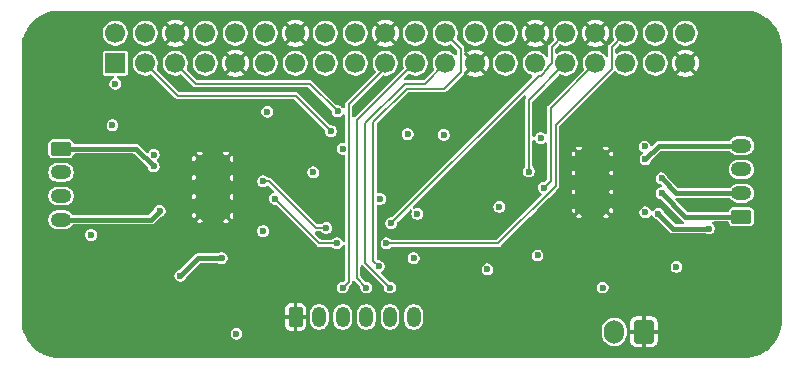
<source format=gbr>
%TF.GenerationSoftware,KiCad,Pcbnew,9.0.7*%
%TF.CreationDate,2026-01-26T16:26:35+01:00*%
%TF.ProjectId,Projet 6 KICAD CLS COMPLET,50726f6a-6574-4203-9620-4b4943414420,rev?*%
%TF.SameCoordinates,Original*%
%TF.FileFunction,Copper,L4,Bot*%
%TF.FilePolarity,Positive*%
%FSLAX46Y46*%
G04 Gerber Fmt 4.6, Leading zero omitted, Abs format (unit mm)*
G04 Created by KiCad (PCBNEW 9.0.7) date 2026-01-26 16:26:35*
%MOMM*%
%LPD*%
G01*
G04 APERTURE LIST*
G04 Aperture macros list*
%AMRoundRect*
0 Rectangle with rounded corners*
0 $1 Rounding radius*
0 $2 $3 $4 $5 $6 $7 $8 $9 X,Y pos of 4 corners*
0 Add a 4 corners polygon primitive as box body*
4,1,4,$2,$3,$4,$5,$6,$7,$8,$9,$2,$3,0*
0 Add four circle primitives for the rounded corners*
1,1,$1+$1,$2,$3*
1,1,$1+$1,$4,$5*
1,1,$1+$1,$6,$7*
1,1,$1+$1,$8,$9*
0 Add four rect primitives between the rounded corners*
20,1,$1+$1,$2,$3,$4,$5,0*
20,1,$1+$1,$4,$5,$6,$7,0*
20,1,$1+$1,$6,$7,$8,$9,0*
20,1,$1+$1,$8,$9,$2,$3,0*%
G04 Aperture macros list end*
%TA.AperFunction,ComponentPad*%
%ADD10C,5.400000*%
%TD*%
%TA.AperFunction,HeatsinkPad*%
%ADD11C,0.600000*%
%TD*%
%TA.AperFunction,HeatsinkPad*%
%ADD12R,2.850000X5.400000*%
%TD*%
%TA.AperFunction,ComponentPad*%
%ADD13RoundRect,0.250000X-0.625000X0.350000X-0.625000X-0.350000X0.625000X-0.350000X0.625000X0.350000X0*%
%TD*%
%TA.AperFunction,ComponentPad*%
%ADD14O,1.750000X1.200000*%
%TD*%
%TA.AperFunction,ComponentPad*%
%ADD15RoundRect,0.250000X0.625000X-0.350000X0.625000X0.350000X-0.625000X0.350000X-0.625000X-0.350000X0*%
%TD*%
%TA.AperFunction,ComponentPad*%
%ADD16RoundRect,0.250000X-0.350000X-0.625000X0.350000X-0.625000X0.350000X0.625000X-0.350000X0.625000X0*%
%TD*%
%TA.AperFunction,ComponentPad*%
%ADD17O,1.200000X1.750000*%
%TD*%
%TA.AperFunction,ComponentPad*%
%ADD18RoundRect,0.250000X0.600000X0.750000X-0.600000X0.750000X-0.600000X-0.750000X0.600000X-0.750000X0*%
%TD*%
%TA.AperFunction,ComponentPad*%
%ADD19O,1.700000X2.000000*%
%TD*%
%TA.AperFunction,ComponentPad*%
%ADD20R,1.700000X1.700000*%
%TD*%
%TA.AperFunction,ComponentPad*%
%ADD21C,1.700000*%
%TD*%
%TA.AperFunction,ViaPad*%
%ADD22C,0.600000*%
%TD*%
%TA.AperFunction,Conductor*%
%ADD23C,0.400000*%
%TD*%
%TA.AperFunction,Conductor*%
%ADD24C,0.200000*%
%TD*%
G04 APERTURE END LIST*
D10*
%TO.P,H2,1,1*%
%TO.N,GND*%
X158000000Y-50000000D03*
%TD*%
%TO.P,H1,1,1*%
%TO.N,GND*%
X100000000Y-50000000D03*
%TD*%
D11*
%TO.P,U2,29,PAD*%
%TO.N,GND*%
X146262500Y-63725000D03*
X146262500Y-62125000D03*
X146262500Y-60525000D03*
X146262500Y-58925000D03*
D12*
X145137500Y-61325000D03*
D11*
X144012500Y-63725000D03*
X144012500Y-62125000D03*
X144012500Y-60525000D03*
X144012500Y-58925000D03*
%TD*%
D10*
%TO.P,H4,1,1*%
%TO.N,GND*%
X158000000Y-73000000D03*
%TD*%
D11*
%TO.P,U1,29,PAD*%
%TO.N,GND*%
X111875000Y-59350000D03*
X111875000Y-60950000D03*
X111875000Y-62550000D03*
X111875000Y-64150000D03*
D12*
X113000000Y-61750000D03*
D11*
X114125000Y-59350000D03*
X114125000Y-60950000D03*
X114125000Y-62550000D03*
X114125000Y-64150000D03*
%TD*%
D13*
%TO.P,J3,1,Pin_1*%
%TO.N,MOT1_2_A2*%
X100150435Y-58495718D03*
D14*
%TO.P,J3,2,Pin_2*%
%TO.N,MOT1_1_A1*%
X100150435Y-60495718D03*
%TO.P,J3,3,Pin_3*%
%TO.N,MOT1_1_B1*%
X100150435Y-62495718D03*
%TO.P,J3,4,Pin_4*%
%TO.N,MOT1_2_B2*%
X100150435Y-64495718D03*
%TD*%
D15*
%TO.P,J4,1,Pin_1*%
%TO.N,MOT2_2_A2*%
X157750000Y-64250000D03*
D14*
%TO.P,J4,2,Pin_2*%
%TO.N,MOT2_1_A1*%
X157750000Y-62250000D03*
%TO.P,J4,3,Pin_3*%
%TO.N,MOT2_1_B1*%
X157750000Y-60250000D03*
%TO.P,J4,4,Pin_4*%
%TO.N,MOT2_2_B2*%
X157750000Y-58250000D03*
%TD*%
D16*
%TO.P,J2,1,Pin_1*%
%TO.N,GND*%
X120000000Y-72750000D03*
D17*
%TO.P,J2,2,Pin_2*%
%TO.N,CS*%
X122000000Y-72750000D03*
%TO.P,J2,3,Pin_3*%
%TO.N,MOSI*%
X124000000Y-72750000D03*
%TO.P,J2,4,Pin_4*%
%TO.N,MISO*%
X126000000Y-72750000D03*
%TO.P,J2,5,Pin_5*%
%TO.N,SCLK*%
X128000000Y-72750000D03*
%TO.P,J2,6,Pin_6*%
%TO.N,+3.3V*%
X130000000Y-72750000D03*
%TD*%
D18*
%TO.P,J5,1,Pin_1*%
%TO.N,GND*%
X149500000Y-74000000D03*
D19*
%TO.P,J5,2,Pin_2*%
%TO.N,VCC*%
X147000000Y-74000000D03*
%TD*%
D10*
%TO.P,H3,1,1*%
%TO.N,GND*%
X100000000Y-73000000D03*
%TD*%
D20*
%TO.P,J1,1,Pin_1*%
%TO.N,+3.3V*%
X104750000Y-51250000D03*
D21*
%TO.P,J1,2,Pin_2*%
%TO.N,unconnected-(J1-Pin_2-Pad2)*%
X104750000Y-48710000D03*
%TO.P,J1,3,Pin_3*%
%TO.N,SDA*%
X107290000Y-51250000D03*
%TO.P,J1,4,Pin_4*%
%TO.N,unconnected-(J1-Pin_4-Pad4)*%
X107290000Y-48710000D03*
%TO.P,J1,5,Pin_5*%
%TO.N,SCL*%
X109830000Y-51250000D03*
%TO.P,J1,6,Pin_6*%
%TO.N,GND*%
X109830000Y-48710000D03*
%TO.P,J1,7,Pin_7*%
%TO.N,unconnected-(J1-Pin_7-Pad7)*%
X112370000Y-51250000D03*
%TO.P,J1,8,Pin_8*%
%TO.N,unconnected-(J1-Pin_8-Pad8)*%
X112370000Y-48710000D03*
%TO.P,J1,9,Pin_9*%
%TO.N,GND*%
X114910000Y-51250000D03*
%TO.P,J1,10,Pin_10*%
%TO.N,unconnected-(J1-Pin_10-Pad10)*%
X114910000Y-48710000D03*
%TO.P,J1,11,Pin_11*%
%TO.N,unconnected-(J1-Pin_11-Pad11)*%
X117450000Y-51250000D03*
%TO.P,J1,12,Pin_12*%
%TO.N,unconnected-(J1-Pin_12-Pad12)*%
X117450000Y-48710000D03*
%TO.P,J1,13,Pin_13*%
%TO.N,unconnected-(J1-Pin_13-Pad13)*%
X119990000Y-51250000D03*
%TO.P,J1,14,Pin_14*%
%TO.N,GND*%
X119990000Y-48710000D03*
%TO.P,J1,15,Pin_15*%
%TO.N,unconnected-(J1-Pin_15-Pad15)*%
X122530000Y-51250000D03*
%TO.P,J1,16,Pin_16*%
%TO.N,unconnected-(J1-Pin_16-Pad16)*%
X122530000Y-48710000D03*
%TO.P,J1,17,Pin_17*%
%TO.N,+3.3V*%
X125070000Y-51250000D03*
%TO.P,J1,18,Pin_18*%
%TO.N,unconnected-(J1-Pin_18-Pad18)*%
X125070000Y-48710000D03*
%TO.P,J1,19,Pin_19*%
%TO.N,MOSI*%
X127610000Y-51250000D03*
%TO.P,J1,20,Pin_20*%
%TO.N,GND*%
X127610000Y-48710000D03*
%TO.P,J1,21,Pin_21*%
%TO.N,MISO*%
X130150000Y-51250000D03*
%TO.P,J1,22,Pin_22*%
%TO.N,unconnected-(J1-Pin_22-Pad22)*%
X130150000Y-48710000D03*
%TO.P,J1,23,Pin_23*%
%TO.N,SCLK*%
X132690000Y-51250000D03*
%TO.P,J1,24,Pin_24*%
%TO.N,CS*%
X132690000Y-48710000D03*
%TO.P,J1,25,Pin_25*%
%TO.N,GND*%
X135230000Y-51250000D03*
%TO.P,J1,26,Pin_26*%
%TO.N,unconnected-(J1-Pin_26-Pad26)*%
X135230000Y-48710000D03*
%TO.P,J1,27,Pin_27*%
%TO.N,unconnected-(J1-Pin_27-Pad27)*%
X137770000Y-51250000D03*
%TO.P,J1,28,Pin_28*%
%TO.N,unconnected-(J1-Pin_28-Pad28)*%
X137770000Y-48710000D03*
%TO.P,J1,29,Pin_29*%
%TO.N,unconnected-(J1-Pin_29-Pad29)*%
X140310000Y-51250000D03*
%TO.P,J1,30,Pin_30*%
%TO.N,GND*%
X140310000Y-48710000D03*
%TO.P,J1,31,Pin_31*%
%TO.N,DIR2*%
X142850000Y-51250000D03*
%TO.P,J1,32,Pin_32*%
%TO.N,STEP1*%
X142850000Y-48710000D03*
%TO.P,J1,33,Pin_33*%
%TO.N,STEP2*%
X145390000Y-51250000D03*
%TO.P,J1,34,Pin_34*%
%TO.N,GND*%
X145390000Y-48710000D03*
%TO.P,J1,35,Pin_35*%
%TO.N,unconnected-(J1-Pin_35-Pad35)*%
X147930000Y-51250000D03*
%TO.P,J1,36,Pin_36*%
%TO.N,DIR1*%
X147930000Y-48710000D03*
%TO.P,J1,37,Pin_37*%
%TO.N,unconnected-(J1-Pin_37-Pad37)*%
X150470000Y-51250000D03*
%TO.P,J1,38,Pin_38*%
%TO.N,unconnected-(J1-Pin_38-Pad38)*%
X150470000Y-48710000D03*
%TO.P,J1,39,Pin_39*%
%TO.N,GND*%
X153010000Y-51250000D03*
%TO.P,J1,40,Pin_40*%
%TO.N,unconnected-(J1-Pin_40-Pad40)*%
X153010000Y-48710000D03*
%TD*%
D22*
%TO.N,GND*%
X111250000Y-65250000D03*
X137262500Y-61925000D03*
X121500000Y-59500000D03*
X146750000Y-57750000D03*
X117250000Y-62075000D03*
X128000000Y-62750000D03*
X141012500Y-60925000D03*
%TO.N,+3.3V*%
X104750000Y-53000000D03*
X113750000Y-67750000D03*
X121500000Y-60500000D03*
X140762500Y-57600000D03*
X140492164Y-67529664D03*
X132570000Y-57320000D03*
X127160000Y-62750000D03*
X117612500Y-55362500D03*
X124000000Y-58500000D03*
X130000000Y-67750000D03*
X129500000Y-57250000D03*
X117250000Y-65475000D03*
X137262500Y-63425000D03*
X130320000Y-64020000D03*
X110250000Y-69250000D03*
%TO.N,MOSI*%
X124000000Y-70250000D03*
%TO.N,STEP1*%
X122600000Y-65200000D03*
X117250000Y-61250000D03*
X128100000Y-64800000D03*
%TO.N,CS*%
X127049765Y-68451235D03*
%TO.N,MISO*%
X126000000Y-70250000D03*
%TO.N,SCLK*%
X128000000Y-70250000D03*
%TO.N,SDA*%
X123000000Y-57000000D03*
%TO.N,STEP2*%
X141033380Y-61795880D03*
%TO.N,DIR2*%
X139762500Y-60425000D03*
%TO.N,SCL*%
X123575000Y-55325000D03*
%TO.N,DIR1*%
X127700000Y-66500000D03*
X118250000Y-62725000D03*
X123500000Y-66500000D03*
%TO.N,MOT1_2_B2*%
X108500000Y-63750000D03*
%TO.N,MOT1_2_A2*%
X108000000Y-60000000D03*
%TO.N,MOT2_1_A1*%
X151000000Y-61000000D03*
%TO.N,MOT2_1_B1*%
X150725451Y-63995403D03*
X155000000Y-65250000D03*
%TO.N,MOT2_2_A2*%
X151000000Y-62250000D03*
%TO.N,MOT2_2_B2*%
X149625000Y-59375000D03*
%TO.N,VCC*%
X146000000Y-70250000D03*
X108000000Y-59000000D03*
X136250000Y-68700000D03*
X149619342Y-63880658D03*
X104500000Y-56500000D03*
X149549396Y-58299396D03*
X115000000Y-74150000D03*
X102700000Y-65800000D03*
X152250000Y-68500000D03*
%TD*%
D23*
%TO.N,+3.3V*%
X111750000Y-67750000D02*
X110250000Y-69250000D01*
X113750000Y-67750000D02*
X111750000Y-67750000D01*
D24*
%TO.N,MOSI*%
X124500000Y-58779232D02*
X124551000Y-58728232D01*
X127610000Y-51640000D02*
X127610000Y-51250000D01*
X124551000Y-58728232D02*
X124551000Y-58271768D01*
X124500000Y-69750000D02*
X124500000Y-58779232D01*
X124000000Y-70250000D02*
X124500000Y-69750000D01*
X124551000Y-58271768D02*
X124500000Y-58220768D01*
X124500000Y-58220768D02*
X124500000Y-54750000D01*
X124500000Y-54750000D02*
X127610000Y-51640000D01*
%TO.N,STEP1*%
X141699000Y-51201000D02*
X141699000Y-49861000D01*
X121700000Y-65200000D02*
X117750000Y-61250000D01*
X117750000Y-61250000D02*
X117250000Y-61250000D01*
X140599000Y-52301000D02*
X140745339Y-52301000D01*
X122600000Y-65200000D02*
X121700000Y-65200000D01*
X140745339Y-52301000D02*
X141361000Y-51685339D01*
X141361000Y-51685339D02*
X141361000Y-51539000D01*
X141699000Y-49861000D02*
X142850000Y-48710000D01*
X128100000Y-64800000D02*
X140599000Y-52301000D01*
X141361000Y-51539000D02*
X141699000Y-51201000D01*
%TO.N,CS*%
X129416100Y-53401000D02*
X126600000Y-56217100D01*
X126600000Y-68001470D02*
X127049765Y-68451235D01*
X126600000Y-56217100D02*
X126600000Y-68001470D01*
X132690000Y-48710000D02*
X134000000Y-50020000D01*
X132599000Y-53401000D02*
X129416100Y-53401000D01*
X134000000Y-52000000D02*
X132599000Y-53401000D01*
X134000000Y-50020000D02*
X134000000Y-52000000D01*
%TO.N,MISO*%
X130000000Y-51250000D02*
X125200000Y-56050000D01*
X125200000Y-69450000D02*
X126000000Y-70250000D01*
X125200000Y-56050000D02*
X125200000Y-69450000D01*
X130150000Y-51250000D02*
X130000000Y-51250000D01*
%TO.N,SCLK*%
X132690000Y-51250000D02*
X130940000Y-53000000D01*
X129250000Y-53000000D02*
X125900000Y-56350000D01*
X125900000Y-56350000D02*
X125900000Y-68150000D01*
X125900000Y-68150000D02*
X128000000Y-70250000D01*
X130940000Y-53000000D02*
X129250000Y-53000000D01*
%TO.N,SDA*%
X120000000Y-54000000D02*
X110040000Y-54000000D01*
X123000000Y-57000000D02*
X120000000Y-54000000D01*
X110040000Y-54000000D02*
X107290000Y-51250000D01*
%TO.N,STEP2*%
X141613500Y-55026500D02*
X141613500Y-61215760D01*
X141613500Y-61215760D02*
X141033380Y-61795880D01*
X145390000Y-51250000D02*
X141613500Y-55026500D01*
%TO.N,DIR2*%
X139762500Y-54337500D02*
X139762500Y-60425000D01*
X142850000Y-51250000D02*
X139762500Y-54337500D01*
%TO.N,SCL*%
X123575000Y-55325000D02*
X121250000Y-53000000D01*
X121250000Y-53000000D02*
X111580000Y-53000000D01*
X111580000Y-53000000D02*
X109830000Y-51250000D01*
%TO.N,DIR1*%
X142014500Y-61664703D02*
X142014500Y-56491260D01*
X122025000Y-66500000D02*
X118250000Y-62725000D01*
X123500000Y-66500000D02*
X122025000Y-66500000D01*
X127700000Y-66500000D02*
X137179203Y-66500000D01*
X142014500Y-56491260D02*
X146779000Y-51726760D01*
X137179203Y-66500000D02*
X142014500Y-61664703D01*
X146779000Y-51726760D02*
X146779000Y-49861000D01*
X146779000Y-49861000D02*
X147930000Y-48710000D01*
D23*
%TO.N,MOT1_2_B2*%
X108500000Y-63750000D02*
X107754282Y-64495718D01*
X107754282Y-64495718D02*
X100150435Y-64495718D01*
%TO.N,MOT1_2_A2*%
X108000000Y-60000000D02*
X106495718Y-58495718D01*
X106495718Y-58495718D02*
X100150435Y-58495718D01*
%TO.N,MOT2_1_A1*%
X151000000Y-61000000D02*
X152250000Y-62250000D01*
X152250000Y-62250000D02*
X157750000Y-62250000D01*
%TO.N,MOT2_1_B1*%
X151980048Y-65250000D02*
X150725451Y-63995403D01*
X155000000Y-65250000D02*
X151980048Y-65250000D01*
%TO.N,MOT2_2_A2*%
X151000000Y-62250000D02*
X153000000Y-64250000D01*
X153000000Y-64250000D02*
X157750000Y-64250000D01*
%TO.N,MOT2_2_B2*%
X157750000Y-58250000D02*
X150750000Y-58250000D01*
X150750000Y-58250000D02*
X149625000Y-59375000D01*
%TO.N,VCC*%
X149619342Y-63880658D02*
X149619342Y-63832842D01*
%TD*%
%TA.AperFunction,Conductor*%
%TO.N,GND*%
G36*
X158003243Y-46800669D02*
G01*
X158327952Y-46817687D01*
X158340860Y-46819044D01*
X158658794Y-46869400D01*
X158671478Y-46872095D01*
X158982429Y-46955414D01*
X158994770Y-46959425D01*
X159295282Y-47074780D01*
X159307138Y-47080058D01*
X159593976Y-47226210D01*
X159605192Y-47232686D01*
X159875165Y-47408008D01*
X159885666Y-47415637D01*
X160135836Y-47618221D01*
X160145481Y-47626906D01*
X160373093Y-47854518D01*
X160381778Y-47864163D01*
X160584362Y-48114333D01*
X160591991Y-48124834D01*
X160767310Y-48394802D01*
X160773792Y-48406029D01*
X160820587Y-48497868D01*
X160919940Y-48692859D01*
X160925219Y-48704717D01*
X161040574Y-49005229D01*
X161044585Y-49017572D01*
X161127902Y-49328515D01*
X161130600Y-49341211D01*
X161180955Y-49659139D01*
X161182312Y-49672047D01*
X161199330Y-49996756D01*
X161199500Y-50003246D01*
X161199500Y-72996753D01*
X161199330Y-73003243D01*
X161182312Y-73327952D01*
X161180955Y-73340860D01*
X161130600Y-73658788D01*
X161127902Y-73671484D01*
X161044585Y-73982427D01*
X161040574Y-73994770D01*
X160925219Y-74295282D01*
X160919940Y-74307140D01*
X160773796Y-74593964D01*
X160767306Y-74605204D01*
X160591991Y-74875165D01*
X160584362Y-74885666D01*
X160381778Y-75135836D01*
X160373093Y-75145481D01*
X160145481Y-75373093D01*
X160135836Y-75381778D01*
X159885666Y-75584362D01*
X159875165Y-75591991D01*
X159605204Y-75767306D01*
X159593964Y-75773796D01*
X159307140Y-75919940D01*
X159295282Y-75925219D01*
X158994770Y-76040574D01*
X158982427Y-76044585D01*
X158671484Y-76127902D01*
X158658788Y-76130600D01*
X158340860Y-76180955D01*
X158327952Y-76182312D01*
X158003244Y-76199330D01*
X157996754Y-76199500D01*
X100003246Y-76199500D01*
X99996756Y-76199330D01*
X99672047Y-76182312D01*
X99659139Y-76180955D01*
X99341211Y-76130600D01*
X99328515Y-76127902D01*
X99017572Y-76044585D01*
X99005229Y-76040574D01*
X98704717Y-75925219D01*
X98692859Y-75919940D01*
X98495501Y-75819381D01*
X98406029Y-75773792D01*
X98394802Y-75767310D01*
X98124834Y-75591991D01*
X98114333Y-75584362D01*
X97864163Y-75381778D01*
X97854518Y-75373093D01*
X97626906Y-75145481D01*
X97618221Y-75135836D01*
X97415637Y-74885666D01*
X97408008Y-74875165D01*
X97371961Y-74819657D01*
X97232686Y-74605192D01*
X97226210Y-74593976D01*
X97080058Y-74307138D01*
X97074784Y-74295292D01*
X96993718Y-74084108D01*
X114499500Y-74084108D01*
X114499500Y-74215891D01*
X114533608Y-74343187D01*
X114566467Y-74400099D01*
X114599500Y-74457314D01*
X114692686Y-74550500D01*
X114806814Y-74616392D01*
X114934108Y-74650500D01*
X114934110Y-74650500D01*
X115065890Y-74650500D01*
X115065892Y-74650500D01*
X115193186Y-74616392D01*
X115307314Y-74550500D01*
X115400500Y-74457314D01*
X115466392Y-74343186D01*
X115500500Y-74215892D01*
X115500500Y-74084108D01*
X115466392Y-73956814D01*
X115400500Y-73842686D01*
X115307314Y-73749500D01*
X115250250Y-73716554D01*
X115193187Y-73683608D01*
X115124534Y-73665213D01*
X115065892Y-73649500D01*
X114934108Y-73649500D01*
X114806812Y-73683608D01*
X114692686Y-73749500D01*
X114692683Y-73749502D01*
X114599502Y-73842683D01*
X114599500Y-73842686D01*
X114533608Y-73956812D01*
X114499500Y-74084108D01*
X96993718Y-74084108D01*
X96959424Y-73994769D01*
X96955414Y-73982427D01*
X96948551Y-73956814D01*
X96872095Y-73671478D01*
X96869399Y-73658788D01*
X96867498Y-73646788D01*
X96819044Y-73340860D01*
X96817687Y-73327952D01*
X96800670Y-73003243D01*
X96800500Y-72996753D01*
X96800500Y-72081946D01*
X119100000Y-72081946D01*
X119100000Y-72600000D01*
X119653590Y-72600000D01*
X119650556Y-72605255D01*
X119625000Y-72700630D01*
X119625000Y-72799370D01*
X119650556Y-72894745D01*
X119653590Y-72900000D01*
X119100000Y-72900000D01*
X119100000Y-73418053D01*
X119110613Y-73506443D01*
X119166079Y-73647095D01*
X119257435Y-73767564D01*
X119377904Y-73858920D01*
X119518556Y-73914386D01*
X119606946Y-73925000D01*
X119850000Y-73925000D01*
X119850000Y-73096410D01*
X119855255Y-73099444D01*
X119950630Y-73125000D01*
X120049370Y-73125000D01*
X120144745Y-73099444D01*
X120150000Y-73096410D01*
X120150000Y-73925000D01*
X120393054Y-73925000D01*
X120481443Y-73914386D01*
X120622095Y-73858920D01*
X120742564Y-73767564D01*
X120833920Y-73647095D01*
X120889386Y-73506443D01*
X120900000Y-73418053D01*
X120900000Y-72900000D01*
X120346410Y-72900000D01*
X120349444Y-72894745D01*
X120375000Y-72799370D01*
X120375000Y-72700630D01*
X120349444Y-72605255D01*
X120346410Y-72600000D01*
X120900000Y-72600000D01*
X120900000Y-72396153D01*
X121199500Y-72396153D01*
X121199500Y-73103846D01*
X121230261Y-73258489D01*
X121230264Y-73258501D01*
X121290602Y-73404172D01*
X121290609Y-73404185D01*
X121378210Y-73535288D01*
X121378213Y-73535292D01*
X121489707Y-73646786D01*
X121489711Y-73646789D01*
X121620814Y-73734390D01*
X121620827Y-73734397D01*
X121766498Y-73794735D01*
X121766503Y-73794737D01*
X121921153Y-73825499D01*
X121921156Y-73825500D01*
X121921158Y-73825500D01*
X122078844Y-73825500D01*
X122078845Y-73825499D01*
X122233497Y-73794737D01*
X122379179Y-73734394D01*
X122510289Y-73646789D01*
X122621789Y-73535289D01*
X122709394Y-73404179D01*
X122769737Y-73258497D01*
X122800500Y-73103842D01*
X122800500Y-72396158D01*
X122800500Y-72396155D01*
X122800499Y-72396153D01*
X123199500Y-72396153D01*
X123199500Y-73103846D01*
X123230261Y-73258489D01*
X123230264Y-73258501D01*
X123290602Y-73404172D01*
X123290609Y-73404185D01*
X123378210Y-73535288D01*
X123378213Y-73535292D01*
X123489707Y-73646786D01*
X123489711Y-73646789D01*
X123620814Y-73734390D01*
X123620827Y-73734397D01*
X123766498Y-73794735D01*
X123766503Y-73794737D01*
X123921153Y-73825499D01*
X123921156Y-73825500D01*
X123921158Y-73825500D01*
X124078844Y-73825500D01*
X124078845Y-73825499D01*
X124233497Y-73794737D01*
X124379179Y-73734394D01*
X124510289Y-73646789D01*
X124621789Y-73535289D01*
X124709394Y-73404179D01*
X124769737Y-73258497D01*
X124800500Y-73103842D01*
X124800500Y-72396158D01*
X124800500Y-72396155D01*
X124800499Y-72396153D01*
X125199500Y-72396153D01*
X125199500Y-73103846D01*
X125230261Y-73258489D01*
X125230264Y-73258501D01*
X125290602Y-73404172D01*
X125290609Y-73404185D01*
X125378210Y-73535288D01*
X125378213Y-73535292D01*
X125489707Y-73646786D01*
X125489711Y-73646789D01*
X125620814Y-73734390D01*
X125620827Y-73734397D01*
X125766498Y-73794735D01*
X125766503Y-73794737D01*
X125921153Y-73825499D01*
X125921156Y-73825500D01*
X125921158Y-73825500D01*
X126078844Y-73825500D01*
X126078845Y-73825499D01*
X126233497Y-73794737D01*
X126379179Y-73734394D01*
X126510289Y-73646789D01*
X126621789Y-73535289D01*
X126709394Y-73404179D01*
X126769737Y-73258497D01*
X126800500Y-73103842D01*
X126800500Y-72396158D01*
X126800500Y-72396155D01*
X126800499Y-72396153D01*
X127199500Y-72396153D01*
X127199500Y-73103846D01*
X127230261Y-73258489D01*
X127230264Y-73258501D01*
X127290602Y-73404172D01*
X127290609Y-73404185D01*
X127378210Y-73535288D01*
X127378213Y-73535292D01*
X127489707Y-73646786D01*
X127489711Y-73646789D01*
X127620814Y-73734390D01*
X127620827Y-73734397D01*
X127766498Y-73794735D01*
X127766503Y-73794737D01*
X127921153Y-73825499D01*
X127921156Y-73825500D01*
X127921158Y-73825500D01*
X128078844Y-73825500D01*
X128078845Y-73825499D01*
X128233497Y-73794737D01*
X128379179Y-73734394D01*
X128510289Y-73646789D01*
X128621789Y-73535289D01*
X128709394Y-73404179D01*
X128769737Y-73258497D01*
X128800500Y-73103842D01*
X128800500Y-72396158D01*
X128800500Y-72396155D01*
X128800499Y-72396153D01*
X129199500Y-72396153D01*
X129199500Y-73103846D01*
X129230261Y-73258489D01*
X129230264Y-73258501D01*
X129290602Y-73404172D01*
X129290609Y-73404185D01*
X129378210Y-73535288D01*
X129378213Y-73535292D01*
X129489707Y-73646786D01*
X129489711Y-73646789D01*
X129620814Y-73734390D01*
X129620827Y-73734397D01*
X129766498Y-73794735D01*
X129766503Y-73794737D01*
X129921153Y-73825499D01*
X129921156Y-73825500D01*
X129921158Y-73825500D01*
X130078844Y-73825500D01*
X130078845Y-73825499D01*
X130233497Y-73794737D01*
X130349880Y-73746530D01*
X145949500Y-73746530D01*
X145949500Y-74253469D01*
X145989868Y-74456412D01*
X145989870Y-74456420D01*
X146060478Y-74626883D01*
X146069059Y-74647598D01*
X146070998Y-74650500D01*
X146184024Y-74819657D01*
X146330342Y-74965975D01*
X146330345Y-74965977D01*
X146502402Y-75080941D01*
X146693580Y-75160130D01*
X146896530Y-75200499D01*
X146896534Y-75200500D01*
X146896535Y-75200500D01*
X147103466Y-75200500D01*
X147103467Y-75200499D01*
X147306420Y-75160130D01*
X147497598Y-75080941D01*
X147669655Y-74965977D01*
X147815977Y-74819655D01*
X147930941Y-74647598D01*
X148010130Y-74456420D01*
X148050500Y-74253465D01*
X148050500Y-73746535D01*
X148010130Y-73543580D01*
X147930941Y-73352402D01*
X147833751Y-73206946D01*
X148350000Y-73206946D01*
X148350000Y-73850000D01*
X149022555Y-73850000D01*
X149000000Y-73934174D01*
X149000000Y-74065826D01*
X149022555Y-74150000D01*
X148350000Y-74150000D01*
X148350000Y-74793053D01*
X148360613Y-74881443D01*
X148416079Y-75022095D01*
X148507435Y-75142564D01*
X148627904Y-75233920D01*
X148768556Y-75289386D01*
X148856946Y-75300000D01*
X149350000Y-75300000D01*
X149350000Y-74477445D01*
X149434174Y-74500000D01*
X149565826Y-74500000D01*
X149650000Y-74477445D01*
X149650000Y-75300000D01*
X150143054Y-75300000D01*
X150231443Y-75289386D01*
X150372095Y-75233920D01*
X150492564Y-75142564D01*
X150583920Y-75022095D01*
X150639386Y-74881443D01*
X150650000Y-74793053D01*
X150650000Y-74150000D01*
X149977445Y-74150000D01*
X150000000Y-74065826D01*
X150000000Y-73934174D01*
X149977445Y-73850000D01*
X150650000Y-73850000D01*
X150650000Y-73206946D01*
X150639386Y-73118556D01*
X150583920Y-72977904D01*
X150492564Y-72857435D01*
X150372095Y-72766079D01*
X150231443Y-72710613D01*
X150143054Y-72700000D01*
X149650000Y-72700000D01*
X149650000Y-73522554D01*
X149565826Y-73500000D01*
X149434174Y-73500000D01*
X149350000Y-73522554D01*
X149350000Y-72700000D01*
X148856946Y-72700000D01*
X148768556Y-72710613D01*
X148627904Y-72766079D01*
X148507435Y-72857435D01*
X148416079Y-72977904D01*
X148360613Y-73118556D01*
X148350000Y-73206946D01*
X147833751Y-73206946D01*
X147815977Y-73180345D01*
X147815975Y-73180342D01*
X147669657Y-73034024D01*
X147547504Y-72952405D01*
X147497598Y-72919059D01*
X147306420Y-72839870D01*
X147306412Y-72839868D01*
X147103469Y-72799500D01*
X147103465Y-72799500D01*
X146896535Y-72799500D01*
X146896530Y-72799500D01*
X146693587Y-72839868D01*
X146693579Y-72839870D01*
X146502403Y-72919058D01*
X146330342Y-73034024D01*
X146184024Y-73180342D01*
X146069058Y-73352403D01*
X145989870Y-73543579D01*
X145989868Y-73543587D01*
X145949500Y-73746530D01*
X130349880Y-73746530D01*
X130379179Y-73734394D01*
X130510289Y-73646789D01*
X130621789Y-73535289D01*
X130709394Y-73404179D01*
X130769737Y-73258497D01*
X130800500Y-73103842D01*
X130800500Y-72396158D01*
X130800500Y-72396155D01*
X130800499Y-72396153D01*
X130769738Y-72241510D01*
X130769737Y-72241503D01*
X130769735Y-72241498D01*
X130709397Y-72095827D01*
X130709390Y-72095814D01*
X130621789Y-71964711D01*
X130621786Y-71964707D01*
X130510292Y-71853213D01*
X130510288Y-71853210D01*
X130379185Y-71765609D01*
X130379172Y-71765602D01*
X130233501Y-71705264D01*
X130233489Y-71705261D01*
X130078845Y-71674500D01*
X130078842Y-71674500D01*
X129921158Y-71674500D01*
X129921155Y-71674500D01*
X129766510Y-71705261D01*
X129766498Y-71705264D01*
X129620827Y-71765602D01*
X129620814Y-71765609D01*
X129489711Y-71853210D01*
X129489707Y-71853213D01*
X129378213Y-71964707D01*
X129378210Y-71964711D01*
X129290609Y-72095814D01*
X129290602Y-72095827D01*
X129230264Y-72241498D01*
X129230261Y-72241510D01*
X129199500Y-72396153D01*
X128800499Y-72396153D01*
X128769738Y-72241510D01*
X128769737Y-72241503D01*
X128769735Y-72241498D01*
X128709397Y-72095827D01*
X128709390Y-72095814D01*
X128621789Y-71964711D01*
X128621786Y-71964707D01*
X128510292Y-71853213D01*
X128510288Y-71853210D01*
X128379185Y-71765609D01*
X128379172Y-71765602D01*
X128233501Y-71705264D01*
X128233489Y-71705261D01*
X128078845Y-71674500D01*
X128078842Y-71674500D01*
X127921158Y-71674500D01*
X127921155Y-71674500D01*
X127766510Y-71705261D01*
X127766498Y-71705264D01*
X127620827Y-71765602D01*
X127620814Y-71765609D01*
X127489711Y-71853210D01*
X127489707Y-71853213D01*
X127378213Y-71964707D01*
X127378210Y-71964711D01*
X127290609Y-72095814D01*
X127290602Y-72095827D01*
X127230264Y-72241498D01*
X127230261Y-72241510D01*
X127199500Y-72396153D01*
X126800499Y-72396153D01*
X126769738Y-72241510D01*
X126769737Y-72241503D01*
X126769735Y-72241498D01*
X126709397Y-72095827D01*
X126709390Y-72095814D01*
X126621789Y-71964711D01*
X126621786Y-71964707D01*
X126510292Y-71853213D01*
X126510288Y-71853210D01*
X126379185Y-71765609D01*
X126379172Y-71765602D01*
X126233501Y-71705264D01*
X126233489Y-71705261D01*
X126078845Y-71674500D01*
X126078842Y-71674500D01*
X125921158Y-71674500D01*
X125921155Y-71674500D01*
X125766510Y-71705261D01*
X125766498Y-71705264D01*
X125620827Y-71765602D01*
X125620814Y-71765609D01*
X125489711Y-71853210D01*
X125489707Y-71853213D01*
X125378213Y-71964707D01*
X125378210Y-71964711D01*
X125290609Y-72095814D01*
X125290602Y-72095827D01*
X125230264Y-72241498D01*
X125230261Y-72241510D01*
X125199500Y-72396153D01*
X124800499Y-72396153D01*
X124769738Y-72241510D01*
X124769737Y-72241503D01*
X124769735Y-72241498D01*
X124709397Y-72095827D01*
X124709390Y-72095814D01*
X124621789Y-71964711D01*
X124621786Y-71964707D01*
X124510292Y-71853213D01*
X124510288Y-71853210D01*
X124379185Y-71765609D01*
X124379172Y-71765602D01*
X124233501Y-71705264D01*
X124233489Y-71705261D01*
X124078845Y-71674500D01*
X124078842Y-71674500D01*
X123921158Y-71674500D01*
X123921155Y-71674500D01*
X123766510Y-71705261D01*
X123766498Y-71705264D01*
X123620827Y-71765602D01*
X123620814Y-71765609D01*
X123489711Y-71853210D01*
X123489707Y-71853213D01*
X123378213Y-71964707D01*
X123378210Y-71964711D01*
X123290609Y-72095814D01*
X123290602Y-72095827D01*
X123230264Y-72241498D01*
X123230261Y-72241510D01*
X123199500Y-72396153D01*
X122800499Y-72396153D01*
X122769738Y-72241510D01*
X122769737Y-72241503D01*
X122769735Y-72241498D01*
X122709397Y-72095827D01*
X122709390Y-72095814D01*
X122621789Y-71964711D01*
X122621786Y-71964707D01*
X122510292Y-71853213D01*
X122510288Y-71853210D01*
X122379185Y-71765609D01*
X122379172Y-71765602D01*
X122233501Y-71705264D01*
X122233489Y-71705261D01*
X122078845Y-71674500D01*
X122078842Y-71674500D01*
X121921158Y-71674500D01*
X121921155Y-71674500D01*
X121766510Y-71705261D01*
X121766498Y-71705264D01*
X121620827Y-71765602D01*
X121620814Y-71765609D01*
X121489711Y-71853210D01*
X121489707Y-71853213D01*
X121378213Y-71964707D01*
X121378210Y-71964711D01*
X121290609Y-72095814D01*
X121290602Y-72095827D01*
X121230264Y-72241498D01*
X121230261Y-72241510D01*
X121199500Y-72396153D01*
X120900000Y-72396153D01*
X120900000Y-72081946D01*
X120889386Y-71993556D01*
X120833920Y-71852904D01*
X120742564Y-71732435D01*
X120622095Y-71641079D01*
X120481443Y-71585613D01*
X120393054Y-71575000D01*
X120150000Y-71575000D01*
X120150000Y-72403589D01*
X120144745Y-72400556D01*
X120049370Y-72375000D01*
X119950630Y-72375000D01*
X119855255Y-72400556D01*
X119850000Y-72403589D01*
X119850000Y-71575000D01*
X119606946Y-71575000D01*
X119518556Y-71585613D01*
X119377904Y-71641079D01*
X119257435Y-71732435D01*
X119166079Y-71852904D01*
X119110613Y-71993556D01*
X119100000Y-72081946D01*
X96800500Y-72081946D01*
X96800500Y-69184108D01*
X109749500Y-69184108D01*
X109749500Y-69315892D01*
X109761814Y-69361848D01*
X109783608Y-69443187D01*
X109810383Y-69489562D01*
X109849500Y-69557314D01*
X109942686Y-69650500D01*
X110056814Y-69716392D01*
X110184108Y-69750500D01*
X110184110Y-69750500D01*
X110315890Y-69750500D01*
X110315892Y-69750500D01*
X110443186Y-69716392D01*
X110557314Y-69650500D01*
X110650500Y-69557314D01*
X110716392Y-69443186D01*
X110741900Y-69347986D01*
X110773992Y-69292399D01*
X111879574Y-68186819D01*
X111940897Y-68153334D01*
X111967255Y-68150500D01*
X113409460Y-68150500D01*
X113471460Y-68167113D01*
X113556814Y-68216392D01*
X113684108Y-68250500D01*
X113684110Y-68250500D01*
X113815890Y-68250500D01*
X113815892Y-68250500D01*
X113943186Y-68216392D01*
X114057314Y-68150500D01*
X114150500Y-68057314D01*
X114216392Y-67943186D01*
X114250500Y-67815892D01*
X114250500Y-67684108D01*
X114216392Y-67556814D01*
X114150500Y-67442686D01*
X114057314Y-67349500D01*
X114000250Y-67316554D01*
X113943187Y-67283608D01*
X113879539Y-67266554D01*
X113815892Y-67249500D01*
X113684108Y-67249500D01*
X113556814Y-67283608D01*
X113556813Y-67283608D01*
X113556811Y-67283609D01*
X113556810Y-67283609D01*
X113471460Y-67332887D01*
X113409460Y-67349500D01*
X111697273Y-67349500D01*
X111595410Y-67376793D01*
X111575192Y-67388467D01*
X111573385Y-67389511D01*
X111538736Y-67409515D01*
X111504088Y-67429519D01*
X111504085Y-67429521D01*
X110207600Y-68726005D01*
X110152014Y-68758098D01*
X110056815Y-68783607D01*
X110056814Y-68783607D01*
X109942686Y-68849500D01*
X109942683Y-68849502D01*
X109849502Y-68942683D01*
X109849500Y-68942686D01*
X109783608Y-69056812D01*
X109771902Y-69100500D01*
X109749500Y-69184108D01*
X96800500Y-69184108D01*
X96800500Y-65734108D01*
X102199500Y-65734108D01*
X102199500Y-65865892D01*
X102216554Y-65929539D01*
X102233608Y-65993187D01*
X102237253Y-65999500D01*
X102299500Y-66107314D01*
X102392686Y-66200500D01*
X102506814Y-66266392D01*
X102634108Y-66300500D01*
X102634110Y-66300500D01*
X102765890Y-66300500D01*
X102765892Y-66300500D01*
X102893186Y-66266392D01*
X103007314Y-66200500D01*
X103100500Y-66107314D01*
X103166392Y-65993186D01*
X103200500Y-65865892D01*
X103200500Y-65734108D01*
X103166392Y-65606814D01*
X103100500Y-65492686D01*
X103016922Y-65409108D01*
X116749500Y-65409108D01*
X116749500Y-65540892D01*
X116765472Y-65600500D01*
X116783608Y-65668187D01*
X116811439Y-65716390D01*
X116849500Y-65782314D01*
X116942686Y-65875500D01*
X117056814Y-65941392D01*
X117184108Y-65975500D01*
X117184110Y-65975500D01*
X117315890Y-65975500D01*
X117315892Y-65975500D01*
X117443186Y-65941392D01*
X117557314Y-65875500D01*
X117650500Y-65782314D01*
X117716392Y-65668186D01*
X117750500Y-65540892D01*
X117750500Y-65409108D01*
X117716392Y-65281814D01*
X117650500Y-65167686D01*
X117557314Y-65074500D01*
X117500250Y-65041554D01*
X117443187Y-65008608D01*
X117379539Y-64991554D01*
X117315892Y-64974500D01*
X117184108Y-64974500D01*
X117056812Y-65008608D01*
X116942686Y-65074500D01*
X116942683Y-65074502D01*
X116849502Y-65167683D01*
X116849500Y-65167686D01*
X116783608Y-65281812D01*
X116779748Y-65296218D01*
X116749500Y-65409108D01*
X103016922Y-65409108D01*
X103007314Y-65399500D01*
X102950250Y-65366554D01*
X102893187Y-65333608D01*
X102827061Y-65315890D01*
X102765892Y-65299500D01*
X102634108Y-65299500D01*
X102506812Y-65333608D01*
X102392686Y-65399500D01*
X102392683Y-65399502D01*
X102299502Y-65492683D01*
X102299500Y-65492686D01*
X102233608Y-65606812D01*
X102217163Y-65668187D01*
X102199500Y-65734108D01*
X96800500Y-65734108D01*
X96800500Y-64416871D01*
X99074935Y-64416871D01*
X99074935Y-64574564D01*
X99105696Y-64729207D01*
X99105699Y-64729219D01*
X99166037Y-64874890D01*
X99166044Y-64874903D01*
X99253645Y-65006006D01*
X99253648Y-65006010D01*
X99365142Y-65117504D01*
X99365146Y-65117507D01*
X99496249Y-65205108D01*
X99496262Y-65205115D01*
X99641933Y-65265453D01*
X99641938Y-65265455D01*
X99796588Y-65296217D01*
X99796591Y-65296218D01*
X99796593Y-65296218D01*
X100504279Y-65296218D01*
X100504280Y-65296217D01*
X100658932Y-65265455D01*
X100804614Y-65205112D01*
X100935724Y-65117507D01*
X101047224Y-65006007D01*
X101062159Y-64983654D01*
X101083760Y-64951328D01*
X101137372Y-64906522D01*
X101186862Y-64896218D01*
X107807007Y-64896218D01*
X107807009Y-64896218D01*
X107908870Y-64868925D01*
X108000195Y-64816198D01*
X108149518Y-64666874D01*
X111570255Y-64666874D01*
X111643411Y-64709111D01*
X111796009Y-64749999D01*
X111796011Y-64750000D01*
X111953989Y-64750000D01*
X111953990Y-64749999D01*
X112106590Y-64709110D01*
X112179743Y-64666874D01*
X113820255Y-64666874D01*
X113893411Y-64709111D01*
X114046009Y-64749999D01*
X114046011Y-64750000D01*
X114203989Y-64750000D01*
X114203990Y-64749999D01*
X114356590Y-64709110D01*
X114429743Y-64666874D01*
X114125001Y-64362132D01*
X114125000Y-64362132D01*
X113820255Y-64666874D01*
X112179743Y-64666874D01*
X111875001Y-64362132D01*
X111875000Y-64362132D01*
X111570255Y-64666874D01*
X108149518Y-64666874D01*
X108542399Y-64273992D01*
X108597982Y-64241901D01*
X108693186Y-64216392D01*
X108807314Y-64150500D01*
X108886805Y-64071009D01*
X111275000Y-64071009D01*
X111275000Y-64228990D01*
X111315889Y-64381592D01*
X111358124Y-64454743D01*
X111662868Y-64150000D01*
X111662868Y-64149999D01*
X111633032Y-64120163D01*
X111725000Y-64120163D01*
X111725000Y-64179837D01*
X111747836Y-64234968D01*
X111790032Y-64277164D01*
X111845163Y-64300000D01*
X111904837Y-64300000D01*
X111959968Y-64277164D01*
X112002164Y-64234968D01*
X112025000Y-64179837D01*
X112025000Y-64149999D01*
X112087132Y-64149999D01*
X112087132Y-64150000D01*
X112391874Y-64454742D01*
X112434110Y-64381590D01*
X112474999Y-64228990D01*
X112475000Y-64228989D01*
X112475000Y-64071011D01*
X112474999Y-64071009D01*
X113525000Y-64071009D01*
X113525000Y-64228990D01*
X113565889Y-64381592D01*
X113608124Y-64454743D01*
X113912868Y-64150000D01*
X113912868Y-64149999D01*
X113883032Y-64120163D01*
X113975000Y-64120163D01*
X113975000Y-64179837D01*
X113997836Y-64234968D01*
X114040032Y-64277164D01*
X114095163Y-64300000D01*
X114154837Y-64300000D01*
X114209968Y-64277164D01*
X114252164Y-64234968D01*
X114275000Y-64179837D01*
X114275000Y-64149999D01*
X114337132Y-64149999D01*
X114337132Y-64150000D01*
X114641874Y-64454742D01*
X114684110Y-64381590D01*
X114724999Y-64228990D01*
X114725000Y-64228989D01*
X114725000Y-64071011D01*
X114724999Y-64071009D01*
X114684111Y-63918411D01*
X114641873Y-63845255D01*
X114337132Y-64149999D01*
X114275000Y-64149999D01*
X114275000Y-64120163D01*
X114252164Y-64065032D01*
X114209968Y-64022836D01*
X114154837Y-64000000D01*
X114095163Y-64000000D01*
X114040032Y-64022836D01*
X113997836Y-64065032D01*
X113975000Y-64120163D01*
X113883032Y-64120163D01*
X113608124Y-63845255D01*
X113608123Y-63845255D01*
X113565890Y-63918405D01*
X113565890Y-63918406D01*
X113525000Y-64071009D01*
X112474999Y-64071009D01*
X112434111Y-63918411D01*
X112391873Y-63845255D01*
X112087132Y-64149999D01*
X112025000Y-64149999D01*
X112025000Y-64120163D01*
X112002164Y-64065032D01*
X111959968Y-64022836D01*
X111904837Y-64000000D01*
X111845163Y-64000000D01*
X111790032Y-64022836D01*
X111747836Y-64065032D01*
X111725000Y-64120163D01*
X111633032Y-64120163D01*
X111358124Y-63845255D01*
X111358123Y-63845255D01*
X111315890Y-63918405D01*
X111315890Y-63918406D01*
X111275000Y-64071009D01*
X108886805Y-64071009D01*
X108900500Y-64057314D01*
X108966392Y-63943186D01*
X109000500Y-63815892D01*
X109000500Y-63684108D01*
X108986839Y-63633123D01*
X111570255Y-63633123D01*
X111570255Y-63633124D01*
X111875000Y-63937868D01*
X111875001Y-63937868D01*
X112179743Y-63633124D01*
X112179741Y-63633123D01*
X113820255Y-63633123D01*
X113820255Y-63633124D01*
X114125000Y-63937868D01*
X114125001Y-63937868D01*
X114429743Y-63633124D01*
X114356592Y-63590889D01*
X114203990Y-63550000D01*
X114046009Y-63550000D01*
X113893406Y-63590890D01*
X113893405Y-63590890D01*
X113820255Y-63633123D01*
X112179741Y-63633123D01*
X112106592Y-63590889D01*
X111953990Y-63550000D01*
X111796009Y-63550000D01*
X111643406Y-63590890D01*
X111643405Y-63590890D01*
X111570255Y-63633123D01*
X108986839Y-63633123D01*
X108966392Y-63556814D01*
X108900500Y-63442686D01*
X108807314Y-63349500D01*
X108750250Y-63316554D01*
X108693187Y-63283608D01*
X108617395Y-63263300D01*
X108565892Y-63249500D01*
X108434108Y-63249500D01*
X108306812Y-63283608D01*
X108192686Y-63349500D01*
X108192683Y-63349502D01*
X108099502Y-63442683D01*
X108099500Y-63442686D01*
X108033608Y-63556812D01*
X108008099Y-63652014D01*
X107976005Y-63707601D01*
X107624708Y-64058899D01*
X107563385Y-64092384D01*
X107537027Y-64095218D01*
X101186862Y-64095218D01*
X101119823Y-64075533D01*
X101083760Y-64040108D01*
X101047227Y-63985433D01*
X101047221Y-63985425D01*
X100935727Y-63873931D01*
X100935723Y-63873928D01*
X100804620Y-63786327D01*
X100804607Y-63786320D01*
X100658936Y-63725982D01*
X100658924Y-63725979D01*
X100504280Y-63695218D01*
X100504277Y-63695218D01*
X99796593Y-63695218D01*
X99796590Y-63695218D01*
X99641945Y-63725979D01*
X99641933Y-63725982D01*
X99496262Y-63786320D01*
X99496249Y-63786327D01*
X99365146Y-63873928D01*
X99365142Y-63873931D01*
X99253648Y-63985425D01*
X99253645Y-63985429D01*
X99166044Y-64116532D01*
X99166037Y-64116545D01*
X99105699Y-64262216D01*
X99105696Y-64262228D01*
X99074935Y-64416871D01*
X96800500Y-64416871D01*
X96800500Y-62416871D01*
X99074935Y-62416871D01*
X99074935Y-62574564D01*
X99105696Y-62729207D01*
X99105699Y-62729219D01*
X99166037Y-62874890D01*
X99166044Y-62874903D01*
X99253645Y-63006006D01*
X99253648Y-63006010D01*
X99365142Y-63117504D01*
X99365146Y-63117507D01*
X99496249Y-63205108D01*
X99496262Y-63205115D01*
X99605833Y-63250500D01*
X99641938Y-63265455D01*
X99781335Y-63293183D01*
X99796588Y-63296217D01*
X99796591Y-63296218D01*
X99796593Y-63296218D01*
X100504279Y-63296218D01*
X100504280Y-63296217D01*
X100658932Y-63265455D01*
X100771601Y-63218785D01*
X100804607Y-63205115D01*
X100804607Y-63205114D01*
X100804614Y-63205112D01*
X100935724Y-63117507D01*
X100986357Y-63066874D01*
X111570255Y-63066874D01*
X111643411Y-63109111D01*
X111796009Y-63149999D01*
X111796011Y-63150000D01*
X111953989Y-63150000D01*
X111953990Y-63149999D01*
X112106590Y-63109110D01*
X112179743Y-63066874D01*
X113820255Y-63066874D01*
X113893411Y-63109111D01*
X114046009Y-63149999D01*
X114046011Y-63150000D01*
X114203989Y-63150000D01*
X114203990Y-63149999D01*
X114356590Y-63109110D01*
X114429743Y-63066874D01*
X114125001Y-62762132D01*
X114125000Y-62762132D01*
X113820255Y-63066874D01*
X112179743Y-63066874D01*
X111875001Y-62762132D01*
X111875000Y-62762132D01*
X111570255Y-63066874D01*
X100986357Y-63066874D01*
X101047224Y-63006007D01*
X101134829Y-62874897D01*
X101195172Y-62729215D01*
X101225935Y-62574560D01*
X101225935Y-62471009D01*
X111275000Y-62471009D01*
X111275000Y-62628990D01*
X111315889Y-62781592D01*
X111358124Y-62854743D01*
X111662868Y-62550000D01*
X111662868Y-62549999D01*
X111633032Y-62520163D01*
X111725000Y-62520163D01*
X111725000Y-62579837D01*
X111747836Y-62634968D01*
X111790032Y-62677164D01*
X111845163Y-62700000D01*
X111904837Y-62700000D01*
X111959968Y-62677164D01*
X112002164Y-62634968D01*
X112025000Y-62579837D01*
X112025000Y-62549999D01*
X112087132Y-62549999D01*
X112087132Y-62550000D01*
X112391874Y-62854742D01*
X112434110Y-62781590D01*
X112474999Y-62628990D01*
X112475000Y-62628989D01*
X112475000Y-62471011D01*
X112474999Y-62471009D01*
X113525000Y-62471009D01*
X113525000Y-62628990D01*
X113565889Y-62781592D01*
X113608124Y-62854743D01*
X113912868Y-62550000D01*
X113912868Y-62549999D01*
X113883032Y-62520163D01*
X113975000Y-62520163D01*
X113975000Y-62579837D01*
X113997836Y-62634968D01*
X114040032Y-62677164D01*
X114095163Y-62700000D01*
X114154837Y-62700000D01*
X114209968Y-62677164D01*
X114252164Y-62634968D01*
X114275000Y-62579837D01*
X114275000Y-62549999D01*
X114337132Y-62549999D01*
X114337132Y-62550000D01*
X114641874Y-62854742D01*
X114684110Y-62781590D01*
X114724999Y-62628990D01*
X114725000Y-62628989D01*
X114725000Y-62471011D01*
X114724999Y-62471009D01*
X114684111Y-62318411D01*
X114641873Y-62245255D01*
X114337132Y-62549999D01*
X114275000Y-62549999D01*
X114275000Y-62520163D01*
X114252164Y-62465032D01*
X114209968Y-62422836D01*
X114154837Y-62400000D01*
X114095163Y-62400000D01*
X114040032Y-62422836D01*
X113997836Y-62465032D01*
X113975000Y-62520163D01*
X113883032Y-62520163D01*
X113608124Y-62245255D01*
X113608123Y-62245255D01*
X113565890Y-62318405D01*
X113565890Y-62318406D01*
X113525000Y-62471009D01*
X112474999Y-62471009D01*
X112434111Y-62318411D01*
X112391873Y-62245255D01*
X112087132Y-62549999D01*
X112025000Y-62549999D01*
X112025000Y-62520163D01*
X112002164Y-62465032D01*
X111959968Y-62422836D01*
X111904837Y-62400000D01*
X111845163Y-62400000D01*
X111790032Y-62422836D01*
X111747836Y-62465032D01*
X111725000Y-62520163D01*
X111633032Y-62520163D01*
X111358124Y-62245255D01*
X111358123Y-62245255D01*
X111315890Y-62318405D01*
X111315890Y-62318406D01*
X111275000Y-62471009D01*
X101225935Y-62471009D01*
X101225935Y-62416876D01*
X101225935Y-62416873D01*
X101225934Y-62416871D01*
X101210073Y-62337132D01*
X101195172Y-62262221D01*
X101195170Y-62262216D01*
X101138342Y-62125018D01*
X101134831Y-62116544D01*
X101134825Y-62116532D01*
X101079092Y-62033123D01*
X111570255Y-62033123D01*
X111570255Y-62033124D01*
X111875000Y-62337868D01*
X111875001Y-62337868D01*
X112179743Y-62033124D01*
X112179741Y-62033123D01*
X113820255Y-62033123D01*
X113820255Y-62033124D01*
X114125000Y-62337868D01*
X114125001Y-62337868D01*
X114429743Y-62033124D01*
X114356592Y-61990889D01*
X114203990Y-61950000D01*
X114046009Y-61950000D01*
X113893406Y-61990890D01*
X113893405Y-61990890D01*
X113820255Y-62033123D01*
X112179741Y-62033123D01*
X112106592Y-61990889D01*
X111953990Y-61950000D01*
X111796009Y-61950000D01*
X111643406Y-61990890D01*
X111643405Y-61990890D01*
X111570255Y-62033123D01*
X101079092Y-62033123D01*
X101047224Y-61985429D01*
X101047221Y-61985425D01*
X100935727Y-61873931D01*
X100935723Y-61873928D01*
X100804620Y-61786327D01*
X100804607Y-61786320D01*
X100658936Y-61725982D01*
X100658924Y-61725979D01*
X100504280Y-61695218D01*
X100504277Y-61695218D01*
X99796593Y-61695218D01*
X99796590Y-61695218D01*
X99641945Y-61725979D01*
X99641933Y-61725982D01*
X99496262Y-61786320D01*
X99496249Y-61786327D01*
X99365146Y-61873928D01*
X99365142Y-61873931D01*
X99253648Y-61985425D01*
X99253645Y-61985429D01*
X99166044Y-62116532D01*
X99166037Y-62116545D01*
X99105699Y-62262216D01*
X99105696Y-62262228D01*
X99074935Y-62416871D01*
X96800500Y-62416871D01*
X96800500Y-61466874D01*
X111570255Y-61466874D01*
X111643411Y-61509111D01*
X111796009Y-61549999D01*
X111796011Y-61550000D01*
X111953989Y-61550000D01*
X111953990Y-61549999D01*
X112106590Y-61509110D01*
X112179743Y-61466874D01*
X113820255Y-61466874D01*
X113893411Y-61509111D01*
X114046009Y-61549999D01*
X114046011Y-61550000D01*
X114203989Y-61550000D01*
X114203990Y-61549999D01*
X114356590Y-61509110D01*
X114429743Y-61466874D01*
X114125001Y-61162132D01*
X114125000Y-61162132D01*
X113820255Y-61466874D01*
X112179743Y-61466874D01*
X111875001Y-61162132D01*
X111875000Y-61162132D01*
X111570255Y-61466874D01*
X96800500Y-61466874D01*
X96800500Y-60416871D01*
X99074935Y-60416871D01*
X99074935Y-60574564D01*
X99105696Y-60729207D01*
X99105699Y-60729219D01*
X99166037Y-60874890D01*
X99166044Y-60874903D01*
X99253645Y-61006006D01*
X99253648Y-61006010D01*
X99365142Y-61117504D01*
X99365146Y-61117507D01*
X99496249Y-61205108D01*
X99496262Y-61205115D01*
X99626501Y-61259061D01*
X99641938Y-61265455D01*
X99778133Y-61292546D01*
X99796588Y-61296217D01*
X99796591Y-61296218D01*
X99796593Y-61296218D01*
X100504279Y-61296218D01*
X100504280Y-61296217D01*
X100658932Y-61265455D01*
X100804614Y-61205112D01*
X100935724Y-61117507D01*
X101047224Y-61006007D01*
X101134829Y-60874897D01*
X101134830Y-60874894D01*
X101134832Y-60874891D01*
X101136440Y-60871009D01*
X111275000Y-60871009D01*
X111275000Y-61028990D01*
X111315889Y-61181592D01*
X111358124Y-61254743D01*
X111662868Y-60950000D01*
X111662868Y-60949999D01*
X111633032Y-60920163D01*
X111725000Y-60920163D01*
X111725000Y-60979837D01*
X111747836Y-61034968D01*
X111790032Y-61077164D01*
X111845163Y-61100000D01*
X111904837Y-61100000D01*
X111959968Y-61077164D01*
X112002164Y-61034968D01*
X112025000Y-60979837D01*
X112025000Y-60949999D01*
X112087132Y-60949999D01*
X112087132Y-60950000D01*
X112391874Y-61254742D01*
X112434110Y-61181590D01*
X112474999Y-61028990D01*
X112475000Y-61028989D01*
X112475000Y-60871011D01*
X112474999Y-60871009D01*
X113525000Y-60871009D01*
X113525000Y-61028990D01*
X113565889Y-61181592D01*
X113608124Y-61254743D01*
X113912868Y-60950000D01*
X113912868Y-60949999D01*
X113883032Y-60920163D01*
X113975000Y-60920163D01*
X113975000Y-60979837D01*
X113997836Y-61034968D01*
X114040032Y-61077164D01*
X114095163Y-61100000D01*
X114154837Y-61100000D01*
X114209968Y-61077164D01*
X114252164Y-61034968D01*
X114275000Y-60979837D01*
X114275000Y-60949999D01*
X114337132Y-60949999D01*
X114337132Y-60950000D01*
X114641874Y-61254742D01*
X114684110Y-61181590D01*
X114724999Y-61028990D01*
X114725000Y-61028989D01*
X114725000Y-60871011D01*
X114724999Y-60871009D01*
X114684111Y-60718411D01*
X114641873Y-60645255D01*
X114337132Y-60949999D01*
X114275000Y-60949999D01*
X114275000Y-60920163D01*
X114252164Y-60865032D01*
X114209968Y-60822836D01*
X114154837Y-60800000D01*
X114095163Y-60800000D01*
X114040032Y-60822836D01*
X113997836Y-60865032D01*
X113975000Y-60920163D01*
X113883032Y-60920163D01*
X113608124Y-60645255D01*
X113608123Y-60645255D01*
X113565890Y-60718405D01*
X113565890Y-60718406D01*
X113525000Y-60871009D01*
X112474999Y-60871009D01*
X112434111Y-60718411D01*
X112391873Y-60645255D01*
X112087132Y-60949999D01*
X112025000Y-60949999D01*
X112025000Y-60920163D01*
X112002164Y-60865032D01*
X111959968Y-60822836D01*
X111904837Y-60800000D01*
X111845163Y-60800000D01*
X111790032Y-60822836D01*
X111747836Y-60865032D01*
X111725000Y-60920163D01*
X111633032Y-60920163D01*
X111358124Y-60645255D01*
X111358123Y-60645255D01*
X111315890Y-60718405D01*
X111315890Y-60718406D01*
X111275000Y-60871009D01*
X101136440Y-60871009D01*
X101159461Y-60815430D01*
X101159461Y-60815429D01*
X101195172Y-60729215D01*
X101225935Y-60574560D01*
X101225935Y-60416876D01*
X101225935Y-60416873D01*
X101225934Y-60416871D01*
X101217605Y-60375000D01*
X101195172Y-60262221D01*
X101177789Y-60220255D01*
X101134832Y-60116545D01*
X101134825Y-60116532D01*
X101047224Y-59985429D01*
X101047221Y-59985425D01*
X100935727Y-59873931D01*
X100935723Y-59873928D01*
X100804620Y-59786327D01*
X100804607Y-59786320D01*
X100658936Y-59725982D01*
X100658924Y-59725979D01*
X100504280Y-59695218D01*
X100504277Y-59695218D01*
X99796593Y-59695218D01*
X99796590Y-59695218D01*
X99641945Y-59725979D01*
X99641933Y-59725982D01*
X99496262Y-59786320D01*
X99496249Y-59786327D01*
X99365146Y-59873928D01*
X99365142Y-59873931D01*
X99253648Y-59985425D01*
X99253645Y-59985429D01*
X99166044Y-60116532D01*
X99166037Y-60116545D01*
X99105699Y-60262216D01*
X99105696Y-60262228D01*
X99074935Y-60416871D01*
X96800500Y-60416871D01*
X96800500Y-58091448D01*
X99074935Y-58091448D01*
X99074935Y-58899987D01*
X99077788Y-58930417D01*
X99077788Y-58930419D01*
X99122641Y-59058598D01*
X99122642Y-59058600D01*
X99203285Y-59167868D01*
X99312553Y-59248511D01*
X99355280Y-59263462D01*
X99440734Y-59293364D01*
X99471165Y-59296218D01*
X99471169Y-59296218D01*
X100829705Y-59296218D01*
X100860134Y-59293364D01*
X100860136Y-59293364D01*
X100924225Y-59270937D01*
X100988317Y-59248511D01*
X101097585Y-59167868D01*
X101178228Y-59058600D01*
X101198558Y-59000499D01*
X101205990Y-58979262D01*
X101246712Y-58922487D01*
X101311665Y-58896740D01*
X101323031Y-58896218D01*
X106278463Y-58896218D01*
X106345502Y-58915903D01*
X106366144Y-58932537D01*
X107476005Y-60042398D01*
X107508099Y-60097985D01*
X107533608Y-60193186D01*
X107599500Y-60307314D01*
X107692686Y-60400500D01*
X107806814Y-60466392D01*
X107934108Y-60500500D01*
X107934110Y-60500500D01*
X108065890Y-60500500D01*
X108065892Y-60500500D01*
X108193186Y-60466392D01*
X108250809Y-60433123D01*
X111570255Y-60433123D01*
X111570255Y-60433124D01*
X111875000Y-60737868D01*
X111875001Y-60737868D01*
X112179743Y-60433124D01*
X112179741Y-60433123D01*
X113820255Y-60433123D01*
X113820255Y-60433124D01*
X114125000Y-60737868D01*
X114125001Y-60737868D01*
X114428759Y-60434108D01*
X120999500Y-60434108D01*
X120999500Y-60565891D01*
X121033608Y-60693187D01*
X121056200Y-60732316D01*
X121099500Y-60807314D01*
X121192686Y-60900500D01*
X121306814Y-60966392D01*
X121434108Y-61000500D01*
X121434110Y-61000500D01*
X121565890Y-61000500D01*
X121565892Y-61000500D01*
X121693186Y-60966392D01*
X121807314Y-60900500D01*
X121900500Y-60807314D01*
X121966392Y-60693186D01*
X122000500Y-60565892D01*
X122000500Y-60434108D01*
X121966392Y-60306814D01*
X121900500Y-60192686D01*
X121807314Y-60099500D01*
X121708411Y-60042398D01*
X121693187Y-60033608D01*
X121629330Y-60016498D01*
X121565892Y-59999500D01*
X121434108Y-59999500D01*
X121306812Y-60033608D01*
X121192686Y-60099500D01*
X121192683Y-60099502D01*
X121099502Y-60192683D01*
X121099500Y-60192686D01*
X121033608Y-60306812D01*
X120999500Y-60434108D01*
X114428759Y-60434108D01*
X114429743Y-60433124D01*
X114356592Y-60390889D01*
X114203990Y-60350000D01*
X114046009Y-60350000D01*
X113893406Y-60390890D01*
X113893405Y-60390890D01*
X113820255Y-60433123D01*
X112179741Y-60433123D01*
X112106592Y-60390889D01*
X111953990Y-60350000D01*
X111796009Y-60350000D01*
X111643406Y-60390890D01*
X111643405Y-60390890D01*
X111570255Y-60433123D01*
X108250809Y-60433123D01*
X108307314Y-60400500D01*
X108400500Y-60307314D01*
X108466392Y-60193186D01*
X108500500Y-60065892D01*
X108500500Y-59934108D01*
X108482485Y-59866874D01*
X111570255Y-59866874D01*
X111643411Y-59909111D01*
X111796009Y-59949999D01*
X111796011Y-59950000D01*
X111953989Y-59950000D01*
X111953990Y-59949999D01*
X112106590Y-59909110D01*
X112179743Y-59866874D01*
X113820255Y-59866874D01*
X113893411Y-59909111D01*
X114046009Y-59949999D01*
X114046011Y-59950000D01*
X114203989Y-59950000D01*
X114203990Y-59949999D01*
X114356590Y-59909110D01*
X114429743Y-59866874D01*
X114125001Y-59562132D01*
X114125000Y-59562132D01*
X113820255Y-59866874D01*
X112179743Y-59866874D01*
X111875001Y-59562132D01*
X111875000Y-59562132D01*
X111570255Y-59866874D01*
X108482485Y-59866874D01*
X108466392Y-59806814D01*
X108400500Y-59692686D01*
X108307314Y-59599500D01*
X108307311Y-59599498D01*
X108305847Y-59598375D01*
X108304921Y-59597107D01*
X108301567Y-59593753D01*
X108302090Y-59593229D01*
X108264645Y-59541947D01*
X108260491Y-59472201D01*
X108294704Y-59411281D01*
X108305847Y-59401625D01*
X108307306Y-59400504D01*
X108307314Y-59400500D01*
X108400500Y-59307314D01*
X108421461Y-59271009D01*
X111275000Y-59271009D01*
X111275000Y-59428990D01*
X111315889Y-59581592D01*
X111358124Y-59654743D01*
X111662868Y-59350000D01*
X111662868Y-59349999D01*
X111633032Y-59320163D01*
X111725000Y-59320163D01*
X111725000Y-59379837D01*
X111747836Y-59434968D01*
X111790032Y-59477164D01*
X111845163Y-59500000D01*
X111904837Y-59500000D01*
X111959968Y-59477164D01*
X112002164Y-59434968D01*
X112025000Y-59379837D01*
X112025000Y-59349999D01*
X112087132Y-59349999D01*
X112087132Y-59350000D01*
X112391874Y-59654742D01*
X112434110Y-59581590D01*
X112474999Y-59428990D01*
X112475000Y-59428989D01*
X112475000Y-59271011D01*
X112474999Y-59271009D01*
X113525000Y-59271009D01*
X113525000Y-59428990D01*
X113565889Y-59581592D01*
X113608124Y-59654743D01*
X113912868Y-59350000D01*
X113912868Y-59349999D01*
X113883032Y-59320163D01*
X113975000Y-59320163D01*
X113975000Y-59379837D01*
X113997836Y-59434968D01*
X114040032Y-59477164D01*
X114095163Y-59500000D01*
X114154837Y-59500000D01*
X114209968Y-59477164D01*
X114252164Y-59434968D01*
X114275000Y-59379837D01*
X114275000Y-59349999D01*
X114337132Y-59349999D01*
X114337132Y-59350000D01*
X114641874Y-59654742D01*
X114684110Y-59581590D01*
X114724999Y-59428990D01*
X114725000Y-59428989D01*
X114725000Y-59271011D01*
X114724999Y-59271009D01*
X114684111Y-59118411D01*
X114641873Y-59045255D01*
X114337132Y-59349999D01*
X114275000Y-59349999D01*
X114275000Y-59320163D01*
X114252164Y-59265032D01*
X114209968Y-59222836D01*
X114154837Y-59200000D01*
X114095163Y-59200000D01*
X114040032Y-59222836D01*
X113997836Y-59265032D01*
X113975000Y-59320163D01*
X113883032Y-59320163D01*
X113608124Y-59045255D01*
X113608123Y-59045255D01*
X113565890Y-59118405D01*
X113565890Y-59118406D01*
X113525000Y-59271009D01*
X112474999Y-59271009D01*
X112434111Y-59118411D01*
X112391873Y-59045255D01*
X112087132Y-59349999D01*
X112025000Y-59349999D01*
X112025000Y-59320163D01*
X112002164Y-59265032D01*
X111959968Y-59222836D01*
X111904837Y-59200000D01*
X111845163Y-59200000D01*
X111790032Y-59222836D01*
X111747836Y-59265032D01*
X111725000Y-59320163D01*
X111633032Y-59320163D01*
X111358124Y-59045255D01*
X111358123Y-59045255D01*
X111315890Y-59118405D01*
X111315890Y-59118406D01*
X111275000Y-59271009D01*
X108421461Y-59271009D01*
X108466392Y-59193186D01*
X108500500Y-59065892D01*
X108500500Y-58934108D01*
X108473441Y-58833123D01*
X111570255Y-58833123D01*
X111570255Y-58833124D01*
X111875000Y-59137868D01*
X111875001Y-59137868D01*
X112179743Y-58833124D01*
X112179741Y-58833123D01*
X113820255Y-58833123D01*
X113820255Y-58833124D01*
X114125000Y-59137868D01*
X114125001Y-59137868D01*
X114429743Y-58833124D01*
X114356592Y-58790889D01*
X114203990Y-58750000D01*
X114046009Y-58750000D01*
X113893406Y-58790890D01*
X113893405Y-58790890D01*
X113820255Y-58833123D01*
X112179741Y-58833123D01*
X112106592Y-58790889D01*
X111953990Y-58750000D01*
X111796009Y-58750000D01*
X111643406Y-58790890D01*
X111643405Y-58790890D01*
X111570255Y-58833123D01*
X108473441Y-58833123D01*
X108466392Y-58806814D01*
X108400500Y-58692686D01*
X108307314Y-58599500D01*
X108249102Y-58565891D01*
X108193187Y-58533608D01*
X108129539Y-58516554D01*
X108065892Y-58499500D01*
X107934108Y-58499500D01*
X107806812Y-58533608D01*
X107692686Y-58599500D01*
X107692683Y-58599502D01*
X107599502Y-58692683D01*
X107599498Y-58692689D01*
X107555695Y-58768556D01*
X107505127Y-58816770D01*
X107436520Y-58829992D01*
X107371656Y-58804023D01*
X107360628Y-58794235D01*
X106741633Y-58175240D01*
X106741631Y-58175238D01*
X106688411Y-58144511D01*
X106650307Y-58122511D01*
X106599375Y-58108864D01*
X106548445Y-58095218D01*
X106548444Y-58095218D01*
X101323031Y-58095218D01*
X101255992Y-58075533D01*
X101210237Y-58022729D01*
X101205990Y-58012174D01*
X101193401Y-57976198D01*
X101178228Y-57932836D01*
X101097585Y-57823568D01*
X100988317Y-57742925D01*
X100988315Y-57742924D01*
X100860135Y-57698071D01*
X100829705Y-57695218D01*
X100829701Y-57695218D01*
X99471169Y-57695218D01*
X99471165Y-57695218D01*
X99440735Y-57698071D01*
X99440733Y-57698071D01*
X99312554Y-57742924D01*
X99312552Y-57742925D01*
X99203285Y-57823568D01*
X99122642Y-57932835D01*
X99122641Y-57932837D01*
X99077788Y-58061016D01*
X99077788Y-58061018D01*
X99074935Y-58091448D01*
X96800500Y-58091448D01*
X96800500Y-56434108D01*
X103999500Y-56434108D01*
X103999500Y-56565891D01*
X104033608Y-56693187D01*
X104066121Y-56749500D01*
X104099500Y-56807314D01*
X104192686Y-56900500D01*
X104306814Y-56966392D01*
X104434108Y-57000500D01*
X104434110Y-57000500D01*
X104565890Y-57000500D01*
X104565892Y-57000500D01*
X104693186Y-56966392D01*
X104807314Y-56900500D01*
X104900500Y-56807314D01*
X104966392Y-56693186D01*
X105000500Y-56565892D01*
X105000500Y-56434108D01*
X104966392Y-56306814D01*
X104900500Y-56192686D01*
X104807314Y-56099500D01*
X104750250Y-56066554D01*
X104693187Y-56033608D01*
X104629539Y-56016554D01*
X104565892Y-55999500D01*
X104434108Y-55999500D01*
X104306812Y-56033608D01*
X104192686Y-56099500D01*
X104192683Y-56099502D01*
X104099502Y-56192683D01*
X104099500Y-56192686D01*
X104033608Y-56306812D01*
X103999500Y-56434108D01*
X96800500Y-56434108D01*
X96800500Y-55296608D01*
X117112000Y-55296608D01*
X117112000Y-55428391D01*
X117146108Y-55555687D01*
X117165338Y-55588994D01*
X117212000Y-55669814D01*
X117305186Y-55763000D01*
X117419314Y-55828892D01*
X117546608Y-55863000D01*
X117546610Y-55863000D01*
X117678390Y-55863000D01*
X117678392Y-55863000D01*
X117805686Y-55828892D01*
X117919814Y-55763000D01*
X118013000Y-55669814D01*
X118078892Y-55555686D01*
X118113000Y-55428392D01*
X118113000Y-55296608D01*
X118078892Y-55169314D01*
X118013000Y-55055186D01*
X117919814Y-54962000D01*
X117830633Y-54910511D01*
X117805687Y-54896108D01*
X117724935Y-54874471D01*
X117678392Y-54862000D01*
X117546608Y-54862000D01*
X117419312Y-54896108D01*
X117305186Y-54962000D01*
X117305183Y-54962002D01*
X117212002Y-55055183D01*
X117212000Y-55055186D01*
X117146108Y-55169312D01*
X117112000Y-55296608D01*
X96800500Y-55296608D01*
X96800500Y-50380247D01*
X103699500Y-50380247D01*
X103699500Y-52119752D01*
X103711131Y-52178229D01*
X103711132Y-52178230D01*
X103755447Y-52244552D01*
X103821769Y-52288867D01*
X103821770Y-52288868D01*
X103880247Y-52300499D01*
X103880250Y-52300500D01*
X104497794Y-52300500D01*
X104564833Y-52320185D01*
X104610588Y-52372989D01*
X104620532Y-52442147D01*
X104591507Y-52505703D01*
X104559794Y-52531887D01*
X104442689Y-52599497D01*
X104442683Y-52599502D01*
X104349502Y-52692683D01*
X104349500Y-52692686D01*
X104283608Y-52806812D01*
X104249500Y-52934108D01*
X104249500Y-53065891D01*
X104283608Y-53193187D01*
X104310900Y-53240457D01*
X104349500Y-53307314D01*
X104442686Y-53400500D01*
X104556814Y-53466392D01*
X104684108Y-53500500D01*
X104684110Y-53500500D01*
X104815890Y-53500500D01*
X104815892Y-53500500D01*
X104943186Y-53466392D01*
X105057314Y-53400500D01*
X105150500Y-53307314D01*
X105216392Y-53193186D01*
X105250500Y-53065892D01*
X105250500Y-52934108D01*
X105216392Y-52806814D01*
X105150500Y-52692686D01*
X105057314Y-52599500D01*
X105057312Y-52599499D01*
X105057310Y-52599497D01*
X104940206Y-52531887D01*
X104891990Y-52481320D01*
X104878768Y-52412713D01*
X104904736Y-52347848D01*
X104961650Y-52307320D01*
X105002206Y-52300500D01*
X105619750Y-52300500D01*
X105619751Y-52300499D01*
X105634568Y-52297552D01*
X105678229Y-52288868D01*
X105678229Y-52288867D01*
X105678231Y-52288867D01*
X105744552Y-52244552D01*
X105788867Y-52178231D01*
X105788867Y-52178229D01*
X105788868Y-52178229D01*
X105800499Y-52119752D01*
X105800500Y-52119750D01*
X105800500Y-51146530D01*
X106239500Y-51146530D01*
X106239500Y-51353469D01*
X106279868Y-51556412D01*
X106279870Y-51556420D01*
X106349657Y-51724901D01*
X106359059Y-51747598D01*
X106394960Y-51801328D01*
X106474024Y-51919657D01*
X106620342Y-52065975D01*
X106620345Y-52065977D01*
X106792402Y-52180941D01*
X106983580Y-52260130D01*
X107159835Y-52295189D01*
X107186530Y-52300499D01*
X107186534Y-52300500D01*
X107186535Y-52300500D01*
X107393466Y-52300500D01*
X107393467Y-52300499D01*
X107596420Y-52260130D01*
X107716974Y-52210194D01*
X107786438Y-52202726D01*
X107848918Y-52234000D01*
X107852104Y-52237075D01*
X109799540Y-54184511D01*
X109855489Y-54240460D01*
X109855491Y-54240461D01*
X109855495Y-54240464D01*
X109924004Y-54280017D01*
X109924011Y-54280021D01*
X110000438Y-54300500D01*
X110079562Y-54300500D01*
X119824167Y-54300500D01*
X119891206Y-54320185D01*
X119911848Y-54336819D01*
X122463181Y-56888152D01*
X122496666Y-56949475D01*
X122499500Y-56975833D01*
X122499500Y-57065891D01*
X122533608Y-57193187D01*
X122543525Y-57210363D01*
X122599500Y-57307314D01*
X122692686Y-57400500D01*
X122806814Y-57466392D01*
X122934108Y-57500500D01*
X122934110Y-57500500D01*
X123065890Y-57500500D01*
X123065892Y-57500500D01*
X123193186Y-57466392D01*
X123307314Y-57400500D01*
X123400500Y-57307314D01*
X123466392Y-57193186D01*
X123500500Y-57065892D01*
X123500500Y-56934108D01*
X123466392Y-56806814D01*
X123400500Y-56692686D01*
X123307314Y-56599500D01*
X123249100Y-56565890D01*
X123193187Y-56533608D01*
X123129539Y-56516554D01*
X123065892Y-56499500D01*
X122975833Y-56499500D01*
X122908794Y-56479815D01*
X122888152Y-56463181D01*
X120184512Y-53759541D01*
X120184504Y-53759535D01*
X120115995Y-53719982D01*
X120115990Y-53719979D01*
X120090513Y-53713152D01*
X120039562Y-53699500D01*
X120039560Y-53699500D01*
X110215833Y-53699500D01*
X110148794Y-53679815D01*
X110128152Y-53663181D01*
X108277075Y-51812104D01*
X108243590Y-51750781D01*
X108248574Y-51681089D01*
X108250163Y-51677049D01*
X108300130Y-51556420D01*
X108340500Y-51353465D01*
X108340500Y-51146535D01*
X108340499Y-51146530D01*
X108779500Y-51146530D01*
X108779500Y-51353469D01*
X108819868Y-51556412D01*
X108819870Y-51556420D01*
X108889657Y-51724901D01*
X108899059Y-51747598D01*
X108934960Y-51801328D01*
X109014024Y-51919657D01*
X109160342Y-52065975D01*
X109160345Y-52065977D01*
X109332402Y-52180941D01*
X109523580Y-52260130D01*
X109699835Y-52295189D01*
X109726530Y-52300499D01*
X109726534Y-52300500D01*
X109726535Y-52300500D01*
X109933466Y-52300500D01*
X109933467Y-52300499D01*
X110136420Y-52260130D01*
X110256974Y-52210194D01*
X110326438Y-52202726D01*
X110388918Y-52234000D01*
X110392104Y-52237075D01*
X111395489Y-53240460D01*
X111464012Y-53280022D01*
X111540438Y-53300500D01*
X111619562Y-53300500D01*
X121074167Y-53300500D01*
X121141206Y-53320185D01*
X121161848Y-53336819D01*
X123038181Y-55213152D01*
X123071666Y-55274475D01*
X123074500Y-55300833D01*
X123074500Y-55390892D01*
X123084548Y-55428391D01*
X123108608Y-55518187D01*
X123130259Y-55555687D01*
X123174500Y-55632314D01*
X123267686Y-55725500D01*
X123381814Y-55791392D01*
X123509108Y-55825500D01*
X123509110Y-55825500D01*
X123640890Y-55825500D01*
X123640892Y-55825500D01*
X123768186Y-55791392D01*
X123882314Y-55725500D01*
X123975500Y-55632314D01*
X123975504Y-55632306D01*
X123977123Y-55630198D01*
X123978950Y-55628863D01*
X123981247Y-55626567D01*
X123981605Y-55626925D01*
X124033551Y-55588994D01*
X124103297Y-55584839D01*
X124164217Y-55619050D01*
X124196971Y-55680767D01*
X124199500Y-55705683D01*
X124199500Y-57875695D01*
X124179815Y-57942734D01*
X124127011Y-57988489D01*
X124074019Y-57996430D01*
X124074019Y-57999500D01*
X123934108Y-57999500D01*
X123806812Y-58033608D01*
X123692686Y-58099500D01*
X123692683Y-58099502D01*
X123599502Y-58192683D01*
X123599500Y-58192686D01*
X123533608Y-58306812D01*
X123499500Y-58434108D01*
X123499500Y-58565891D01*
X123533608Y-58693187D01*
X123537480Y-58699893D01*
X123599500Y-58807314D01*
X123692686Y-58900500D01*
X123806814Y-58966392D01*
X123934108Y-59000500D01*
X123934110Y-59000500D01*
X124074019Y-59000500D01*
X124074019Y-59003671D01*
X124128274Y-59012095D01*
X124180561Y-59058439D01*
X124199500Y-59124304D01*
X124199500Y-66247793D01*
X124179815Y-66314832D01*
X124127011Y-66360587D01*
X124057853Y-66370531D01*
X123994297Y-66341506D01*
X123968113Y-66309794D01*
X123905011Y-66200500D01*
X123900500Y-66192686D01*
X123807314Y-66099500D01*
X123750250Y-66066554D01*
X123693187Y-66033608D01*
X123629539Y-66016554D01*
X123565892Y-65999500D01*
X123434108Y-65999500D01*
X123306812Y-66033608D01*
X123192686Y-66099500D01*
X123192683Y-66099502D01*
X123129005Y-66163181D01*
X123067682Y-66196666D01*
X123041324Y-66199500D01*
X122200833Y-66199500D01*
X122133794Y-66179815D01*
X122113152Y-66163181D01*
X121662152Y-65712181D01*
X121628667Y-65650858D01*
X121633651Y-65581166D01*
X121675523Y-65525233D01*
X121740987Y-65500816D01*
X121749833Y-65500500D01*
X122141324Y-65500500D01*
X122208363Y-65520185D01*
X122229005Y-65536819D01*
X122292686Y-65600500D01*
X122406814Y-65666392D01*
X122534108Y-65700500D01*
X122534110Y-65700500D01*
X122665890Y-65700500D01*
X122665892Y-65700500D01*
X122793186Y-65666392D01*
X122907314Y-65600500D01*
X123000500Y-65507314D01*
X123066392Y-65393186D01*
X123100500Y-65265892D01*
X123100500Y-65134108D01*
X123066392Y-65006814D01*
X123065925Y-65006006D01*
X123034357Y-64951328D01*
X123000500Y-64892686D01*
X122907314Y-64799500D01*
X122820712Y-64749500D01*
X122793187Y-64733608D01*
X122700574Y-64708793D01*
X122665892Y-64699500D01*
X122534108Y-64699500D01*
X122406812Y-64733608D01*
X122292686Y-64799500D01*
X122292683Y-64799502D01*
X122229005Y-64863181D01*
X122167682Y-64896666D01*
X122141324Y-64899500D01*
X121875833Y-64899500D01*
X121808794Y-64879815D01*
X121788152Y-64863181D01*
X117934512Y-61009541D01*
X117934507Y-61009537D01*
X117918853Y-61000499D01*
X117918851Y-61000499D01*
X117883064Y-60979837D01*
X117865990Y-60969979D01*
X117826471Y-60959390D01*
X117789562Y-60949500D01*
X117789560Y-60949500D01*
X117708676Y-60949500D01*
X117641637Y-60929815D01*
X117620995Y-60913181D01*
X117557316Y-60849502D01*
X117557314Y-60849500D01*
X117498301Y-60815429D01*
X117443187Y-60783608D01*
X117379539Y-60766554D01*
X117315892Y-60749500D01*
X117184108Y-60749500D01*
X117056812Y-60783608D01*
X116942686Y-60849500D01*
X116942683Y-60849502D01*
X116849502Y-60942683D01*
X116849500Y-60942686D01*
X116783608Y-61056812D01*
X116749500Y-61184108D01*
X116749500Y-61315891D01*
X116783608Y-61443187D01*
X116816361Y-61499916D01*
X116849500Y-61557314D01*
X116942686Y-61650500D01*
X117056814Y-61716392D01*
X117184108Y-61750500D01*
X117184110Y-61750500D01*
X117315890Y-61750500D01*
X117315892Y-61750500D01*
X117443186Y-61716392D01*
X117557314Y-61650500D01*
X117557316Y-61650497D01*
X117557321Y-61650495D01*
X117563765Y-61645551D01*
X117565418Y-61647706D01*
X117615007Y-61620600D01*
X117684701Y-61625552D01*
X117729102Y-61654073D01*
X118123269Y-62048240D01*
X118156754Y-62109563D01*
X118151770Y-62179255D01*
X118109898Y-62235188D01*
X118067685Y-62255695D01*
X118056813Y-62258608D01*
X117942686Y-62324500D01*
X117942683Y-62324502D01*
X117849502Y-62417683D01*
X117849500Y-62417686D01*
X117783608Y-62531812D01*
X117757570Y-62628989D01*
X117749500Y-62659108D01*
X117749500Y-62790892D01*
X117756199Y-62815892D01*
X117783608Y-62918187D01*
X117807401Y-62959397D01*
X117849500Y-63032314D01*
X117942686Y-63125500D01*
X118056814Y-63191392D01*
X118184108Y-63225500D01*
X118184110Y-63225500D01*
X118274167Y-63225500D01*
X118341206Y-63245185D01*
X118361848Y-63261819D01*
X121784540Y-66684511D01*
X121840489Y-66740460D01*
X121840491Y-66740461D01*
X121840495Y-66740464D01*
X121909004Y-66780017D01*
X121909011Y-66780021D01*
X121985438Y-66800500D01*
X123041324Y-66800500D01*
X123108363Y-66820185D01*
X123129005Y-66836819D01*
X123192686Y-66900500D01*
X123306814Y-66966392D01*
X123434108Y-67000500D01*
X123434110Y-67000500D01*
X123565890Y-67000500D01*
X123565892Y-67000500D01*
X123693186Y-66966392D01*
X123807314Y-66900500D01*
X123900500Y-66807314D01*
X123939098Y-66740460D01*
X123968113Y-66690206D01*
X124018680Y-66641990D01*
X124087287Y-66628768D01*
X124152152Y-66654736D01*
X124192680Y-66711650D01*
X124199500Y-66752206D01*
X124199500Y-69574165D01*
X124190855Y-69603605D01*
X124184332Y-69633592D01*
X124180577Y-69638607D01*
X124179815Y-69641204D01*
X124163181Y-69661846D01*
X124111846Y-69713181D01*
X124050523Y-69746666D01*
X124024165Y-69749500D01*
X123934108Y-69749500D01*
X123806812Y-69783608D01*
X123692686Y-69849500D01*
X123692683Y-69849502D01*
X123599502Y-69942683D01*
X123599500Y-69942686D01*
X123533608Y-70056812D01*
X123499500Y-70184108D01*
X123499500Y-70315891D01*
X123533608Y-70443187D01*
X123566554Y-70500250D01*
X123599500Y-70557314D01*
X123692686Y-70650500D01*
X123806814Y-70716392D01*
X123934108Y-70750500D01*
X123934110Y-70750500D01*
X124065890Y-70750500D01*
X124065892Y-70750500D01*
X124193186Y-70716392D01*
X124307314Y-70650500D01*
X124400500Y-70557314D01*
X124466392Y-70443186D01*
X124500500Y-70315892D01*
X124500500Y-70225832D01*
X124520185Y-70158793D01*
X124536814Y-70138155D01*
X124740460Y-69934511D01*
X124780022Y-69865988D01*
X124800500Y-69789562D01*
X124800500Y-69774833D01*
X124820185Y-69707794D01*
X124872989Y-69662039D01*
X124942147Y-69652095D01*
X125005703Y-69681120D01*
X125012181Y-69687152D01*
X125463181Y-70138152D01*
X125496666Y-70199475D01*
X125499500Y-70225833D01*
X125499500Y-70315891D01*
X125533608Y-70443187D01*
X125566554Y-70500250D01*
X125599500Y-70557314D01*
X125692686Y-70650500D01*
X125806814Y-70716392D01*
X125934108Y-70750500D01*
X125934110Y-70750500D01*
X126065890Y-70750500D01*
X126065892Y-70750500D01*
X126193186Y-70716392D01*
X126307314Y-70650500D01*
X126400500Y-70557314D01*
X126466392Y-70443186D01*
X126500500Y-70315892D01*
X126500500Y-70184108D01*
X126466392Y-70056814D01*
X126400500Y-69942686D01*
X126307314Y-69849500D01*
X126203499Y-69789562D01*
X126193187Y-69783608D01*
X126129539Y-69766554D01*
X126065892Y-69749500D01*
X125975833Y-69749500D01*
X125908794Y-69729815D01*
X125888152Y-69713181D01*
X125536819Y-69361848D01*
X125503334Y-69300525D01*
X125500500Y-69274167D01*
X125500500Y-68474833D01*
X125520185Y-68407794D01*
X125572989Y-68362039D01*
X125642147Y-68352095D01*
X125705703Y-68381120D01*
X125712181Y-68387152D01*
X127463181Y-70138152D01*
X127496666Y-70199475D01*
X127499500Y-70225833D01*
X127499500Y-70315891D01*
X127533608Y-70443187D01*
X127566554Y-70500250D01*
X127599500Y-70557314D01*
X127692686Y-70650500D01*
X127806814Y-70716392D01*
X127934108Y-70750500D01*
X127934110Y-70750500D01*
X128065890Y-70750500D01*
X128065892Y-70750500D01*
X128193186Y-70716392D01*
X128307314Y-70650500D01*
X128400500Y-70557314D01*
X128466392Y-70443186D01*
X128500500Y-70315892D01*
X128500500Y-70184108D01*
X145499500Y-70184108D01*
X145499500Y-70315891D01*
X145533608Y-70443187D01*
X145566554Y-70500250D01*
X145599500Y-70557314D01*
X145692686Y-70650500D01*
X145806814Y-70716392D01*
X145934108Y-70750500D01*
X145934110Y-70750500D01*
X146065890Y-70750500D01*
X146065892Y-70750500D01*
X146193186Y-70716392D01*
X146307314Y-70650500D01*
X146400500Y-70557314D01*
X146466392Y-70443186D01*
X146500500Y-70315892D01*
X146500500Y-70184108D01*
X146466392Y-70056814D01*
X146400500Y-69942686D01*
X146307314Y-69849500D01*
X146203499Y-69789562D01*
X146193187Y-69783608D01*
X146129539Y-69766554D01*
X146065892Y-69749500D01*
X145934108Y-69749500D01*
X145806812Y-69783608D01*
X145692686Y-69849500D01*
X145692683Y-69849502D01*
X145599502Y-69942683D01*
X145599500Y-69942686D01*
X145533608Y-70056812D01*
X145499500Y-70184108D01*
X128500500Y-70184108D01*
X128466392Y-70056814D01*
X128400500Y-69942686D01*
X128307314Y-69849500D01*
X128203499Y-69789562D01*
X128193187Y-69783608D01*
X128129539Y-69766554D01*
X128065892Y-69749500D01*
X127975833Y-69749500D01*
X127908794Y-69729815D01*
X127888152Y-69713181D01*
X127261899Y-69086928D01*
X127228414Y-69025605D01*
X127233398Y-68955913D01*
X127275270Y-68899980D01*
X127287575Y-68891862D01*
X127357079Y-68851735D01*
X127450265Y-68758549D01*
X127516157Y-68644421D01*
X127518920Y-68634108D01*
X135749500Y-68634108D01*
X135749500Y-68765892D01*
X135766554Y-68829539D01*
X135783608Y-68893187D01*
X135797719Y-68917627D01*
X135849500Y-69007314D01*
X135942686Y-69100500D01*
X136056814Y-69166392D01*
X136184108Y-69200500D01*
X136184110Y-69200500D01*
X136315890Y-69200500D01*
X136315892Y-69200500D01*
X136443186Y-69166392D01*
X136557314Y-69100500D01*
X136650500Y-69007314D01*
X136716392Y-68893186D01*
X136750500Y-68765892D01*
X136750500Y-68634108D01*
X136716392Y-68506814D01*
X136716389Y-68506808D01*
X136705520Y-68487982D01*
X136705519Y-68487981D01*
X136674415Y-68434108D01*
X151749500Y-68434108D01*
X151749500Y-68565891D01*
X151783608Y-68693187D01*
X151802556Y-68726005D01*
X151849500Y-68807314D01*
X151942686Y-68900500D01*
X152056814Y-68966392D01*
X152184108Y-69000500D01*
X152184110Y-69000500D01*
X152315890Y-69000500D01*
X152315892Y-69000500D01*
X152443186Y-68966392D01*
X152557314Y-68900500D01*
X152650500Y-68807314D01*
X152716392Y-68693186D01*
X152750500Y-68565892D01*
X152750500Y-68434108D01*
X152716392Y-68306814D01*
X152650500Y-68192686D01*
X152557314Y-68099500D01*
X152500250Y-68066554D01*
X152443187Y-68033608D01*
X152379539Y-68016554D01*
X152315892Y-67999500D01*
X152184108Y-67999500D01*
X152056812Y-68033608D01*
X151942686Y-68099500D01*
X151942683Y-68099502D01*
X151849502Y-68192683D01*
X151849500Y-68192686D01*
X151783608Y-68306812D01*
X151749500Y-68434108D01*
X136674415Y-68434108D01*
X136650500Y-68392686D01*
X136557314Y-68299500D01*
X136485519Y-68258049D01*
X136443187Y-68233608D01*
X136378927Y-68216390D01*
X136315892Y-68199500D01*
X136184108Y-68199500D01*
X136056812Y-68233608D01*
X135942686Y-68299500D01*
X135942683Y-68299502D01*
X135849502Y-68392683D01*
X135849500Y-68392686D01*
X135783608Y-68506812D01*
X135767778Y-68565892D01*
X135749500Y-68634108D01*
X127518920Y-68634108D01*
X127550265Y-68517127D01*
X127550265Y-68385343D01*
X127516157Y-68258049D01*
X127450265Y-68143921D01*
X127357079Y-68050735D01*
X127268338Y-67999500D01*
X127242952Y-67984843D01*
X127179304Y-67967789D01*
X127115657Y-67950735D01*
X127025598Y-67950735D01*
X126996157Y-67942090D01*
X126966171Y-67935567D01*
X126961155Y-67931812D01*
X126958559Y-67931050D01*
X126937917Y-67914416D01*
X126936819Y-67913318D01*
X126903334Y-67851995D01*
X126900500Y-67825637D01*
X126900500Y-67684108D01*
X129499500Y-67684108D01*
X129499500Y-67815892D01*
X129509174Y-67851995D01*
X129533608Y-67943187D01*
X129557659Y-67984843D01*
X129599500Y-68057314D01*
X129692686Y-68150500D01*
X129791521Y-68207563D01*
X129806810Y-68216390D01*
X129806814Y-68216392D01*
X129934108Y-68250500D01*
X129934110Y-68250500D01*
X130065890Y-68250500D01*
X130065892Y-68250500D01*
X130193186Y-68216392D01*
X130307314Y-68150500D01*
X130400500Y-68057314D01*
X130466392Y-67943186D01*
X130500500Y-67815892D01*
X130500500Y-67684108D01*
X130466392Y-67556814D01*
X130412674Y-67463772D01*
X139991664Y-67463772D01*
X139991664Y-67595555D01*
X140025772Y-67722851D01*
X140058718Y-67779914D01*
X140091664Y-67836978D01*
X140184850Y-67930164D01*
X140298978Y-67996056D01*
X140426272Y-68030164D01*
X140426274Y-68030164D01*
X140558054Y-68030164D01*
X140558056Y-68030164D01*
X140685350Y-67996056D01*
X140799478Y-67930164D01*
X140892664Y-67836978D01*
X140958556Y-67722850D01*
X140992664Y-67595556D01*
X140992664Y-67463772D01*
X140958556Y-67336478D01*
X140892664Y-67222350D01*
X140799478Y-67129164D01*
X140742414Y-67096218D01*
X140685351Y-67063272D01*
X140621703Y-67046218D01*
X140558056Y-67029164D01*
X140426272Y-67029164D01*
X140298976Y-67063272D01*
X140184850Y-67129164D01*
X140184847Y-67129166D01*
X140091666Y-67222347D01*
X140091664Y-67222350D01*
X140025772Y-67336476D01*
X139991664Y-67463772D01*
X130412674Y-67463772D01*
X130400500Y-67442686D01*
X130307314Y-67349500D01*
X130250250Y-67316554D01*
X130193187Y-67283608D01*
X130129539Y-67266554D01*
X130065892Y-67249500D01*
X129934108Y-67249500D01*
X129806812Y-67283608D01*
X129692686Y-67349500D01*
X129692683Y-67349502D01*
X129599502Y-67442683D01*
X129599500Y-67442686D01*
X129533608Y-67556812D01*
X129523227Y-67595555D01*
X129499500Y-67684108D01*
X126900500Y-67684108D01*
X126900500Y-66434108D01*
X127199500Y-66434108D01*
X127199500Y-66565891D01*
X127233608Y-66693187D01*
X127260902Y-66740460D01*
X127299500Y-66807314D01*
X127392686Y-66900500D01*
X127506814Y-66966392D01*
X127634108Y-67000500D01*
X127634110Y-67000500D01*
X127765890Y-67000500D01*
X127765892Y-67000500D01*
X127893186Y-66966392D01*
X128007314Y-66900500D01*
X128070995Y-66836819D01*
X128132318Y-66803334D01*
X128158676Y-66800500D01*
X137218763Y-66800500D01*
X137218765Y-66800500D01*
X137295192Y-66780021D01*
X137363714Y-66740460D01*
X137419663Y-66684511D01*
X139862300Y-64241874D01*
X143707755Y-64241874D01*
X143780911Y-64284111D01*
X143933509Y-64324999D01*
X143933511Y-64325000D01*
X144091489Y-64325000D01*
X144091490Y-64324999D01*
X144244090Y-64284110D01*
X144317243Y-64241874D01*
X145957755Y-64241874D01*
X146030911Y-64284111D01*
X146183509Y-64324999D01*
X146183511Y-64325000D01*
X146341489Y-64325000D01*
X146341490Y-64324999D01*
X146494090Y-64284110D01*
X146567243Y-64241874D01*
X146262501Y-63937132D01*
X146262500Y-63937132D01*
X145957755Y-64241874D01*
X144317243Y-64241874D01*
X144012501Y-63937132D01*
X144012500Y-63937132D01*
X143707755Y-64241874D01*
X139862300Y-64241874D01*
X140458165Y-63646009D01*
X143412500Y-63646009D01*
X143412500Y-63803990D01*
X143453389Y-63956592D01*
X143495624Y-64029743D01*
X143800368Y-63725000D01*
X143800368Y-63724999D01*
X143770532Y-63695163D01*
X143862500Y-63695163D01*
X143862500Y-63754837D01*
X143885336Y-63809968D01*
X143927532Y-63852164D01*
X143982663Y-63875000D01*
X144042337Y-63875000D01*
X144097468Y-63852164D01*
X144139664Y-63809968D01*
X144162500Y-63754837D01*
X144162500Y-63724999D01*
X144224632Y-63724999D01*
X144224632Y-63725000D01*
X144529374Y-64029742D01*
X144571610Y-63956590D01*
X144612499Y-63803990D01*
X144612500Y-63803989D01*
X144612500Y-63646011D01*
X144612499Y-63646009D01*
X145662500Y-63646009D01*
X145662500Y-63803990D01*
X145703389Y-63956592D01*
X145745624Y-64029743D01*
X146050368Y-63725000D01*
X146050368Y-63724999D01*
X146020532Y-63695163D01*
X146112500Y-63695163D01*
X146112500Y-63754837D01*
X146135336Y-63809968D01*
X146177532Y-63852164D01*
X146232663Y-63875000D01*
X146292337Y-63875000D01*
X146347468Y-63852164D01*
X146389664Y-63809968D01*
X146412500Y-63754837D01*
X146412500Y-63724999D01*
X146474632Y-63724999D01*
X146474632Y-63725000D01*
X146779374Y-64029742D01*
X146821610Y-63956590D01*
X146859612Y-63814766D01*
X149118842Y-63814766D01*
X149118842Y-63946550D01*
X149129261Y-63985433D01*
X149152950Y-64073845D01*
X149177411Y-64116211D01*
X149218842Y-64187972D01*
X149312028Y-64281158D01*
X149426156Y-64347050D01*
X149553450Y-64381158D01*
X149553452Y-64381158D01*
X149685232Y-64381158D01*
X149685234Y-64381158D01*
X149812528Y-64347050D01*
X149926656Y-64281158D01*
X150019842Y-64187972D01*
X150033436Y-64164425D01*
X150084002Y-64116211D01*
X150152609Y-64102987D01*
X150217474Y-64128955D01*
X150254904Y-64181518D01*
X150255951Y-64181085D01*
X150257834Y-64185631D01*
X150258003Y-64185869D01*
X150258204Y-64186526D01*
X150259058Y-64188588D01*
X150275111Y-64216392D01*
X150324951Y-64302717D01*
X150418137Y-64395903D01*
X150532265Y-64461795D01*
X150627465Y-64487303D01*
X150683051Y-64519396D01*
X151734135Y-65570480D01*
X151825460Y-65623207D01*
X151927321Y-65650500D01*
X154659460Y-65650500D01*
X154721460Y-65667113D01*
X154765141Y-65692332D01*
X154806814Y-65716392D01*
X154934108Y-65750500D01*
X154934110Y-65750500D01*
X155065890Y-65750500D01*
X155065892Y-65750500D01*
X155193186Y-65716392D01*
X155307314Y-65650500D01*
X155400500Y-65557314D01*
X155466392Y-65443186D01*
X155500500Y-65315892D01*
X155500500Y-65184108D01*
X155466392Y-65056814D01*
X155400500Y-64942686D01*
X155319995Y-64862181D01*
X155286510Y-64800858D01*
X155291494Y-64731166D01*
X155333366Y-64675233D01*
X155398830Y-64650816D01*
X155407676Y-64650500D01*
X156577404Y-64650500D01*
X156644443Y-64670185D01*
X156690198Y-64722989D01*
X156694445Y-64733544D01*
X156717524Y-64799500D01*
X156722207Y-64812882D01*
X156802850Y-64922150D01*
X156912118Y-65002793D01*
X156954845Y-65017744D01*
X157040299Y-65047646D01*
X157070730Y-65050500D01*
X157070734Y-65050500D01*
X158429270Y-65050500D01*
X158459699Y-65047646D01*
X158459701Y-65047646D01*
X158523790Y-65025219D01*
X158587882Y-65002793D01*
X158697150Y-64922150D01*
X158777793Y-64812882D01*
X158800219Y-64748790D01*
X158822646Y-64684701D01*
X158822646Y-64684699D01*
X158825500Y-64654269D01*
X158825500Y-63845730D01*
X158822646Y-63815300D01*
X158822646Y-63815298D01*
X158786740Y-63712686D01*
X158777793Y-63687118D01*
X158697150Y-63577850D01*
X158587882Y-63497207D01*
X158587880Y-63497206D01*
X158459700Y-63452353D01*
X158429270Y-63449500D01*
X158429266Y-63449500D01*
X157070734Y-63449500D01*
X157070730Y-63449500D01*
X157040300Y-63452353D01*
X157040298Y-63452353D01*
X156912119Y-63497206D01*
X156912117Y-63497207D01*
X156802850Y-63577850D01*
X156722207Y-63687117D01*
X156694445Y-63766456D01*
X156653723Y-63823231D01*
X156588770Y-63848978D01*
X156577404Y-63849500D01*
X153217255Y-63849500D01*
X153150216Y-63829815D01*
X153129574Y-63813181D01*
X152178574Y-62862181D01*
X152145089Y-62800858D01*
X152150073Y-62731166D01*
X152191945Y-62675233D01*
X152257409Y-62650816D01*
X152266255Y-62650500D01*
X156713573Y-62650500D01*
X156780612Y-62670185D01*
X156816675Y-62705610D01*
X156853207Y-62760284D01*
X156853213Y-62760292D01*
X156964707Y-62871786D01*
X156964711Y-62871789D01*
X157095814Y-62959390D01*
X157095827Y-62959397D01*
X157241498Y-63019735D01*
X157241503Y-63019737D01*
X157396153Y-63050499D01*
X157396156Y-63050500D01*
X157396158Y-63050500D01*
X158103844Y-63050500D01*
X158103845Y-63050499D01*
X158258497Y-63019737D01*
X158404179Y-62959394D01*
X158535289Y-62871789D01*
X158646789Y-62760289D01*
X158734394Y-62629179D01*
X158794737Y-62483497D01*
X158825500Y-62328842D01*
X158825500Y-62171158D01*
X158825500Y-62171155D01*
X158825499Y-62171153D01*
X158794737Y-62016503D01*
X158784128Y-61990890D01*
X158734397Y-61870827D01*
X158734390Y-61870814D01*
X158646789Y-61739711D01*
X158646786Y-61739707D01*
X158535292Y-61628213D01*
X158535288Y-61628210D01*
X158404185Y-61540609D01*
X158404172Y-61540602D01*
X158258501Y-61480264D01*
X158258489Y-61480261D01*
X158103845Y-61449500D01*
X158103842Y-61449500D01*
X157396158Y-61449500D01*
X157396155Y-61449500D01*
X157241510Y-61480261D01*
X157241498Y-61480264D01*
X157095827Y-61540602D01*
X157095814Y-61540609D01*
X156964711Y-61628210D01*
X156964707Y-61628213D01*
X156853213Y-61739707D01*
X156853207Y-61739715D01*
X156816675Y-61794390D01*
X156763063Y-61839196D01*
X156713573Y-61849500D01*
X152467255Y-61849500D01*
X152400216Y-61829815D01*
X152379574Y-61813181D01*
X151523993Y-60957600D01*
X151491900Y-60902014D01*
X151466392Y-60806814D01*
X151400500Y-60692686D01*
X151307314Y-60599500D01*
X151229956Y-60554837D01*
X151193187Y-60533608D01*
X151129539Y-60516554D01*
X151065892Y-60499500D01*
X150934108Y-60499500D01*
X150806812Y-60533608D01*
X150692686Y-60599500D01*
X150692683Y-60599502D01*
X150599502Y-60692683D01*
X150599500Y-60692686D01*
X150533608Y-60806812D01*
X150501807Y-60925499D01*
X150499500Y-60934108D01*
X150499500Y-61065892D01*
X150504382Y-61084111D01*
X150533608Y-61193187D01*
X150540491Y-61205108D01*
X150599500Y-61307314D01*
X150692686Y-61400500D01*
X150806814Y-61466392D01*
X150902014Y-61491900D01*
X150915899Y-61499916D01*
X150929346Y-61502842D01*
X150957600Y-61523993D01*
X150978619Y-61545012D01*
X151012104Y-61606335D01*
X151007120Y-61676027D01*
X150965248Y-61731960D01*
X150923033Y-61752467D01*
X150806814Y-61783608D01*
X150806812Y-61783608D01*
X150806812Y-61783609D01*
X150692686Y-61849500D01*
X150692683Y-61849502D01*
X150599502Y-61942683D01*
X150599500Y-61942686D01*
X150533608Y-62056812D01*
X150517603Y-62116545D01*
X150499500Y-62184108D01*
X150499500Y-62315892D01*
X150516554Y-62379539D01*
X150533608Y-62443187D01*
X150556884Y-62483501D01*
X150599500Y-62557314D01*
X150692686Y-62650500D01*
X150806814Y-62716392D01*
X150902014Y-62741900D01*
X150957600Y-62773993D01*
X152754087Y-64570480D01*
X152817019Y-64606814D01*
X152836589Y-64618113D01*
X152884804Y-64668681D01*
X152898026Y-64737288D01*
X152872058Y-64802153D01*
X152815143Y-64842680D01*
X152774588Y-64849500D01*
X152197303Y-64849500D01*
X152130264Y-64829815D01*
X152109622Y-64813181D01*
X151249444Y-63953003D01*
X151217351Y-63897417D01*
X151191843Y-63802217D01*
X151125951Y-63688089D01*
X151032765Y-63594903D01*
X150954991Y-63550000D01*
X150918638Y-63529011D01*
X150836206Y-63506924D01*
X150791343Y-63494903D01*
X150659559Y-63494903D01*
X150532263Y-63529011D01*
X150418137Y-63594903D01*
X150418134Y-63594905D01*
X150324953Y-63688086D01*
X150324946Y-63688095D01*
X150311354Y-63711637D01*
X150260786Y-63759851D01*
X150192178Y-63773072D01*
X150127314Y-63747102D01*
X150089889Y-63694542D01*
X150088842Y-63694976D01*
X150086956Y-63690423D01*
X150086788Y-63690187D01*
X150086587Y-63689531D01*
X150085734Y-63687472D01*
X150054356Y-63633124D01*
X150019842Y-63573344D01*
X149926656Y-63480158D01*
X149852547Y-63437371D01*
X149812529Y-63414266D01*
X149748881Y-63397212D01*
X149685234Y-63380158D01*
X149553450Y-63380158D01*
X149426154Y-63414266D01*
X149312028Y-63480158D01*
X149312025Y-63480160D01*
X149218844Y-63573341D01*
X149218842Y-63573344D01*
X149152950Y-63687470D01*
X149122205Y-63802214D01*
X149118842Y-63814766D01*
X146859612Y-63814766D01*
X146862499Y-63803990D01*
X146862500Y-63803989D01*
X146862500Y-63646011D01*
X146862499Y-63646009D01*
X146821611Y-63493411D01*
X146779373Y-63420255D01*
X146474632Y-63724999D01*
X146412500Y-63724999D01*
X146412500Y-63695163D01*
X146389664Y-63640032D01*
X146347468Y-63597836D01*
X146292337Y-63575000D01*
X146232663Y-63575000D01*
X146177532Y-63597836D01*
X146135336Y-63640032D01*
X146112500Y-63695163D01*
X146020532Y-63695163D01*
X145745624Y-63420255D01*
X145745623Y-63420255D01*
X145703390Y-63493405D01*
X145703390Y-63493406D01*
X145662500Y-63646009D01*
X144612499Y-63646009D01*
X144571611Y-63493411D01*
X144529373Y-63420255D01*
X144224632Y-63724999D01*
X144162500Y-63724999D01*
X144162500Y-63695163D01*
X144139664Y-63640032D01*
X144097468Y-63597836D01*
X144042337Y-63575000D01*
X143982663Y-63575000D01*
X143927532Y-63597836D01*
X143885336Y-63640032D01*
X143862500Y-63695163D01*
X143770532Y-63695163D01*
X143495624Y-63420255D01*
X143495623Y-63420255D01*
X143453390Y-63493405D01*
X143453390Y-63493406D01*
X143412500Y-63646009D01*
X140458165Y-63646009D01*
X140896051Y-63208123D01*
X143707755Y-63208123D01*
X143707755Y-63208124D01*
X144012500Y-63512868D01*
X144012501Y-63512868D01*
X144317243Y-63208124D01*
X144317241Y-63208123D01*
X145957755Y-63208123D01*
X145957755Y-63208124D01*
X146262500Y-63512868D01*
X146262501Y-63512868D01*
X146567243Y-63208124D01*
X146494092Y-63165889D01*
X146341490Y-63125000D01*
X146183509Y-63125000D01*
X146030906Y-63165890D01*
X146030905Y-63165890D01*
X145957755Y-63208123D01*
X144317241Y-63208123D01*
X144244092Y-63165889D01*
X144091490Y-63125000D01*
X143933509Y-63125000D01*
X143780906Y-63165890D01*
X143780905Y-63165890D01*
X143707755Y-63208123D01*
X140896051Y-63208123D01*
X141462300Y-62641874D01*
X143707755Y-62641874D01*
X143780911Y-62684111D01*
X143933509Y-62724999D01*
X143933511Y-62725000D01*
X144091489Y-62725000D01*
X144091490Y-62724999D01*
X144244090Y-62684110D01*
X144317243Y-62641874D01*
X145957755Y-62641874D01*
X146030911Y-62684111D01*
X146183509Y-62724999D01*
X146183511Y-62725000D01*
X146341489Y-62725000D01*
X146341490Y-62724999D01*
X146494090Y-62684110D01*
X146567243Y-62641874D01*
X146262501Y-62337132D01*
X146262500Y-62337132D01*
X145957755Y-62641874D01*
X144317243Y-62641874D01*
X144012501Y-62337132D01*
X144012500Y-62337132D01*
X143707755Y-62641874D01*
X141462300Y-62641874D01*
X142058165Y-62046009D01*
X143412500Y-62046009D01*
X143412500Y-62203990D01*
X143453389Y-62356592D01*
X143495624Y-62429743D01*
X143800368Y-62125000D01*
X143800368Y-62124999D01*
X143770532Y-62095163D01*
X143862500Y-62095163D01*
X143862500Y-62154837D01*
X143885336Y-62209968D01*
X143927532Y-62252164D01*
X143982663Y-62275000D01*
X144042337Y-62275000D01*
X144097468Y-62252164D01*
X144139664Y-62209968D01*
X144162500Y-62154837D01*
X144162500Y-62124999D01*
X144224632Y-62124999D01*
X144224632Y-62125000D01*
X144529374Y-62429742D01*
X144571610Y-62356590D01*
X144612499Y-62203990D01*
X144612500Y-62203989D01*
X144612500Y-62046011D01*
X144612499Y-62046009D01*
X145662500Y-62046009D01*
X145662500Y-62203990D01*
X145703389Y-62356592D01*
X145745624Y-62429743D01*
X146050368Y-62125000D01*
X146050368Y-62124999D01*
X146020532Y-62095163D01*
X146112500Y-62095163D01*
X146112500Y-62154837D01*
X146135336Y-62209968D01*
X146177532Y-62252164D01*
X146232663Y-62275000D01*
X146292337Y-62275000D01*
X146347468Y-62252164D01*
X146389664Y-62209968D01*
X146412500Y-62154837D01*
X146412500Y-62124999D01*
X146474632Y-62124999D01*
X146474632Y-62125000D01*
X146779374Y-62429742D01*
X146821610Y-62356590D01*
X146862499Y-62203990D01*
X146862500Y-62203989D01*
X146862500Y-62046011D01*
X146862499Y-62046009D01*
X146821611Y-61893411D01*
X146779373Y-61820255D01*
X146474632Y-62124999D01*
X146412500Y-62124999D01*
X146412500Y-62095163D01*
X146389664Y-62040032D01*
X146347468Y-61997836D01*
X146292337Y-61975000D01*
X146232663Y-61975000D01*
X146177532Y-61997836D01*
X146135336Y-62040032D01*
X146112500Y-62095163D01*
X146020532Y-62095163D01*
X145745624Y-61820255D01*
X145745623Y-61820255D01*
X145703390Y-61893405D01*
X145703390Y-61893406D01*
X145662500Y-62046009D01*
X144612499Y-62046009D01*
X144571611Y-61893411D01*
X144529373Y-61820255D01*
X144224632Y-62124999D01*
X144162500Y-62124999D01*
X144162500Y-62095163D01*
X144139664Y-62040032D01*
X144097468Y-61997836D01*
X144042337Y-61975000D01*
X143982663Y-61975000D01*
X143927532Y-61997836D01*
X143885336Y-62040032D01*
X143862500Y-62095163D01*
X143770532Y-62095163D01*
X143495624Y-61820255D01*
X143495623Y-61820255D01*
X143453390Y-61893405D01*
X143453390Y-61893406D01*
X143412500Y-62046009D01*
X142058165Y-62046009D01*
X142254960Y-61849214D01*
X142294522Y-61780691D01*
X142315000Y-61704265D01*
X142315000Y-61625141D01*
X142315000Y-61608123D01*
X143707755Y-61608123D01*
X143707755Y-61608124D01*
X144012500Y-61912868D01*
X144012501Y-61912868D01*
X144317243Y-61608124D01*
X144317241Y-61608123D01*
X145957755Y-61608123D01*
X145957755Y-61608124D01*
X146262500Y-61912868D01*
X146262501Y-61912868D01*
X146567243Y-61608124D01*
X146494092Y-61565889D01*
X146341490Y-61525000D01*
X146183509Y-61525000D01*
X146030906Y-61565890D01*
X146030905Y-61565890D01*
X145957755Y-61608123D01*
X144317241Y-61608123D01*
X144244092Y-61565889D01*
X144091490Y-61525000D01*
X143933509Y-61525000D01*
X143780906Y-61565890D01*
X143780905Y-61565890D01*
X143707755Y-61608123D01*
X142315000Y-61608123D01*
X142315000Y-61041874D01*
X143707755Y-61041874D01*
X143780911Y-61084111D01*
X143933509Y-61124999D01*
X143933511Y-61125000D01*
X144091489Y-61125000D01*
X144091490Y-61124999D01*
X144244090Y-61084110D01*
X144317243Y-61041874D01*
X145957755Y-61041874D01*
X146030911Y-61084111D01*
X146183509Y-61124999D01*
X146183511Y-61125000D01*
X146341489Y-61125000D01*
X146341490Y-61124999D01*
X146494090Y-61084110D01*
X146567243Y-61041874D01*
X146262501Y-60737132D01*
X146262500Y-60737132D01*
X145957755Y-61041874D01*
X144317243Y-61041874D01*
X144012501Y-60737132D01*
X144012500Y-60737132D01*
X143707755Y-61041874D01*
X142315000Y-61041874D01*
X142315000Y-60446009D01*
X143412500Y-60446009D01*
X143412500Y-60603990D01*
X143453389Y-60756592D01*
X143495624Y-60829743D01*
X143800368Y-60525000D01*
X143800368Y-60524999D01*
X143770532Y-60495163D01*
X143862500Y-60495163D01*
X143862500Y-60554837D01*
X143885336Y-60609968D01*
X143927532Y-60652164D01*
X143982663Y-60675000D01*
X144042337Y-60675000D01*
X144097468Y-60652164D01*
X144139664Y-60609968D01*
X144162500Y-60554837D01*
X144162500Y-60524999D01*
X144224632Y-60524999D01*
X144224632Y-60525000D01*
X144529374Y-60829742D01*
X144571610Y-60756590D01*
X144612499Y-60603990D01*
X144612500Y-60603989D01*
X144612500Y-60446011D01*
X144612499Y-60446009D01*
X145662500Y-60446009D01*
X145662500Y-60603990D01*
X145703389Y-60756592D01*
X145745624Y-60829743D01*
X146050368Y-60525000D01*
X146050368Y-60524999D01*
X146020532Y-60495163D01*
X146112500Y-60495163D01*
X146112500Y-60554837D01*
X146135336Y-60609968D01*
X146177532Y-60652164D01*
X146232663Y-60675000D01*
X146292337Y-60675000D01*
X146347468Y-60652164D01*
X146389664Y-60609968D01*
X146412500Y-60554837D01*
X146412500Y-60524999D01*
X146474632Y-60524999D01*
X146474632Y-60525000D01*
X146779374Y-60829742D01*
X146821610Y-60756590D01*
X146862499Y-60603990D01*
X146862500Y-60603989D01*
X146862500Y-60446011D01*
X146862499Y-60446009D01*
X146821611Y-60293411D01*
X146783307Y-60227067D01*
X146783306Y-60227064D01*
X146779375Y-60220255D01*
X146779374Y-60220255D01*
X146474632Y-60524999D01*
X146412500Y-60524999D01*
X146412500Y-60495163D01*
X146389664Y-60440032D01*
X146347468Y-60397836D01*
X146292337Y-60375000D01*
X146232663Y-60375000D01*
X146177532Y-60397836D01*
X146135336Y-60440032D01*
X146112500Y-60495163D01*
X146020532Y-60495163D01*
X145745624Y-60220255D01*
X145745623Y-60220255D01*
X145703390Y-60293405D01*
X145703390Y-60293406D01*
X145662500Y-60446009D01*
X144612499Y-60446009D01*
X144571611Y-60293411D01*
X144529373Y-60220255D01*
X144224632Y-60524999D01*
X144162500Y-60524999D01*
X144162500Y-60495163D01*
X144139664Y-60440032D01*
X144097468Y-60397836D01*
X144042337Y-60375000D01*
X143982663Y-60375000D01*
X143927532Y-60397836D01*
X143885336Y-60440032D01*
X143862500Y-60495163D01*
X143770532Y-60495163D01*
X143495624Y-60220255D01*
X143495623Y-60220255D01*
X143453390Y-60293405D01*
X143453390Y-60293406D01*
X143412500Y-60446009D01*
X142315000Y-60446009D01*
X142315000Y-60008123D01*
X143707755Y-60008123D01*
X143707755Y-60008124D01*
X144012500Y-60312868D01*
X144012501Y-60312868D01*
X144317243Y-60008124D01*
X144317241Y-60008123D01*
X145957755Y-60008123D01*
X145957755Y-60008124D01*
X146262500Y-60312868D01*
X146262501Y-60312868D01*
X146404215Y-60171153D01*
X156674500Y-60171153D01*
X156674500Y-60328846D01*
X156705261Y-60483489D01*
X156705264Y-60483501D01*
X156765602Y-60629172D01*
X156765609Y-60629185D01*
X156853210Y-60760288D01*
X156853213Y-60760292D01*
X156964707Y-60871786D01*
X156964711Y-60871789D01*
X157095814Y-60959390D01*
X157095827Y-60959397D01*
X157216885Y-61009540D01*
X157241503Y-61019737D01*
X157396153Y-61050499D01*
X157396156Y-61050500D01*
X157396158Y-61050500D01*
X158103844Y-61050500D01*
X158103845Y-61050499D01*
X158258497Y-61019737D01*
X158404179Y-60959394D01*
X158535289Y-60871789D01*
X158646789Y-60760289D01*
X158734394Y-60629179D01*
X158794737Y-60483497D01*
X158825500Y-60328842D01*
X158825500Y-60171158D01*
X158825500Y-60171155D01*
X158825499Y-60171153D01*
X158814637Y-60116545D01*
X158794737Y-60016503D01*
X158767191Y-59950000D01*
X158734397Y-59870827D01*
X158734390Y-59870814D01*
X158646789Y-59739711D01*
X158646786Y-59739707D01*
X158535292Y-59628213D01*
X158535288Y-59628210D01*
X158404185Y-59540609D01*
X158404172Y-59540602D01*
X158258501Y-59480264D01*
X158258489Y-59480261D01*
X158103845Y-59449500D01*
X158103842Y-59449500D01*
X157396158Y-59449500D01*
X157396155Y-59449500D01*
X157241510Y-59480261D01*
X157241498Y-59480264D01*
X157095827Y-59540602D01*
X157095814Y-59540609D01*
X156964711Y-59628210D01*
X156964707Y-59628213D01*
X156853213Y-59739707D01*
X156853210Y-59739711D01*
X156765609Y-59870814D01*
X156765602Y-59870827D01*
X156705264Y-60016498D01*
X156705261Y-60016510D01*
X156674500Y-60171153D01*
X146404215Y-60171153D01*
X146567243Y-60008124D01*
X146494092Y-59965889D01*
X146341490Y-59925000D01*
X146183509Y-59925000D01*
X146030906Y-59965890D01*
X146030905Y-59965890D01*
X145957755Y-60008123D01*
X144317241Y-60008123D01*
X144244092Y-59965889D01*
X144091490Y-59925000D01*
X143933509Y-59925000D01*
X143780906Y-59965890D01*
X143780905Y-59965890D01*
X143707755Y-60008123D01*
X142315000Y-60008123D01*
X142315000Y-59441874D01*
X143707755Y-59441874D01*
X143780911Y-59484111D01*
X143933509Y-59524999D01*
X143933511Y-59525000D01*
X144091489Y-59525000D01*
X144091490Y-59524999D01*
X144244090Y-59484110D01*
X144317243Y-59441874D01*
X145957755Y-59441874D01*
X146030911Y-59484111D01*
X146183509Y-59524999D01*
X146183511Y-59525000D01*
X146341489Y-59525000D01*
X146341490Y-59524999D01*
X146494090Y-59484110D01*
X146567243Y-59441874D01*
X146262501Y-59137132D01*
X146262500Y-59137132D01*
X145957755Y-59441874D01*
X144317243Y-59441874D01*
X144012501Y-59137132D01*
X144012500Y-59137132D01*
X143707755Y-59441874D01*
X142315000Y-59441874D01*
X142315000Y-58846009D01*
X143412500Y-58846009D01*
X143412500Y-59003990D01*
X143453389Y-59156592D01*
X143495624Y-59229743D01*
X143800368Y-58925000D01*
X143800368Y-58924999D01*
X143770532Y-58895163D01*
X143862500Y-58895163D01*
X143862500Y-58954837D01*
X143885336Y-59009968D01*
X143927532Y-59052164D01*
X143982663Y-59075000D01*
X144042337Y-59075000D01*
X144097468Y-59052164D01*
X144139664Y-59009968D01*
X144162500Y-58954837D01*
X144162500Y-58924999D01*
X144224632Y-58924999D01*
X144224632Y-58925000D01*
X144529374Y-59229742D01*
X144571610Y-59156590D01*
X144612499Y-59003990D01*
X144612500Y-59003989D01*
X144612500Y-58846011D01*
X144612499Y-58846009D01*
X145662500Y-58846009D01*
X145662500Y-59003990D01*
X145703389Y-59156592D01*
X145745624Y-59229743D01*
X146050368Y-58925000D01*
X146050368Y-58924999D01*
X146020532Y-58895163D01*
X146112500Y-58895163D01*
X146112500Y-58954837D01*
X146135336Y-59009968D01*
X146177532Y-59052164D01*
X146232663Y-59075000D01*
X146292337Y-59075000D01*
X146347468Y-59052164D01*
X146389664Y-59009968D01*
X146412500Y-58954837D01*
X146412500Y-58924999D01*
X146474632Y-58924999D01*
X146474632Y-58925000D01*
X146779374Y-59229742D01*
X146821610Y-59156590D01*
X146862499Y-59003990D01*
X146862500Y-59003989D01*
X146862500Y-58846011D01*
X146862499Y-58846009D01*
X146821611Y-58693411D01*
X146779373Y-58620255D01*
X146474632Y-58924999D01*
X146412500Y-58924999D01*
X146412500Y-58895163D01*
X146389664Y-58840032D01*
X146347468Y-58797836D01*
X146292337Y-58775000D01*
X146232663Y-58775000D01*
X146177532Y-58797836D01*
X146135336Y-58840032D01*
X146112500Y-58895163D01*
X146020532Y-58895163D01*
X145745624Y-58620255D01*
X145745623Y-58620255D01*
X145703390Y-58693405D01*
X145703390Y-58693406D01*
X145662500Y-58846009D01*
X144612499Y-58846009D01*
X144571611Y-58693411D01*
X144529373Y-58620255D01*
X144224632Y-58924999D01*
X144162500Y-58924999D01*
X144162500Y-58895163D01*
X144139664Y-58840032D01*
X144097468Y-58797836D01*
X144042337Y-58775000D01*
X143982663Y-58775000D01*
X143927532Y-58797836D01*
X143885336Y-58840032D01*
X143862500Y-58895163D01*
X143770532Y-58895163D01*
X143495624Y-58620255D01*
X143495623Y-58620255D01*
X143453390Y-58693405D01*
X143453390Y-58693406D01*
X143412500Y-58846009D01*
X142315000Y-58846009D01*
X142315000Y-58408123D01*
X143707755Y-58408123D01*
X143707755Y-58408124D01*
X144012500Y-58712868D01*
X144012501Y-58712868D01*
X144317243Y-58408124D01*
X144317241Y-58408123D01*
X145957755Y-58408123D01*
X145957755Y-58408124D01*
X146262500Y-58712868D01*
X146262501Y-58712868D01*
X146567243Y-58408124D01*
X146494092Y-58365889D01*
X146416698Y-58345152D01*
X146341490Y-58325000D01*
X146183509Y-58325000D01*
X146030906Y-58365890D01*
X146030905Y-58365890D01*
X145957755Y-58408123D01*
X144317241Y-58408123D01*
X144244092Y-58365889D01*
X144091490Y-58325000D01*
X143933509Y-58325000D01*
X143780906Y-58365890D01*
X143780905Y-58365890D01*
X143707755Y-58408123D01*
X142315000Y-58408123D01*
X142315000Y-58233504D01*
X149048896Y-58233504D01*
X149048896Y-58365288D01*
X149060374Y-58408124D01*
X149083004Y-58492583D01*
X149086998Y-58499500D01*
X149148896Y-58606710D01*
X149242082Y-58699896D01*
X149327758Y-58749361D01*
X149331698Y-58751636D01*
X149379913Y-58802204D01*
X149393135Y-58870811D01*
X149367167Y-58935675D01*
X149331700Y-58966408D01*
X149317692Y-58974496D01*
X149317683Y-58974502D01*
X149224502Y-59067683D01*
X149224500Y-59067686D01*
X149158608Y-59181812D01*
X149127954Y-59296218D01*
X149124500Y-59309108D01*
X149124500Y-59440892D01*
X149134219Y-59477164D01*
X149158608Y-59568187D01*
X149176687Y-59599500D01*
X149224500Y-59682314D01*
X149317686Y-59775500D01*
X149431814Y-59841392D01*
X149559108Y-59875500D01*
X149559110Y-59875500D01*
X149690890Y-59875500D01*
X149690892Y-59875500D01*
X149818186Y-59841392D01*
X149932314Y-59775500D01*
X150025500Y-59682314D01*
X150091392Y-59568186D01*
X150116900Y-59472986D01*
X150148992Y-59417399D01*
X150879574Y-58686819D01*
X150940897Y-58653334D01*
X150967255Y-58650500D01*
X156713573Y-58650500D01*
X156780612Y-58670185D01*
X156816675Y-58705610D01*
X156853207Y-58760284D01*
X156853213Y-58760292D01*
X156964707Y-58871786D01*
X156964711Y-58871789D01*
X157095814Y-58959390D01*
X157095827Y-58959397D01*
X157203486Y-59003990D01*
X157241503Y-59019737D01*
X157369790Y-59045255D01*
X157396153Y-59050499D01*
X157396156Y-59050500D01*
X157396158Y-59050500D01*
X158103844Y-59050500D01*
X158103845Y-59050499D01*
X158258497Y-59019737D01*
X158387287Y-58966391D01*
X158404172Y-58959397D01*
X158404172Y-58959396D01*
X158404179Y-58959394D01*
X158535289Y-58871789D01*
X158646789Y-58760289D01*
X158734394Y-58629179D01*
X158794737Y-58483497D01*
X158825500Y-58328842D01*
X158825500Y-58171158D01*
X158825500Y-58171155D01*
X158825499Y-58171153D01*
X158822441Y-58155779D01*
X158794737Y-58016503D01*
X158792944Y-58012174D01*
X158734397Y-57870827D01*
X158734390Y-57870814D01*
X158646789Y-57739711D01*
X158646786Y-57739707D01*
X158535292Y-57628213D01*
X158535288Y-57628210D01*
X158404185Y-57540609D01*
X158404172Y-57540602D01*
X158258501Y-57480264D01*
X158258489Y-57480261D01*
X158103845Y-57449500D01*
X158103842Y-57449500D01*
X157396158Y-57449500D01*
X157396155Y-57449500D01*
X157241510Y-57480261D01*
X157241498Y-57480264D01*
X157095827Y-57540602D01*
X157095814Y-57540609D01*
X156964711Y-57628210D01*
X156964707Y-57628213D01*
X156853213Y-57739707D01*
X156853207Y-57739715D01*
X156816675Y-57794390D01*
X156763063Y-57839196D01*
X156713573Y-57849500D01*
X150697273Y-57849500D01*
X150595410Y-57876793D01*
X150504088Y-57929519D01*
X150233506Y-58200100D01*
X150172183Y-58233584D01*
X150102491Y-58228600D01*
X150046558Y-58186728D01*
X150026051Y-58144513D01*
X150015788Y-58106210D01*
X149949896Y-57992082D01*
X149856710Y-57898896D01*
X149771154Y-57849500D01*
X149742583Y-57833004D01*
X149678935Y-57815950D01*
X149615288Y-57798896D01*
X149483504Y-57798896D01*
X149356208Y-57833004D01*
X149242082Y-57898896D01*
X149242079Y-57898898D01*
X149148898Y-57992079D01*
X149148896Y-57992082D01*
X149083004Y-58106208D01*
X149061429Y-58186728D01*
X149048896Y-58233504D01*
X142315000Y-58233504D01*
X142315000Y-56667093D01*
X142334685Y-56600054D01*
X142351319Y-56579412D01*
X146974868Y-51955863D01*
X147036191Y-51922378D01*
X147105883Y-51927362D01*
X147150230Y-51955863D01*
X147260342Y-52065975D01*
X147260345Y-52065977D01*
X147432402Y-52180941D01*
X147623580Y-52260130D01*
X147799835Y-52295189D01*
X147826530Y-52300499D01*
X147826534Y-52300500D01*
X147826535Y-52300500D01*
X148033466Y-52300500D01*
X148033467Y-52300499D01*
X148236420Y-52260130D01*
X148427598Y-52180941D01*
X148599655Y-52065977D01*
X148745977Y-51919655D01*
X148860941Y-51747598D01*
X148940130Y-51556420D01*
X148980500Y-51353465D01*
X148980500Y-51146535D01*
X148980499Y-51146530D01*
X149419500Y-51146530D01*
X149419500Y-51353469D01*
X149459868Y-51556412D01*
X149459870Y-51556420D01*
X149529657Y-51724901D01*
X149539059Y-51747598D01*
X149574960Y-51801328D01*
X149654024Y-51919657D01*
X149800342Y-52065975D01*
X149800345Y-52065977D01*
X149972402Y-52180941D01*
X150163580Y-52260130D01*
X150339835Y-52295189D01*
X150366530Y-52300499D01*
X150366534Y-52300500D01*
X150366535Y-52300500D01*
X150573466Y-52300500D01*
X150573467Y-52300499D01*
X150776420Y-52260130D01*
X150967598Y-52180941D01*
X151139655Y-52065977D01*
X151147270Y-52058362D01*
X151177999Y-52027634D01*
X151285974Y-51919658D01*
X151285975Y-51919657D01*
X151285977Y-51919655D01*
X151400941Y-51747598D01*
X151480130Y-51556420D01*
X151520500Y-51353465D01*
X151520500Y-51159493D01*
X151860000Y-51159493D01*
X151860000Y-51340506D01*
X151888317Y-51519293D01*
X151944251Y-51691444D01*
X151944252Y-51691447D01*
X152026432Y-51852731D01*
X152097424Y-51950442D01*
X152097425Y-51950443D01*
X152566329Y-51481538D01*
X152609901Y-51557007D01*
X152702993Y-51650099D01*
X152778460Y-51693670D01*
X152309555Y-52162574D01*
X152407268Y-52233567D01*
X152568552Y-52315747D01*
X152568555Y-52315748D01*
X152740706Y-52371682D01*
X152919494Y-52400000D01*
X153100506Y-52400000D01*
X153279293Y-52371682D01*
X153451444Y-52315748D01*
X153451447Y-52315747D01*
X153612730Y-52233568D01*
X153710442Y-52162574D01*
X153710443Y-52162574D01*
X153241539Y-51693670D01*
X153317007Y-51650099D01*
X153410099Y-51557007D01*
X153453670Y-51481539D01*
X153922574Y-51950443D01*
X153922574Y-51950442D01*
X153993568Y-51852730D01*
X154075747Y-51691447D01*
X154075748Y-51691444D01*
X154131682Y-51519293D01*
X154160000Y-51340506D01*
X154160000Y-51159493D01*
X154131682Y-50980706D01*
X154075748Y-50808555D01*
X154075747Y-50808552D01*
X153993567Y-50647268D01*
X153922574Y-50549556D01*
X153922574Y-50549555D01*
X153453670Y-51018460D01*
X153410099Y-50942993D01*
X153317007Y-50849901D01*
X153241539Y-50806329D01*
X153710443Y-50337425D01*
X153710442Y-50337424D01*
X153612731Y-50266432D01*
X153451447Y-50184252D01*
X153451444Y-50184251D01*
X153279293Y-50128317D01*
X153100506Y-50100000D01*
X152919494Y-50100000D01*
X152740706Y-50128317D01*
X152568555Y-50184251D01*
X152568552Y-50184252D01*
X152407265Y-50266434D01*
X152309556Y-50337423D01*
X152309556Y-50337425D01*
X152778461Y-50806329D01*
X152702993Y-50849901D01*
X152609901Y-50942993D01*
X152566329Y-51018460D01*
X152097425Y-50549556D01*
X152097423Y-50549556D01*
X152026434Y-50647265D01*
X151944252Y-50808552D01*
X151944251Y-50808555D01*
X151888317Y-50980706D01*
X151860000Y-51159493D01*
X151520500Y-51159493D01*
X151520500Y-51146535D01*
X151480130Y-50943580D01*
X151400941Y-50752402D01*
X151285977Y-50580345D01*
X151285976Y-50580344D01*
X151285975Y-50580342D01*
X151139657Y-50434024D01*
X151053396Y-50376387D01*
X150967598Y-50319059D01*
X150965874Y-50318345D01*
X150776420Y-50239870D01*
X150776412Y-50239868D01*
X150573469Y-50199500D01*
X150573465Y-50199500D01*
X150366535Y-50199500D01*
X150366530Y-50199500D01*
X150163587Y-50239868D01*
X150163579Y-50239870D01*
X149972403Y-50319058D01*
X149800342Y-50434024D01*
X149654024Y-50580342D01*
X149539058Y-50752403D01*
X149459870Y-50943579D01*
X149459868Y-50943587D01*
X149419500Y-51146530D01*
X148980499Y-51146530D01*
X148940130Y-50943580D01*
X148860941Y-50752402D01*
X148745977Y-50580345D01*
X148745976Y-50580344D01*
X148745975Y-50580342D01*
X148599657Y-50434024D01*
X148513396Y-50376387D01*
X148427598Y-50319059D01*
X148425874Y-50318345D01*
X148236420Y-50239870D01*
X148236412Y-50239868D01*
X148033469Y-50199500D01*
X148033465Y-50199500D01*
X147826535Y-50199500D01*
X147826530Y-50199500D01*
X147623587Y-50239868D01*
X147623579Y-50239870D01*
X147432403Y-50319058D01*
X147272390Y-50425974D01*
X147205712Y-50446851D01*
X147138332Y-50428366D01*
X147091643Y-50376387D01*
X147079500Y-50322871D01*
X147079500Y-50036832D01*
X147099185Y-49969793D01*
X147115815Y-49949155D01*
X147367896Y-49697073D01*
X147429217Y-49663590D01*
X147498908Y-49668574D01*
X147503007Y-49670186D01*
X147623580Y-49720130D01*
X147826530Y-49760499D01*
X147826534Y-49760500D01*
X147826535Y-49760500D01*
X148033466Y-49760500D01*
X148033467Y-49760499D01*
X148236420Y-49720130D01*
X148427598Y-49640941D01*
X148599655Y-49525977D01*
X148745977Y-49379655D01*
X148860941Y-49207598D01*
X148940130Y-49016420D01*
X148980500Y-48813465D01*
X148980500Y-48606535D01*
X148980499Y-48606530D01*
X149419500Y-48606530D01*
X149419500Y-48813469D01*
X149459868Y-49016412D01*
X149459870Y-49016420D01*
X149539058Y-49207596D01*
X149654024Y-49379657D01*
X149800342Y-49525975D01*
X149800345Y-49525977D01*
X149972402Y-49640941D01*
X150163580Y-49720130D01*
X150366530Y-49760499D01*
X150366534Y-49760500D01*
X150366535Y-49760500D01*
X150573466Y-49760500D01*
X150573467Y-49760499D01*
X150776420Y-49720130D01*
X150967598Y-49640941D01*
X151139655Y-49525977D01*
X151285977Y-49379655D01*
X151400941Y-49207598D01*
X151480130Y-49016420D01*
X151520500Y-48813465D01*
X151520500Y-48606535D01*
X151520499Y-48606530D01*
X151959500Y-48606530D01*
X151959500Y-48813469D01*
X151999868Y-49016412D01*
X151999870Y-49016420D01*
X152079058Y-49207596D01*
X152194024Y-49379657D01*
X152340342Y-49525975D01*
X152340345Y-49525977D01*
X152512402Y-49640941D01*
X152703580Y-49720130D01*
X152906530Y-49760499D01*
X152906534Y-49760500D01*
X152906535Y-49760500D01*
X153113466Y-49760500D01*
X153113467Y-49760499D01*
X153316420Y-49720130D01*
X153507598Y-49640941D01*
X153679655Y-49525977D01*
X153825977Y-49379655D01*
X153940941Y-49207598D01*
X154020130Y-49016420D01*
X154060500Y-48813465D01*
X154060500Y-48606535D01*
X154020130Y-48403580D01*
X153940941Y-48212402D01*
X153825977Y-48040345D01*
X153825975Y-48040342D01*
X153679657Y-47894024D01*
X153535082Y-47797423D01*
X153507598Y-47779059D01*
X153316420Y-47699870D01*
X153316412Y-47699868D01*
X153113469Y-47659500D01*
X153113465Y-47659500D01*
X152906535Y-47659500D01*
X152906530Y-47659500D01*
X152703587Y-47699868D01*
X152703579Y-47699870D01*
X152512403Y-47779058D01*
X152340342Y-47894024D01*
X152194024Y-48040342D01*
X152079058Y-48212403D01*
X151999870Y-48403579D01*
X151999868Y-48403587D01*
X151959500Y-48606530D01*
X151520499Y-48606530D01*
X151480130Y-48403580D01*
X151400941Y-48212402D01*
X151285977Y-48040345D01*
X151285975Y-48040342D01*
X151139657Y-47894024D01*
X150995082Y-47797423D01*
X150967598Y-47779059D01*
X150776420Y-47699870D01*
X150776412Y-47699868D01*
X150573469Y-47659500D01*
X150573465Y-47659500D01*
X150366535Y-47659500D01*
X150366530Y-47659500D01*
X150163587Y-47699868D01*
X150163579Y-47699870D01*
X149972403Y-47779058D01*
X149800342Y-47894024D01*
X149654024Y-48040342D01*
X149539058Y-48212403D01*
X149459870Y-48403579D01*
X149459868Y-48403587D01*
X149419500Y-48606530D01*
X148980499Y-48606530D01*
X148940130Y-48403580D01*
X148860941Y-48212402D01*
X148745977Y-48040345D01*
X148745975Y-48040342D01*
X148599657Y-47894024D01*
X148455082Y-47797423D01*
X148427598Y-47779059D01*
X148236420Y-47699870D01*
X148236412Y-47699868D01*
X148033469Y-47659500D01*
X148033465Y-47659500D01*
X147826535Y-47659500D01*
X147826530Y-47659500D01*
X147623587Y-47699868D01*
X147623579Y-47699870D01*
X147432403Y-47779058D01*
X147260342Y-47894024D01*
X147114024Y-48040342D01*
X146999058Y-48212403D01*
X146919870Y-48403579D01*
X146919868Y-48403587D01*
X146879500Y-48606530D01*
X146879500Y-48813469D01*
X146919868Y-49016412D01*
X146919871Y-49016424D01*
X146969803Y-49136971D01*
X146977272Y-49206440D01*
X146945997Y-49268919D01*
X146942923Y-49272104D01*
X146594489Y-49620540D01*
X146538541Y-49676487D01*
X146538535Y-49676495D01*
X146498982Y-49745004D01*
X146498979Y-49745009D01*
X146490743Y-49775747D01*
X146480683Y-49813293D01*
X146478500Y-49821439D01*
X146478500Y-50579431D01*
X146458815Y-50646470D01*
X146406011Y-50692225D01*
X146336853Y-50702169D01*
X146273297Y-50673144D01*
X146251398Y-50648322D01*
X146205977Y-50580344D01*
X146059657Y-50434024D01*
X145973396Y-50376387D01*
X145887598Y-50319059D01*
X145885874Y-50318345D01*
X145696420Y-50239870D01*
X145696412Y-50239868D01*
X145493469Y-50199500D01*
X145493465Y-50199500D01*
X145286535Y-50199500D01*
X145286530Y-50199500D01*
X145083587Y-50239868D01*
X145083579Y-50239870D01*
X144892403Y-50319058D01*
X144720342Y-50434024D01*
X144574024Y-50580342D01*
X144459058Y-50752403D01*
X144379870Y-50943579D01*
X144379868Y-50943587D01*
X144339500Y-51146530D01*
X144339500Y-51353469D01*
X144379868Y-51556412D01*
X144379871Y-51556424D01*
X144429803Y-51676971D01*
X144437272Y-51746440D01*
X144405997Y-51808919D01*
X144402923Y-51812104D01*
X141428989Y-54786040D01*
X141373041Y-54841987D01*
X141373035Y-54841995D01*
X141333482Y-54910504D01*
X141333479Y-54910509D01*
X141313000Y-54986939D01*
X141313000Y-57143324D01*
X141293315Y-57210363D01*
X141240511Y-57256118D01*
X141171353Y-57266062D01*
X141107797Y-57237037D01*
X141101319Y-57231005D01*
X141069816Y-57199502D01*
X141069814Y-57199500D01*
X140972515Y-57143324D01*
X140955687Y-57133608D01*
X140892039Y-57116554D01*
X140828392Y-57099500D01*
X140696608Y-57099500D01*
X140569312Y-57133608D01*
X140455186Y-57199500D01*
X140455183Y-57199502D01*
X140362002Y-57292683D01*
X140362000Y-57292686D01*
X140294387Y-57409794D01*
X140243819Y-57458009D01*
X140175212Y-57471231D01*
X140110348Y-57445263D01*
X140069820Y-57388349D01*
X140063000Y-57347793D01*
X140063000Y-54513332D01*
X140082685Y-54446293D01*
X140099314Y-54425656D01*
X142287896Y-52237073D01*
X142349217Y-52203590D01*
X142418909Y-52208574D01*
X142423007Y-52210186D01*
X142543580Y-52260130D01*
X142719835Y-52295189D01*
X142746530Y-52300499D01*
X142746534Y-52300500D01*
X142746535Y-52300500D01*
X142953466Y-52300500D01*
X142953467Y-52300499D01*
X143156420Y-52260130D01*
X143347598Y-52180941D01*
X143519655Y-52065977D01*
X143665977Y-51919655D01*
X143780941Y-51747598D01*
X143860130Y-51556420D01*
X143900500Y-51353465D01*
X143900500Y-51146535D01*
X143860130Y-50943580D01*
X143780941Y-50752402D01*
X143665977Y-50580345D01*
X143665976Y-50580344D01*
X143665975Y-50580342D01*
X143519657Y-50434024D01*
X143433396Y-50376387D01*
X143347598Y-50319059D01*
X143345874Y-50318345D01*
X143156420Y-50239870D01*
X143156412Y-50239868D01*
X142953469Y-50199500D01*
X142953465Y-50199500D01*
X142746535Y-50199500D01*
X142746530Y-50199500D01*
X142543587Y-50239868D01*
X142543579Y-50239870D01*
X142352403Y-50319058D01*
X142192390Y-50425974D01*
X142125712Y-50446851D01*
X142058332Y-50428366D01*
X142011643Y-50376387D01*
X141999500Y-50322871D01*
X141999500Y-50036832D01*
X142019185Y-49969793D01*
X142035815Y-49949155D01*
X142287896Y-49697073D01*
X142349217Y-49663590D01*
X142418908Y-49668574D01*
X142423007Y-49670186D01*
X142543580Y-49720130D01*
X142746530Y-49760499D01*
X142746534Y-49760500D01*
X142746535Y-49760500D01*
X142953466Y-49760500D01*
X142953467Y-49760499D01*
X143156420Y-49720130D01*
X143347598Y-49640941D01*
X143519655Y-49525977D01*
X143519658Y-49525974D01*
X143557999Y-49487634D01*
X143665974Y-49379658D01*
X143665975Y-49379657D01*
X143665977Y-49379655D01*
X143780941Y-49207598D01*
X143860130Y-49016420D01*
X143900500Y-48813465D01*
X143900500Y-48619493D01*
X144240000Y-48619493D01*
X144240000Y-48800506D01*
X144268317Y-48979293D01*
X144324251Y-49151444D01*
X144324252Y-49151447D01*
X144406432Y-49312731D01*
X144477424Y-49410442D01*
X144477425Y-49410443D01*
X144946329Y-48941538D01*
X144989901Y-49017007D01*
X145082993Y-49110099D01*
X145158460Y-49153670D01*
X144689555Y-49622574D01*
X144787268Y-49693567D01*
X144948552Y-49775747D01*
X144948555Y-49775748D01*
X145120706Y-49831682D01*
X145299494Y-49860000D01*
X145480506Y-49860000D01*
X145659293Y-49831682D01*
X145831444Y-49775748D01*
X145831447Y-49775747D01*
X145992730Y-49693568D01*
X146090442Y-49622574D01*
X146090443Y-49622574D01*
X145621539Y-49153670D01*
X145697007Y-49110099D01*
X145790099Y-49017007D01*
X145833670Y-48941539D01*
X146302574Y-49410443D01*
X146302574Y-49410442D01*
X146373568Y-49312730D01*
X146455747Y-49151447D01*
X146455748Y-49151444D01*
X146511682Y-48979293D01*
X146540000Y-48800506D01*
X146540000Y-48619493D01*
X146511682Y-48440706D01*
X146455748Y-48268555D01*
X146455747Y-48268552D01*
X146373567Y-48107268D01*
X146302574Y-48009556D01*
X146302574Y-48009555D01*
X145833670Y-48478460D01*
X145790099Y-48402993D01*
X145697007Y-48309901D01*
X145621539Y-48266329D01*
X146090443Y-47797425D01*
X146090442Y-47797424D01*
X145992731Y-47726432D01*
X145831447Y-47644252D01*
X145831444Y-47644251D01*
X145659293Y-47588317D01*
X145480506Y-47560000D01*
X145299494Y-47560000D01*
X145120706Y-47588317D01*
X144948555Y-47644251D01*
X144948552Y-47644252D01*
X144787265Y-47726434D01*
X144689556Y-47797423D01*
X144689556Y-47797425D01*
X145158461Y-48266329D01*
X145082993Y-48309901D01*
X144989901Y-48402993D01*
X144946329Y-48478460D01*
X144477425Y-48009556D01*
X144477423Y-48009556D01*
X144406434Y-48107265D01*
X144324252Y-48268552D01*
X144324251Y-48268555D01*
X144268317Y-48440706D01*
X144240000Y-48619493D01*
X143900500Y-48619493D01*
X143900500Y-48606535D01*
X143860130Y-48403580D01*
X143780941Y-48212402D01*
X143665977Y-48040345D01*
X143665975Y-48040342D01*
X143519657Y-47894024D01*
X143375082Y-47797423D01*
X143347598Y-47779059D01*
X143156420Y-47699870D01*
X143156412Y-47699868D01*
X142953469Y-47659500D01*
X142953465Y-47659500D01*
X142746535Y-47659500D01*
X142746530Y-47659500D01*
X142543587Y-47699868D01*
X142543579Y-47699870D01*
X142352403Y-47779058D01*
X142180342Y-47894024D01*
X142034024Y-48040342D01*
X141919058Y-48212403D01*
X141839870Y-48403579D01*
X141839868Y-48403587D01*
X141799500Y-48606530D01*
X141799500Y-48813469D01*
X141839868Y-49016412D01*
X141839871Y-49016424D01*
X141889803Y-49136971D01*
X141897272Y-49206440D01*
X141865997Y-49268919D01*
X141862923Y-49272104D01*
X141514489Y-49620540D01*
X141458541Y-49676487D01*
X141458535Y-49676495D01*
X141418982Y-49745004D01*
X141418979Y-49745009D01*
X141410743Y-49775747D01*
X141400683Y-49813293D01*
X141398500Y-49821439D01*
X141398500Y-50579431D01*
X141378815Y-50646470D01*
X141326011Y-50692225D01*
X141256853Y-50702169D01*
X141193297Y-50673144D01*
X141171398Y-50648322D01*
X141125977Y-50580344D01*
X140979657Y-50434024D01*
X140893396Y-50376387D01*
X140807598Y-50319059D01*
X140805874Y-50318345D01*
X140616420Y-50239870D01*
X140616412Y-50239868D01*
X140413469Y-50199500D01*
X140413465Y-50199500D01*
X140206535Y-50199500D01*
X140206530Y-50199500D01*
X140003587Y-50239868D01*
X140003579Y-50239870D01*
X139812403Y-50319058D01*
X139640342Y-50434024D01*
X139494024Y-50580342D01*
X139379058Y-50752403D01*
X139299870Y-50943579D01*
X139299868Y-50943587D01*
X139259500Y-51146530D01*
X139259500Y-51353469D01*
X139299868Y-51556412D01*
X139299870Y-51556420D01*
X139369657Y-51724901D01*
X139379059Y-51747598D01*
X139414960Y-51801328D01*
X139494024Y-51919657D01*
X139640342Y-52065975D01*
X139640345Y-52065977D01*
X139812402Y-52180941D01*
X139981553Y-52251006D01*
X140035955Y-52294846D01*
X140058020Y-52361140D01*
X140040741Y-52428839D01*
X140021780Y-52453247D01*
X128211847Y-64263181D01*
X128150524Y-64296666D01*
X128124166Y-64299500D01*
X128034108Y-64299500D01*
X127906812Y-64333608D01*
X127792686Y-64399500D01*
X127792683Y-64399502D01*
X127699502Y-64492683D01*
X127699500Y-64492686D01*
X127633608Y-64606812D01*
X127617515Y-64666874D01*
X127599500Y-64734108D01*
X127599500Y-64865892D01*
X127607626Y-64896218D01*
X127633608Y-64993187D01*
X127665051Y-65047646D01*
X127699500Y-65107314D01*
X127792686Y-65200500D01*
X127891521Y-65257563D01*
X127905944Y-65265890D01*
X127906814Y-65266392D01*
X128034108Y-65300500D01*
X128034110Y-65300500D01*
X128165890Y-65300500D01*
X128165892Y-65300500D01*
X128293186Y-65266392D01*
X128407314Y-65200500D01*
X128500500Y-65107314D01*
X128566392Y-64993186D01*
X128600500Y-64865892D01*
X128600500Y-64775832D01*
X128620185Y-64708793D01*
X128636819Y-64688151D01*
X129145133Y-64179837D01*
X129673161Y-63651808D01*
X129734482Y-63618325D01*
X129804174Y-63623309D01*
X129860107Y-63665181D01*
X129884524Y-63730645D01*
X129869672Y-63798918D01*
X129868228Y-63801489D01*
X129853610Y-63826808D01*
X129853609Y-63826811D01*
X129853609Y-63826812D01*
X129853608Y-63826814D01*
X129819500Y-63954108D01*
X129819500Y-64085892D01*
X129828683Y-64120163D01*
X129853608Y-64213187D01*
X129881918Y-64262221D01*
X129919500Y-64327314D01*
X130012686Y-64420500D01*
X130126814Y-64486392D01*
X130254108Y-64520500D01*
X130254110Y-64520500D01*
X130385890Y-64520500D01*
X130385892Y-64520500D01*
X130513186Y-64486392D01*
X130627314Y-64420500D01*
X130720500Y-64327314D01*
X130786392Y-64213186D01*
X130820500Y-64085892D01*
X130820500Y-63954108D01*
X130786392Y-63826814D01*
X130785633Y-63825500D01*
X130776666Y-63809968D01*
X130720500Y-63712686D01*
X130627314Y-63619500D01*
X130567037Y-63584699D01*
X130513187Y-63553608D01*
X130449539Y-63536554D01*
X130385892Y-63519500D01*
X130254108Y-63519500D01*
X130126814Y-63553608D01*
X130126813Y-63553608D01*
X130126811Y-63553609D01*
X130126808Y-63553610D01*
X130101489Y-63568228D01*
X130033589Y-63584699D01*
X129967562Y-63561846D01*
X129924373Y-63506924D01*
X129917732Y-63437371D01*
X129949749Y-63375269D01*
X129951763Y-63373206D01*
X129965861Y-63359108D01*
X136762000Y-63359108D01*
X136762000Y-63490892D01*
X136772214Y-63529011D01*
X136796108Y-63618187D01*
X136823241Y-63665181D01*
X136862000Y-63732314D01*
X136955186Y-63825500D01*
X137069314Y-63891392D01*
X137196608Y-63925500D01*
X137196610Y-63925500D01*
X137328390Y-63925500D01*
X137328392Y-63925500D01*
X137455686Y-63891392D01*
X137569814Y-63825500D01*
X137663000Y-63732314D01*
X137728892Y-63618186D01*
X137763000Y-63490892D01*
X137763000Y-63359108D01*
X137728892Y-63231814D01*
X137663000Y-63117686D01*
X137569814Y-63024500D01*
X137512750Y-62991554D01*
X137455687Y-62958608D01*
X137392039Y-62941554D01*
X137328392Y-62924500D01*
X137196608Y-62924500D01*
X137069312Y-62958608D01*
X136955186Y-63024500D01*
X136955183Y-63024502D01*
X136862002Y-63117683D01*
X136862000Y-63117686D01*
X136796108Y-63231812D01*
X136782230Y-63283608D01*
X136762000Y-63359108D01*
X129965861Y-63359108D01*
X139338735Y-53986234D01*
X139400057Y-53952751D01*
X139469749Y-53957735D01*
X139525682Y-53999607D01*
X139550099Y-54065071D01*
X139535247Y-54133344D01*
X139524793Y-54149401D01*
X139522036Y-54152993D01*
X139482482Y-54221504D01*
X139482479Y-54221509D01*
X139462000Y-54297939D01*
X139462000Y-59966323D01*
X139442315Y-60033362D01*
X139425682Y-60054004D01*
X139362000Y-60117686D01*
X139296108Y-60231812D01*
X139264440Y-60350000D01*
X139262000Y-60359108D01*
X139262000Y-60490892D01*
X139271139Y-60524999D01*
X139296108Y-60618187D01*
X139302458Y-60629185D01*
X139362000Y-60732314D01*
X139455186Y-60825500D01*
X139569314Y-60891392D01*
X139696608Y-60925500D01*
X139696610Y-60925500D01*
X139828390Y-60925500D01*
X139828392Y-60925500D01*
X139955686Y-60891392D01*
X140069814Y-60825500D01*
X140163000Y-60732314D01*
X140228892Y-60618186D01*
X140263000Y-60490892D01*
X140263000Y-60359108D01*
X140228892Y-60231814D01*
X140163000Y-60117686D01*
X140099318Y-60054004D01*
X140065834Y-59992680D01*
X140063000Y-59966323D01*
X140063000Y-57852206D01*
X140082685Y-57785167D01*
X140135489Y-57739412D01*
X140204647Y-57729468D01*
X140268203Y-57758493D01*
X140294387Y-57790206D01*
X140361997Y-57907310D01*
X140361999Y-57907312D01*
X140362000Y-57907314D01*
X140455186Y-58000500D01*
X140537164Y-58047830D01*
X140560002Y-58061016D01*
X140569314Y-58066392D01*
X140696608Y-58100500D01*
X140696610Y-58100500D01*
X140828390Y-58100500D01*
X140828392Y-58100500D01*
X140955686Y-58066392D01*
X141069814Y-58000500D01*
X141101319Y-57968995D01*
X141162642Y-57935510D01*
X141232334Y-57940494D01*
X141288267Y-57982366D01*
X141312684Y-58047830D01*
X141313000Y-58056676D01*
X141313000Y-61039926D01*
X141304355Y-61069366D01*
X141297832Y-61099353D01*
X141294077Y-61104368D01*
X141293315Y-61106965D01*
X141276681Y-61127607D01*
X141145227Y-61259061D01*
X141083904Y-61292546D01*
X141057546Y-61295380D01*
X140967488Y-61295380D01*
X140840192Y-61329488D01*
X140726066Y-61395380D01*
X140726063Y-61395382D01*
X140632882Y-61488563D01*
X140632880Y-61488566D01*
X140566988Y-61602692D01*
X140539773Y-61704263D01*
X140532880Y-61729988D01*
X140532880Y-61861772D01*
X140536138Y-61873931D01*
X140566988Y-61989067D01*
X140582826Y-62016498D01*
X140632880Y-62103194D01*
X140726066Y-62196380D01*
X140793283Y-62235188D01*
X140796460Y-62237022D01*
X140844675Y-62287590D01*
X140857897Y-62356197D01*
X140831929Y-62421061D01*
X140822140Y-62432090D01*
X137091051Y-66163181D01*
X137029728Y-66196666D01*
X137003370Y-66199500D01*
X128158676Y-66199500D01*
X128091637Y-66179815D01*
X128070995Y-66163181D01*
X128007316Y-66099502D01*
X128007314Y-66099500D01*
X127950250Y-66066554D01*
X127893187Y-66033608D01*
X127829539Y-66016554D01*
X127765892Y-65999500D01*
X127634108Y-65999500D01*
X127506812Y-66033608D01*
X127392686Y-66099500D01*
X127392683Y-66099502D01*
X127299502Y-66192683D01*
X127299500Y-66192686D01*
X127233608Y-66306812D01*
X127199500Y-66434108D01*
X126900500Y-66434108D01*
X126900500Y-63360222D01*
X126920185Y-63293183D01*
X126972989Y-63247428D01*
X127042147Y-63237484D01*
X127056586Y-63240446D01*
X127094108Y-63250500D01*
X127094110Y-63250500D01*
X127225890Y-63250500D01*
X127225892Y-63250500D01*
X127353186Y-63216392D01*
X127467314Y-63150500D01*
X127560500Y-63057314D01*
X127626392Y-62943186D01*
X127660500Y-62815892D01*
X127660500Y-62684108D01*
X127626392Y-62556814D01*
X127560500Y-62442686D01*
X127467314Y-62349500D01*
X127371780Y-62294343D01*
X127353187Y-62283608D01*
X127263407Y-62259552D01*
X127225892Y-62249500D01*
X127094108Y-62249500D01*
X127094106Y-62249500D01*
X127056592Y-62259552D01*
X126986742Y-62257889D01*
X126928880Y-62218726D01*
X126901377Y-62154497D01*
X126900500Y-62139777D01*
X126900500Y-57184108D01*
X128999500Y-57184108D01*
X128999500Y-57315891D01*
X129033608Y-57443187D01*
X129034807Y-57445263D01*
X129099500Y-57557314D01*
X129192686Y-57650500D01*
X129306814Y-57716392D01*
X129434108Y-57750500D01*
X129434110Y-57750500D01*
X129565890Y-57750500D01*
X129565892Y-57750500D01*
X129693186Y-57716392D01*
X129807314Y-57650500D01*
X129900500Y-57557314D01*
X129966392Y-57443186D01*
X130000500Y-57315892D01*
X130000500Y-57254108D01*
X132069500Y-57254108D01*
X132069500Y-57385892D01*
X132084852Y-57443186D01*
X132103608Y-57513187D01*
X132136554Y-57570250D01*
X132169500Y-57627314D01*
X132262686Y-57720500D01*
X132376814Y-57786392D01*
X132504108Y-57820500D01*
X132504110Y-57820500D01*
X132635890Y-57820500D01*
X132635892Y-57820500D01*
X132763186Y-57786392D01*
X132877314Y-57720500D01*
X132970500Y-57627314D01*
X133036392Y-57513186D01*
X133070500Y-57385892D01*
X133070500Y-57254108D01*
X133036392Y-57126814D01*
X132970500Y-57012686D01*
X132877314Y-56919500D01*
X132820250Y-56886554D01*
X132763187Y-56853608D01*
X132699539Y-56836554D01*
X132635892Y-56819500D01*
X132504108Y-56819500D01*
X132376812Y-56853608D01*
X132262686Y-56919500D01*
X132262683Y-56919502D01*
X132169502Y-57012683D01*
X132169500Y-57012686D01*
X132103608Y-57126812D01*
X132084132Y-57199500D01*
X132069500Y-57254108D01*
X130000500Y-57254108D01*
X130000500Y-57184108D01*
X129966392Y-57056814D01*
X129900500Y-56942686D01*
X129807314Y-56849500D01*
X129750250Y-56816554D01*
X129693187Y-56783608D01*
X129629539Y-56766554D01*
X129565892Y-56749500D01*
X129434108Y-56749500D01*
X129306812Y-56783608D01*
X129192686Y-56849500D01*
X129192683Y-56849502D01*
X129099502Y-56942683D01*
X129099500Y-56942686D01*
X129033608Y-57056812D01*
X128999500Y-57184108D01*
X126900500Y-57184108D01*
X126900500Y-56392933D01*
X126920185Y-56325894D01*
X126936819Y-56305252D01*
X129504252Y-53737819D01*
X129565575Y-53704334D01*
X129591933Y-53701500D01*
X132638560Y-53701500D01*
X132638562Y-53701500D01*
X132714989Y-53681021D01*
X132783511Y-53641460D01*
X132839460Y-53585511D01*
X134240460Y-52184511D01*
X134244086Y-52178231D01*
X134280021Y-52115989D01*
X134286474Y-52091906D01*
X134290410Y-52083945D01*
X134291409Y-52073489D01*
X134293422Y-52065977D01*
X134300500Y-52039562D01*
X134300500Y-52018730D01*
X134320185Y-51951691D01*
X134336819Y-51931049D01*
X134786329Y-51481538D01*
X134829901Y-51557007D01*
X134922993Y-51650099D01*
X134998460Y-51693670D01*
X134529555Y-52162573D01*
X134529555Y-52162574D01*
X134627268Y-52233567D01*
X134788552Y-52315747D01*
X134788555Y-52315748D01*
X134960706Y-52371682D01*
X135139494Y-52400000D01*
X135320506Y-52400000D01*
X135499293Y-52371682D01*
X135671444Y-52315748D01*
X135671447Y-52315747D01*
X135832730Y-52233568D01*
X135930442Y-52162574D01*
X135930443Y-52162574D01*
X135461539Y-51693670D01*
X135537007Y-51650099D01*
X135630099Y-51557007D01*
X135673670Y-51481538D01*
X136142574Y-51950443D01*
X136142574Y-51950442D01*
X136213568Y-51852730D01*
X136295747Y-51691447D01*
X136295748Y-51691444D01*
X136351682Y-51519293D01*
X136380000Y-51340506D01*
X136380000Y-51159493D01*
X136377947Y-51146530D01*
X136719500Y-51146530D01*
X136719500Y-51353469D01*
X136759868Y-51556412D01*
X136759870Y-51556420D01*
X136829657Y-51724901D01*
X136839059Y-51747598D01*
X136874960Y-51801328D01*
X136954024Y-51919657D01*
X137100342Y-52065975D01*
X137100345Y-52065977D01*
X137272402Y-52180941D01*
X137463580Y-52260130D01*
X137639835Y-52295189D01*
X137666530Y-52300499D01*
X137666534Y-52300500D01*
X137666535Y-52300500D01*
X137873466Y-52300500D01*
X137873467Y-52300499D01*
X138076420Y-52260130D01*
X138267598Y-52180941D01*
X138439655Y-52065977D01*
X138585977Y-51919655D01*
X138700941Y-51747598D01*
X138780130Y-51556420D01*
X138820500Y-51353465D01*
X138820500Y-51146535D01*
X138780130Y-50943580D01*
X138700941Y-50752402D01*
X138585977Y-50580345D01*
X138585976Y-50580344D01*
X138585975Y-50580342D01*
X138439657Y-50434024D01*
X138353396Y-50376387D01*
X138267598Y-50319059D01*
X138265874Y-50318345D01*
X138076420Y-50239870D01*
X138076412Y-50239868D01*
X137873469Y-50199500D01*
X137873465Y-50199500D01*
X137666535Y-50199500D01*
X137666530Y-50199500D01*
X137463587Y-50239868D01*
X137463579Y-50239870D01*
X137272403Y-50319058D01*
X137100342Y-50434024D01*
X136954024Y-50580342D01*
X136839058Y-50752403D01*
X136759870Y-50943579D01*
X136759868Y-50943587D01*
X136719500Y-51146530D01*
X136377947Y-51146530D01*
X136351682Y-50980706D01*
X136295748Y-50808555D01*
X136295747Y-50808552D01*
X136213567Y-50647268D01*
X136142574Y-50549556D01*
X136142574Y-50549555D01*
X135673670Y-51018460D01*
X135630099Y-50942993D01*
X135537007Y-50849901D01*
X135461539Y-50806329D01*
X135930443Y-50337425D01*
X135930442Y-50337424D01*
X135832731Y-50266432D01*
X135671447Y-50184252D01*
X135671444Y-50184251D01*
X135499293Y-50128317D01*
X135320506Y-50100000D01*
X135139494Y-50100000D01*
X134960706Y-50128317D01*
X134788555Y-50184251D01*
X134788552Y-50184252D01*
X134627265Y-50266434D01*
X134529555Y-50337423D01*
X134998461Y-50806329D01*
X134922993Y-50849901D01*
X134829901Y-50942993D01*
X134786329Y-51018460D01*
X134336819Y-50568950D01*
X134322115Y-50542022D01*
X134305523Y-50516204D01*
X134304631Y-50510003D01*
X134303334Y-50507627D01*
X134300500Y-50481269D01*
X134300500Y-50407730D01*
X134320185Y-50340691D01*
X134329067Y-50332994D01*
X134314830Y-50318345D01*
X134300500Y-50260479D01*
X134300500Y-49980440D01*
X134300500Y-49980438D01*
X134295141Y-49960438D01*
X134280022Y-49904012D01*
X134240460Y-49835489D01*
X133677075Y-49272104D01*
X133643590Y-49210781D01*
X133648574Y-49141089D01*
X133650163Y-49137049D01*
X133700130Y-49016420D01*
X133740500Y-48813465D01*
X133740500Y-48606535D01*
X133740499Y-48606530D01*
X134179500Y-48606530D01*
X134179500Y-48813469D01*
X134219868Y-49016412D01*
X134219870Y-49016420D01*
X134299058Y-49207596D01*
X134414024Y-49379657D01*
X134560342Y-49525975D01*
X134560345Y-49525977D01*
X134732402Y-49640941D01*
X134923580Y-49720130D01*
X135126530Y-49760499D01*
X135126534Y-49760500D01*
X135126535Y-49760500D01*
X135333466Y-49760500D01*
X135333467Y-49760499D01*
X135536420Y-49720130D01*
X135727598Y-49640941D01*
X135899655Y-49525977D01*
X136045977Y-49379655D01*
X136160941Y-49207598D01*
X136240130Y-49016420D01*
X136280500Y-48813465D01*
X136280500Y-48606535D01*
X136280499Y-48606530D01*
X136719500Y-48606530D01*
X136719500Y-48813469D01*
X136759868Y-49016412D01*
X136759870Y-49016420D01*
X136839058Y-49207596D01*
X136954024Y-49379657D01*
X137100342Y-49525975D01*
X137100345Y-49525977D01*
X137272402Y-49640941D01*
X137463580Y-49720130D01*
X137666530Y-49760499D01*
X137666534Y-49760500D01*
X137666535Y-49760500D01*
X137873466Y-49760500D01*
X137873467Y-49760499D01*
X138076420Y-49720130D01*
X138267598Y-49640941D01*
X138439655Y-49525977D01*
X138439658Y-49525974D01*
X138477999Y-49487634D01*
X138585974Y-49379658D01*
X138585975Y-49379657D01*
X138585977Y-49379655D01*
X138700941Y-49207598D01*
X138780130Y-49016420D01*
X138820500Y-48813465D01*
X138820500Y-48619493D01*
X139160000Y-48619493D01*
X139160000Y-48800506D01*
X139188317Y-48979293D01*
X139244251Y-49151444D01*
X139244252Y-49151447D01*
X139326432Y-49312731D01*
X139397424Y-49410442D01*
X139397425Y-49410443D01*
X139866329Y-48941538D01*
X139909901Y-49017007D01*
X140002993Y-49110099D01*
X140078460Y-49153670D01*
X139609555Y-49622574D01*
X139707268Y-49693567D01*
X139868552Y-49775747D01*
X139868555Y-49775748D01*
X140040706Y-49831682D01*
X140219494Y-49860000D01*
X140400506Y-49860000D01*
X140579293Y-49831682D01*
X140751444Y-49775748D01*
X140751447Y-49775747D01*
X140912730Y-49693568D01*
X141010442Y-49622574D01*
X141010443Y-49622574D01*
X140541539Y-49153670D01*
X140617007Y-49110099D01*
X140710099Y-49017007D01*
X140753670Y-48941539D01*
X141222574Y-49410443D01*
X141222574Y-49410442D01*
X141293568Y-49312730D01*
X141375747Y-49151447D01*
X141375748Y-49151444D01*
X141431682Y-48979293D01*
X141460000Y-48800506D01*
X141460000Y-48619493D01*
X141431682Y-48440706D01*
X141375748Y-48268555D01*
X141375747Y-48268552D01*
X141293567Y-48107268D01*
X141222574Y-48009556D01*
X141222574Y-48009555D01*
X140753670Y-48478460D01*
X140710099Y-48402993D01*
X140617007Y-48309901D01*
X140541539Y-48266329D01*
X141010443Y-47797425D01*
X141010442Y-47797424D01*
X140912731Y-47726432D01*
X140751447Y-47644252D01*
X140751444Y-47644251D01*
X140579293Y-47588317D01*
X140400506Y-47560000D01*
X140219494Y-47560000D01*
X140040706Y-47588317D01*
X139868555Y-47644251D01*
X139868552Y-47644252D01*
X139707265Y-47726434D01*
X139609556Y-47797423D01*
X139609556Y-47797425D01*
X140078461Y-48266329D01*
X140002993Y-48309901D01*
X139909901Y-48402993D01*
X139866329Y-48478460D01*
X139397425Y-48009556D01*
X139397423Y-48009556D01*
X139326434Y-48107265D01*
X139244252Y-48268552D01*
X139244251Y-48268555D01*
X139188317Y-48440706D01*
X139160000Y-48619493D01*
X138820500Y-48619493D01*
X138820500Y-48606535D01*
X138780130Y-48403580D01*
X138700941Y-48212402D01*
X138585977Y-48040345D01*
X138585975Y-48040342D01*
X138439657Y-47894024D01*
X138295082Y-47797423D01*
X138267598Y-47779059D01*
X138076420Y-47699870D01*
X138076412Y-47699868D01*
X137873469Y-47659500D01*
X137873465Y-47659500D01*
X137666535Y-47659500D01*
X137666530Y-47659500D01*
X137463587Y-47699868D01*
X137463579Y-47699870D01*
X137272403Y-47779058D01*
X137100342Y-47894024D01*
X136954024Y-48040342D01*
X136839058Y-48212403D01*
X136759870Y-48403579D01*
X136759868Y-48403587D01*
X136719500Y-48606530D01*
X136280499Y-48606530D01*
X136240130Y-48403580D01*
X136160941Y-48212402D01*
X136045977Y-48040345D01*
X136045975Y-48040342D01*
X135899657Y-47894024D01*
X135755082Y-47797423D01*
X135727598Y-47779059D01*
X135536420Y-47699870D01*
X135536412Y-47699868D01*
X135333469Y-47659500D01*
X135333465Y-47659500D01*
X135126535Y-47659500D01*
X135126530Y-47659500D01*
X134923587Y-47699868D01*
X134923579Y-47699870D01*
X134732403Y-47779058D01*
X134560342Y-47894024D01*
X134414024Y-48040342D01*
X134299058Y-48212403D01*
X134219870Y-48403579D01*
X134219868Y-48403587D01*
X134179500Y-48606530D01*
X133740499Y-48606530D01*
X133700130Y-48403580D01*
X133620941Y-48212402D01*
X133505977Y-48040345D01*
X133505975Y-48040342D01*
X133359657Y-47894024D01*
X133215082Y-47797423D01*
X133187598Y-47779059D01*
X132996420Y-47699870D01*
X132996412Y-47699868D01*
X132793469Y-47659500D01*
X132793465Y-47659500D01*
X132586535Y-47659500D01*
X132586530Y-47659500D01*
X132383587Y-47699868D01*
X132383579Y-47699870D01*
X132192403Y-47779058D01*
X132020342Y-47894024D01*
X131874024Y-48040342D01*
X131759058Y-48212403D01*
X131679870Y-48403579D01*
X131679868Y-48403587D01*
X131639500Y-48606530D01*
X131639500Y-48813469D01*
X131679868Y-49016412D01*
X131679870Y-49016420D01*
X131759058Y-49207596D01*
X131874024Y-49379657D01*
X132020342Y-49525975D01*
X132020345Y-49525977D01*
X132192402Y-49640941D01*
X132383580Y-49720130D01*
X132586530Y-49760499D01*
X132586534Y-49760500D01*
X132586535Y-49760500D01*
X132793466Y-49760500D01*
X132793467Y-49760499D01*
X132996420Y-49720130D01*
X133116974Y-49670194D01*
X133186438Y-49662726D01*
X133248918Y-49694000D01*
X133252104Y-49697075D01*
X133663181Y-50108152D01*
X133696666Y-50169475D01*
X133699500Y-50195833D01*
X133699500Y-50474505D01*
X133679815Y-50541544D01*
X133627011Y-50587299D01*
X133557853Y-50597243D01*
X133494297Y-50568218D01*
X133487819Y-50562186D01*
X133359657Y-50434024D01*
X133273396Y-50376387D01*
X133187598Y-50319059D01*
X133185874Y-50318345D01*
X132996420Y-50239870D01*
X132996412Y-50239868D01*
X132793469Y-50199500D01*
X132793465Y-50199500D01*
X132586535Y-50199500D01*
X132586530Y-50199500D01*
X132383587Y-50239868D01*
X132383579Y-50239870D01*
X132192403Y-50319058D01*
X132020342Y-50434024D01*
X131874024Y-50580342D01*
X131759058Y-50752403D01*
X131679870Y-50943579D01*
X131679868Y-50943587D01*
X131639500Y-51146530D01*
X131639500Y-51353469D01*
X131679868Y-51556412D01*
X131679871Y-51556424D01*
X131729803Y-51676971D01*
X131737272Y-51746440D01*
X131705997Y-51808919D01*
X131702923Y-51812104D01*
X130851848Y-52663181D01*
X130790525Y-52696666D01*
X130764167Y-52699500D01*
X129274832Y-52699500D01*
X129207793Y-52679815D01*
X129162038Y-52627011D01*
X129152094Y-52557853D01*
X129181119Y-52494297D01*
X129187151Y-52487819D01*
X129327122Y-52347848D01*
X129485508Y-52189461D01*
X129546829Y-52155978D01*
X129616520Y-52160962D01*
X129642075Y-52174041D01*
X129652402Y-52180941D01*
X129843580Y-52260130D01*
X130019835Y-52295189D01*
X130046530Y-52300499D01*
X130046534Y-52300500D01*
X130046535Y-52300500D01*
X130253466Y-52300500D01*
X130253467Y-52300499D01*
X130456420Y-52260130D01*
X130647598Y-52180941D01*
X130819655Y-52065977D01*
X130965977Y-51919655D01*
X131080941Y-51747598D01*
X131160130Y-51556420D01*
X131200500Y-51353465D01*
X131200500Y-51146535D01*
X131160130Y-50943580D01*
X131080941Y-50752402D01*
X130965977Y-50580345D01*
X130965976Y-50580344D01*
X130965975Y-50580342D01*
X130819657Y-50434024D01*
X130733396Y-50376387D01*
X130647598Y-50319059D01*
X130645874Y-50318345D01*
X130456420Y-50239870D01*
X130456412Y-50239868D01*
X130253469Y-50199500D01*
X130253465Y-50199500D01*
X130046535Y-50199500D01*
X130046530Y-50199500D01*
X129843587Y-50239868D01*
X129843579Y-50239870D01*
X129652403Y-50319058D01*
X129480342Y-50434024D01*
X129334024Y-50580342D01*
X129219058Y-50752403D01*
X129139870Y-50943579D01*
X129139868Y-50943587D01*
X129099500Y-51146530D01*
X129099500Y-51353469D01*
X129139867Y-51556412D01*
X129139870Y-51556420D01*
X129145871Y-51570909D01*
X129153337Y-51640379D01*
X129122059Y-51702857D01*
X129118989Y-51706038D01*
X125015489Y-55809540D01*
X125012181Y-55812848D01*
X124950858Y-55846333D01*
X124881166Y-55841349D01*
X124825233Y-55799477D01*
X124800816Y-55734013D01*
X124800500Y-55725167D01*
X124800500Y-54925832D01*
X124820185Y-54858793D01*
X124836814Y-54838156D01*
X127349516Y-52325453D01*
X127410837Y-52291970D01*
X127461384Y-52291519D01*
X127496548Y-52298513D01*
X127506534Y-52300500D01*
X127506535Y-52300500D01*
X127713466Y-52300500D01*
X127713467Y-52300499D01*
X127916420Y-52260130D01*
X128107598Y-52180941D01*
X128279655Y-52065977D01*
X128425977Y-51919655D01*
X128540941Y-51747598D01*
X128620130Y-51556420D01*
X128660500Y-51353465D01*
X128660500Y-51146535D01*
X128620130Y-50943580D01*
X128540941Y-50752402D01*
X128425977Y-50580345D01*
X128425976Y-50580344D01*
X128425975Y-50580342D01*
X128279657Y-50434024D01*
X128193396Y-50376387D01*
X128107598Y-50319059D01*
X128105874Y-50318345D01*
X127916420Y-50239870D01*
X127916412Y-50239868D01*
X127713469Y-50199500D01*
X127713465Y-50199500D01*
X127506535Y-50199500D01*
X127506530Y-50199500D01*
X127303587Y-50239868D01*
X127303579Y-50239870D01*
X127112403Y-50319058D01*
X126940342Y-50434024D01*
X126794024Y-50580342D01*
X126679058Y-50752403D01*
X126599870Y-50943579D01*
X126599868Y-50943587D01*
X126559500Y-51146530D01*
X126559500Y-51353469D01*
X126599868Y-51556412D01*
X126599870Y-51556420D01*
X126679059Y-51747599D01*
X126679059Y-51747600D01*
X126782086Y-51901791D01*
X126802964Y-51968468D01*
X126784479Y-52035848D01*
X126766665Y-52058362D01*
X124315489Y-54509540D01*
X124259541Y-54565487D01*
X124259535Y-54565495D01*
X124219982Y-54634004D01*
X124219979Y-54634009D01*
X124199500Y-54710439D01*
X124199500Y-54944316D01*
X124179815Y-55011355D01*
X124127011Y-55057110D01*
X124057853Y-55067054D01*
X123994297Y-55038029D01*
X123977128Y-55019807D01*
X123975501Y-55017687D01*
X123882316Y-54924502D01*
X123882314Y-54924500D01*
X123825250Y-54891554D01*
X123768187Y-54858608D01*
X123691839Y-54838151D01*
X123640892Y-54824500D01*
X123550833Y-54824500D01*
X123483794Y-54804815D01*
X123463152Y-54788181D01*
X121434512Y-52759541D01*
X121434504Y-52759535D01*
X121365995Y-52719982D01*
X121365990Y-52719979D01*
X121340513Y-52713152D01*
X121289562Y-52699500D01*
X121289560Y-52699500D01*
X111755833Y-52699500D01*
X111688794Y-52679815D01*
X111668152Y-52663181D01*
X110817075Y-51812104D01*
X110783590Y-51750781D01*
X110788574Y-51681089D01*
X110790163Y-51677049D01*
X110840130Y-51556420D01*
X110880500Y-51353465D01*
X110880500Y-51146535D01*
X110880499Y-51146530D01*
X111319500Y-51146530D01*
X111319500Y-51353469D01*
X111359868Y-51556412D01*
X111359870Y-51556420D01*
X111429657Y-51724901D01*
X111439059Y-51747598D01*
X111474960Y-51801328D01*
X111554024Y-51919657D01*
X111700342Y-52065975D01*
X111700345Y-52065977D01*
X111872402Y-52180941D01*
X112063580Y-52260130D01*
X112239835Y-52295189D01*
X112266530Y-52300499D01*
X112266534Y-52300500D01*
X112266535Y-52300500D01*
X112473466Y-52300500D01*
X112473467Y-52300499D01*
X112676420Y-52260130D01*
X112867598Y-52180941D01*
X113039655Y-52065977D01*
X113047270Y-52058362D01*
X113077999Y-52027634D01*
X113185974Y-51919658D01*
X113185975Y-51919657D01*
X113185977Y-51919655D01*
X113300941Y-51747598D01*
X113380130Y-51556420D01*
X113420500Y-51353465D01*
X113420500Y-51159493D01*
X113760000Y-51159493D01*
X113760000Y-51340506D01*
X113788317Y-51519293D01*
X113844251Y-51691444D01*
X113844252Y-51691447D01*
X113926432Y-51852731D01*
X113997424Y-51950442D01*
X113997425Y-51950443D01*
X114466329Y-51481538D01*
X114509901Y-51557007D01*
X114602993Y-51650099D01*
X114678460Y-51693670D01*
X114209555Y-52162574D01*
X114307268Y-52233567D01*
X114468552Y-52315747D01*
X114468555Y-52315748D01*
X114640706Y-52371682D01*
X114819494Y-52400000D01*
X115000506Y-52400000D01*
X115179293Y-52371682D01*
X115351444Y-52315748D01*
X115351447Y-52315747D01*
X115512730Y-52233568D01*
X115610442Y-52162574D01*
X115610443Y-52162574D01*
X115141539Y-51693670D01*
X115217007Y-51650099D01*
X115310099Y-51557007D01*
X115353670Y-51481539D01*
X115822574Y-51950443D01*
X115822574Y-51950442D01*
X115893568Y-51852730D01*
X115975747Y-51691447D01*
X115975748Y-51691444D01*
X116031682Y-51519293D01*
X116060000Y-51340506D01*
X116060000Y-51159493D01*
X116057947Y-51146530D01*
X116399500Y-51146530D01*
X116399500Y-51353469D01*
X116439868Y-51556412D01*
X116439870Y-51556420D01*
X116509657Y-51724901D01*
X116519059Y-51747598D01*
X116554960Y-51801328D01*
X116634024Y-51919657D01*
X116780342Y-52065975D01*
X116780345Y-52065977D01*
X116952402Y-52180941D01*
X117143580Y-52260130D01*
X117319835Y-52295189D01*
X117346530Y-52300499D01*
X117346534Y-52300500D01*
X117346535Y-52300500D01*
X117553466Y-52300500D01*
X117553467Y-52300499D01*
X117756420Y-52260130D01*
X117947598Y-52180941D01*
X118119655Y-52065977D01*
X118265977Y-51919655D01*
X118380941Y-51747598D01*
X118460130Y-51556420D01*
X118500500Y-51353465D01*
X118500500Y-51146535D01*
X118500499Y-51146530D01*
X118939500Y-51146530D01*
X118939500Y-51353469D01*
X118979868Y-51556412D01*
X118979870Y-51556420D01*
X119049657Y-51724901D01*
X119059059Y-51747598D01*
X119094960Y-51801328D01*
X119174024Y-51919657D01*
X119320342Y-52065975D01*
X119320345Y-52065977D01*
X119492402Y-52180941D01*
X119683580Y-52260130D01*
X119859835Y-52295189D01*
X119886530Y-52300499D01*
X119886534Y-52300500D01*
X119886535Y-52300500D01*
X120093466Y-52300500D01*
X120093467Y-52300499D01*
X120296420Y-52260130D01*
X120487598Y-52180941D01*
X120659655Y-52065977D01*
X120805977Y-51919655D01*
X120920941Y-51747598D01*
X121000130Y-51556420D01*
X121040500Y-51353465D01*
X121040500Y-51146535D01*
X121040499Y-51146530D01*
X121479500Y-51146530D01*
X121479500Y-51353469D01*
X121519868Y-51556412D01*
X121519870Y-51556420D01*
X121589657Y-51724901D01*
X121599059Y-51747598D01*
X121634960Y-51801328D01*
X121714024Y-51919657D01*
X121860342Y-52065975D01*
X121860345Y-52065977D01*
X122032402Y-52180941D01*
X122223580Y-52260130D01*
X122399835Y-52295189D01*
X122426530Y-52300499D01*
X122426534Y-52300500D01*
X122426535Y-52300500D01*
X122633466Y-52300500D01*
X122633467Y-52300499D01*
X122836420Y-52260130D01*
X123027598Y-52180941D01*
X123199655Y-52065977D01*
X123345977Y-51919655D01*
X123460941Y-51747598D01*
X123540130Y-51556420D01*
X123580500Y-51353465D01*
X123580500Y-51146535D01*
X123580499Y-51146530D01*
X124019500Y-51146530D01*
X124019500Y-51353469D01*
X124059868Y-51556412D01*
X124059870Y-51556420D01*
X124129657Y-51724901D01*
X124139059Y-51747598D01*
X124174960Y-51801328D01*
X124254024Y-51919657D01*
X124400342Y-52065975D01*
X124400345Y-52065977D01*
X124572402Y-52180941D01*
X124763580Y-52260130D01*
X124939835Y-52295189D01*
X124966530Y-52300499D01*
X124966534Y-52300500D01*
X124966535Y-52300500D01*
X125173466Y-52300500D01*
X125173467Y-52300499D01*
X125376420Y-52260130D01*
X125567598Y-52180941D01*
X125739655Y-52065977D01*
X125885977Y-51919655D01*
X126000941Y-51747598D01*
X126080130Y-51556420D01*
X126120500Y-51353465D01*
X126120500Y-51146535D01*
X126080130Y-50943580D01*
X126000941Y-50752402D01*
X125885977Y-50580345D01*
X125885976Y-50580344D01*
X125885975Y-50580342D01*
X125739657Y-50434024D01*
X125653396Y-50376387D01*
X125567598Y-50319059D01*
X125565874Y-50318345D01*
X125376420Y-50239870D01*
X125376412Y-50239868D01*
X125173469Y-50199500D01*
X125173465Y-50199500D01*
X124966535Y-50199500D01*
X124966530Y-50199500D01*
X124763587Y-50239868D01*
X124763579Y-50239870D01*
X124572403Y-50319058D01*
X124400342Y-50434024D01*
X124254024Y-50580342D01*
X124139058Y-50752403D01*
X124059870Y-50943579D01*
X124059868Y-50943587D01*
X124019500Y-51146530D01*
X123580499Y-51146530D01*
X123540130Y-50943580D01*
X123460941Y-50752402D01*
X123345977Y-50580345D01*
X123345976Y-50580344D01*
X123345975Y-50580342D01*
X123199657Y-50434024D01*
X123113396Y-50376387D01*
X123027598Y-50319059D01*
X123025874Y-50318345D01*
X122836420Y-50239870D01*
X122836412Y-50239868D01*
X122633469Y-50199500D01*
X122633465Y-50199500D01*
X122426535Y-50199500D01*
X122426530Y-50199500D01*
X122223587Y-50239868D01*
X122223579Y-50239870D01*
X122032403Y-50319058D01*
X121860342Y-50434024D01*
X121714024Y-50580342D01*
X121599058Y-50752403D01*
X121519870Y-50943579D01*
X121519868Y-50943587D01*
X121479500Y-51146530D01*
X121040499Y-51146530D01*
X121000130Y-50943580D01*
X120920941Y-50752402D01*
X120805977Y-50580345D01*
X120805976Y-50580344D01*
X120805975Y-50580342D01*
X120659657Y-50434024D01*
X120573396Y-50376387D01*
X120487598Y-50319059D01*
X120485874Y-50318345D01*
X120296420Y-50239870D01*
X120296412Y-50239868D01*
X120093469Y-50199500D01*
X120093465Y-50199500D01*
X119886535Y-50199500D01*
X119886530Y-50199500D01*
X119683587Y-50239868D01*
X119683579Y-50239870D01*
X119492403Y-50319058D01*
X119320342Y-50434024D01*
X119174024Y-50580342D01*
X119059058Y-50752403D01*
X118979870Y-50943579D01*
X118979868Y-50943587D01*
X118939500Y-51146530D01*
X118500499Y-51146530D01*
X118460130Y-50943580D01*
X118380941Y-50752402D01*
X118265977Y-50580345D01*
X118265976Y-50580344D01*
X118265975Y-50580342D01*
X118119657Y-50434024D01*
X118033396Y-50376387D01*
X117947598Y-50319059D01*
X117945874Y-50318345D01*
X117756420Y-50239870D01*
X117756412Y-50239868D01*
X117553469Y-50199500D01*
X117553465Y-50199500D01*
X117346535Y-50199500D01*
X117346530Y-50199500D01*
X117143587Y-50239868D01*
X117143579Y-50239870D01*
X116952403Y-50319058D01*
X116780342Y-50434024D01*
X116634024Y-50580342D01*
X116519058Y-50752403D01*
X116439870Y-50943579D01*
X116439868Y-50943587D01*
X116399500Y-51146530D01*
X116057947Y-51146530D01*
X116031682Y-50980706D01*
X115975748Y-50808555D01*
X115975747Y-50808552D01*
X115893567Y-50647268D01*
X115822574Y-50549556D01*
X115822574Y-50549555D01*
X115353670Y-51018460D01*
X115310099Y-50942993D01*
X115217007Y-50849901D01*
X115141539Y-50806329D01*
X115610443Y-50337425D01*
X115610442Y-50337424D01*
X115512731Y-50266432D01*
X115351447Y-50184252D01*
X115351444Y-50184251D01*
X115179293Y-50128317D01*
X115000506Y-50100000D01*
X114819494Y-50100000D01*
X114640706Y-50128317D01*
X114468555Y-50184251D01*
X114468552Y-50184252D01*
X114307265Y-50266434D01*
X114209556Y-50337423D01*
X114209556Y-50337425D01*
X114678461Y-50806329D01*
X114602993Y-50849901D01*
X114509901Y-50942993D01*
X114466329Y-51018460D01*
X113997425Y-50549556D01*
X113997423Y-50549556D01*
X113926434Y-50647265D01*
X113844252Y-50808552D01*
X113844251Y-50808555D01*
X113788317Y-50980706D01*
X113760000Y-51159493D01*
X113420500Y-51159493D01*
X113420500Y-51146535D01*
X113380130Y-50943580D01*
X113300941Y-50752402D01*
X113185977Y-50580345D01*
X113185976Y-50580344D01*
X113185975Y-50580342D01*
X113039657Y-50434024D01*
X112953396Y-50376387D01*
X112867598Y-50319059D01*
X112865874Y-50318345D01*
X112676420Y-50239870D01*
X112676412Y-50239868D01*
X112473469Y-50199500D01*
X112473465Y-50199500D01*
X112266535Y-50199500D01*
X112266530Y-50199500D01*
X112063587Y-50239868D01*
X112063579Y-50239870D01*
X111872403Y-50319058D01*
X111700342Y-50434024D01*
X111554024Y-50580342D01*
X111439058Y-50752403D01*
X111359870Y-50943579D01*
X111359868Y-50943587D01*
X111319500Y-51146530D01*
X110880499Y-51146530D01*
X110840130Y-50943580D01*
X110760941Y-50752402D01*
X110645977Y-50580345D01*
X110645976Y-50580344D01*
X110645975Y-50580342D01*
X110499657Y-50434024D01*
X110413396Y-50376387D01*
X110327598Y-50319059D01*
X110325874Y-50318345D01*
X110136420Y-50239870D01*
X110136412Y-50239868D01*
X109933469Y-50199500D01*
X109933465Y-50199500D01*
X109726535Y-50199500D01*
X109726530Y-50199500D01*
X109523587Y-50239868D01*
X109523579Y-50239870D01*
X109332403Y-50319058D01*
X109160342Y-50434024D01*
X109014024Y-50580342D01*
X108899058Y-50752403D01*
X108819870Y-50943579D01*
X108819868Y-50943587D01*
X108779500Y-51146530D01*
X108340499Y-51146530D01*
X108300130Y-50943580D01*
X108220941Y-50752402D01*
X108105977Y-50580345D01*
X108105976Y-50580344D01*
X108105975Y-50580342D01*
X107959657Y-50434024D01*
X107873396Y-50376387D01*
X107787598Y-50319059D01*
X107785874Y-50318345D01*
X107596420Y-50239870D01*
X107596412Y-50239868D01*
X107393469Y-50199500D01*
X107393465Y-50199500D01*
X107186535Y-50199500D01*
X107186530Y-50199500D01*
X106983587Y-50239868D01*
X106983579Y-50239870D01*
X106792403Y-50319058D01*
X106620342Y-50434024D01*
X106474024Y-50580342D01*
X106359058Y-50752403D01*
X106279870Y-50943579D01*
X106279868Y-50943587D01*
X106239500Y-51146530D01*
X105800500Y-51146530D01*
X105800500Y-50380249D01*
X105800499Y-50380247D01*
X105788868Y-50321770D01*
X105788867Y-50321769D01*
X105744552Y-50255447D01*
X105678230Y-50211132D01*
X105678229Y-50211131D01*
X105619752Y-50199500D01*
X105619748Y-50199500D01*
X103880252Y-50199500D01*
X103880247Y-50199500D01*
X103821770Y-50211131D01*
X103821769Y-50211132D01*
X103755447Y-50255447D01*
X103711132Y-50321769D01*
X103711131Y-50321770D01*
X103699500Y-50380247D01*
X96800500Y-50380247D01*
X96800500Y-50003246D01*
X96800670Y-49996756D01*
X96812252Y-49775747D01*
X96817687Y-49672045D01*
X96819044Y-49659139D01*
X96822458Y-49637587D01*
X96869401Y-49341201D01*
X96872094Y-49328525D01*
X96955416Y-49017564D01*
X96959425Y-49005229D01*
X96991323Y-48922132D01*
X97074784Y-48704707D01*
X97080054Y-48692868D01*
X97124046Y-48606530D01*
X103699500Y-48606530D01*
X103699500Y-48813469D01*
X103739868Y-49016412D01*
X103739870Y-49016420D01*
X103819058Y-49207596D01*
X103934024Y-49379657D01*
X104080342Y-49525975D01*
X104080345Y-49525977D01*
X104252402Y-49640941D01*
X104443580Y-49720130D01*
X104646530Y-49760499D01*
X104646534Y-49760500D01*
X104646535Y-49760500D01*
X104853466Y-49760500D01*
X104853467Y-49760499D01*
X105056420Y-49720130D01*
X105247598Y-49640941D01*
X105419655Y-49525977D01*
X105565977Y-49379655D01*
X105680941Y-49207598D01*
X105760130Y-49016420D01*
X105800500Y-48813465D01*
X105800500Y-48606535D01*
X105800499Y-48606530D01*
X106239500Y-48606530D01*
X106239500Y-48813469D01*
X106279868Y-49016412D01*
X106279870Y-49016420D01*
X106359058Y-49207596D01*
X106474024Y-49379657D01*
X106620342Y-49525975D01*
X106620345Y-49525977D01*
X106792402Y-49640941D01*
X106983580Y-49720130D01*
X107186530Y-49760499D01*
X107186534Y-49760500D01*
X107186535Y-49760500D01*
X107393466Y-49760500D01*
X107393467Y-49760499D01*
X107596420Y-49720130D01*
X107787598Y-49640941D01*
X107959655Y-49525977D01*
X107959658Y-49525974D01*
X107997999Y-49487634D01*
X108105974Y-49379658D01*
X108105975Y-49379657D01*
X108105977Y-49379655D01*
X108220941Y-49207598D01*
X108300130Y-49016420D01*
X108340500Y-48813465D01*
X108340500Y-48619493D01*
X108680000Y-48619493D01*
X108680000Y-48800506D01*
X108708317Y-48979293D01*
X108764251Y-49151444D01*
X108764252Y-49151447D01*
X108846432Y-49312731D01*
X108917424Y-49410442D01*
X108917425Y-49410443D01*
X109386329Y-48941538D01*
X109429901Y-49017007D01*
X109522993Y-49110099D01*
X109598460Y-49153670D01*
X109129555Y-49622574D01*
X109227268Y-49693567D01*
X109388552Y-49775747D01*
X109388555Y-49775748D01*
X109560706Y-49831682D01*
X109739494Y-49860000D01*
X109920506Y-49860000D01*
X110099293Y-49831682D01*
X110271444Y-49775748D01*
X110271447Y-49775747D01*
X110432730Y-49693568D01*
X110530442Y-49622574D01*
X110530443Y-49622574D01*
X110061539Y-49153670D01*
X110137007Y-49110099D01*
X110230099Y-49017007D01*
X110273670Y-48941539D01*
X110742574Y-49410443D01*
X110742574Y-49410442D01*
X110813568Y-49312730D01*
X110895747Y-49151447D01*
X110895748Y-49151444D01*
X110951682Y-48979293D01*
X110980000Y-48800506D01*
X110980000Y-48619493D01*
X110977947Y-48606530D01*
X111319500Y-48606530D01*
X111319500Y-48813469D01*
X111359868Y-49016412D01*
X111359870Y-49016420D01*
X111439058Y-49207596D01*
X111554024Y-49379657D01*
X111700342Y-49525975D01*
X111700345Y-49525977D01*
X111872402Y-49640941D01*
X112063580Y-49720130D01*
X112266530Y-49760499D01*
X112266534Y-49760500D01*
X112266535Y-49760500D01*
X112473466Y-49760500D01*
X112473467Y-49760499D01*
X112676420Y-49720130D01*
X112867598Y-49640941D01*
X113039655Y-49525977D01*
X113185977Y-49379655D01*
X113300941Y-49207598D01*
X113380130Y-49016420D01*
X113420500Y-48813465D01*
X113420500Y-48606535D01*
X113420499Y-48606530D01*
X113859500Y-48606530D01*
X113859500Y-48813469D01*
X113899868Y-49016412D01*
X113899870Y-49016420D01*
X113979058Y-49207596D01*
X114094024Y-49379657D01*
X114240342Y-49525975D01*
X114240345Y-49525977D01*
X114412402Y-49640941D01*
X114603580Y-49720130D01*
X114806530Y-49760499D01*
X114806534Y-49760500D01*
X114806535Y-49760500D01*
X115013466Y-49760500D01*
X115013467Y-49760499D01*
X115216420Y-49720130D01*
X115407598Y-49640941D01*
X115579655Y-49525977D01*
X115725977Y-49379655D01*
X115840941Y-49207598D01*
X115920130Y-49016420D01*
X115960500Y-48813465D01*
X115960500Y-48606535D01*
X115960499Y-48606530D01*
X116399500Y-48606530D01*
X116399500Y-48813469D01*
X116439868Y-49016412D01*
X116439870Y-49016420D01*
X116519058Y-49207596D01*
X116634024Y-49379657D01*
X116780342Y-49525975D01*
X116780345Y-49525977D01*
X116952402Y-49640941D01*
X117143580Y-49720130D01*
X117346530Y-49760499D01*
X117346534Y-49760500D01*
X117346535Y-49760500D01*
X117553466Y-49760500D01*
X117553467Y-49760499D01*
X117756420Y-49720130D01*
X117947598Y-49640941D01*
X118119655Y-49525977D01*
X118119658Y-49525974D01*
X118157999Y-49487634D01*
X118265974Y-49379658D01*
X118265975Y-49379657D01*
X118265977Y-49379655D01*
X118380941Y-49207598D01*
X118460130Y-49016420D01*
X118500500Y-48813465D01*
X118500500Y-48619493D01*
X118840000Y-48619493D01*
X118840000Y-48800506D01*
X118868317Y-48979293D01*
X118924251Y-49151444D01*
X118924252Y-49151447D01*
X119006432Y-49312731D01*
X119077424Y-49410442D01*
X119077425Y-49410443D01*
X119546329Y-48941538D01*
X119589901Y-49017007D01*
X119682993Y-49110099D01*
X119758460Y-49153670D01*
X119289555Y-49622574D01*
X119387268Y-49693567D01*
X119548552Y-49775747D01*
X119548555Y-49775748D01*
X119720706Y-49831682D01*
X119899494Y-49860000D01*
X120080506Y-49860000D01*
X120259293Y-49831682D01*
X120431444Y-49775748D01*
X120431447Y-49775747D01*
X120592730Y-49693568D01*
X120690442Y-49622574D01*
X120690443Y-49622574D01*
X120221539Y-49153670D01*
X120297007Y-49110099D01*
X120390099Y-49017007D01*
X120433670Y-48941539D01*
X120902574Y-49410443D01*
X120902574Y-49410442D01*
X120973568Y-49312730D01*
X121055747Y-49151447D01*
X121055748Y-49151444D01*
X121111682Y-48979293D01*
X121140000Y-48800506D01*
X121140000Y-48619493D01*
X121137947Y-48606530D01*
X121479500Y-48606530D01*
X121479500Y-48813469D01*
X121519868Y-49016412D01*
X121519870Y-49016420D01*
X121599058Y-49207596D01*
X121714024Y-49379657D01*
X121860342Y-49525975D01*
X121860345Y-49525977D01*
X122032402Y-49640941D01*
X122223580Y-49720130D01*
X122426530Y-49760499D01*
X122426534Y-49760500D01*
X122426535Y-49760500D01*
X122633466Y-49760500D01*
X122633467Y-49760499D01*
X122836420Y-49720130D01*
X123027598Y-49640941D01*
X123199655Y-49525977D01*
X123345977Y-49379655D01*
X123460941Y-49207598D01*
X123540130Y-49016420D01*
X123580500Y-48813465D01*
X123580500Y-48606535D01*
X123580499Y-48606530D01*
X124019500Y-48606530D01*
X124019500Y-48813469D01*
X124059868Y-49016412D01*
X124059870Y-49016420D01*
X124139058Y-49207596D01*
X124254024Y-49379657D01*
X124400342Y-49525975D01*
X124400345Y-49525977D01*
X124572402Y-49640941D01*
X124763580Y-49720130D01*
X124966530Y-49760499D01*
X124966534Y-49760500D01*
X124966535Y-49760500D01*
X125173466Y-49760500D01*
X125173467Y-49760499D01*
X125376420Y-49720130D01*
X125567598Y-49640941D01*
X125739655Y-49525977D01*
X125739658Y-49525974D01*
X125777999Y-49487634D01*
X125885974Y-49379658D01*
X125885975Y-49379657D01*
X125885977Y-49379655D01*
X126000941Y-49207598D01*
X126080130Y-49016420D01*
X126120500Y-48813465D01*
X126120500Y-48619493D01*
X126460000Y-48619493D01*
X126460000Y-48800506D01*
X126488317Y-48979293D01*
X126544251Y-49151444D01*
X126544252Y-49151447D01*
X126626432Y-49312731D01*
X126697424Y-49410442D01*
X126697425Y-49410443D01*
X127166329Y-48941538D01*
X127209901Y-49017007D01*
X127302993Y-49110099D01*
X127378460Y-49153670D01*
X126909555Y-49622574D01*
X127007268Y-49693567D01*
X127168552Y-49775747D01*
X127168555Y-49775748D01*
X127340706Y-49831682D01*
X127519494Y-49860000D01*
X127700506Y-49860000D01*
X127879293Y-49831682D01*
X128051444Y-49775748D01*
X128051447Y-49775747D01*
X128212730Y-49693568D01*
X128310442Y-49622574D01*
X128310443Y-49622574D01*
X127841539Y-49153670D01*
X127917007Y-49110099D01*
X128010099Y-49017007D01*
X128053670Y-48941539D01*
X128522574Y-49410443D01*
X128522574Y-49410442D01*
X128593568Y-49312730D01*
X128675747Y-49151447D01*
X128675748Y-49151444D01*
X128731682Y-48979293D01*
X128760000Y-48800506D01*
X128760000Y-48619493D01*
X128757947Y-48606530D01*
X129099500Y-48606530D01*
X129099500Y-48813469D01*
X129139868Y-49016412D01*
X129139870Y-49016420D01*
X129219058Y-49207596D01*
X129334024Y-49379657D01*
X129480342Y-49525975D01*
X129480345Y-49525977D01*
X129652402Y-49640941D01*
X129843580Y-49720130D01*
X130046530Y-49760499D01*
X130046534Y-49760500D01*
X130046535Y-49760500D01*
X130253466Y-49760500D01*
X130253467Y-49760499D01*
X130456420Y-49720130D01*
X130647598Y-49640941D01*
X130819655Y-49525977D01*
X130965977Y-49379655D01*
X131080941Y-49207598D01*
X131160130Y-49016420D01*
X131200500Y-48813465D01*
X131200500Y-48606535D01*
X131160130Y-48403580D01*
X131080941Y-48212402D01*
X130965977Y-48040345D01*
X130965975Y-48040342D01*
X130819657Y-47894024D01*
X130675082Y-47797423D01*
X130647598Y-47779059D01*
X130456420Y-47699870D01*
X130456412Y-47699868D01*
X130253469Y-47659500D01*
X130253465Y-47659500D01*
X130046535Y-47659500D01*
X130046530Y-47659500D01*
X129843587Y-47699868D01*
X129843579Y-47699870D01*
X129652403Y-47779058D01*
X129480342Y-47894024D01*
X129334024Y-48040342D01*
X129219058Y-48212403D01*
X129139870Y-48403579D01*
X129139868Y-48403587D01*
X129099500Y-48606530D01*
X128757947Y-48606530D01*
X128731682Y-48440706D01*
X128675748Y-48268555D01*
X128675747Y-48268552D01*
X128593567Y-48107268D01*
X128522574Y-48009556D01*
X128522574Y-48009555D01*
X128053670Y-48478460D01*
X128010099Y-48402993D01*
X127917007Y-48309901D01*
X127841539Y-48266329D01*
X128310443Y-47797425D01*
X128310442Y-47797424D01*
X128212731Y-47726432D01*
X128051447Y-47644252D01*
X128051444Y-47644251D01*
X127879293Y-47588317D01*
X127700506Y-47560000D01*
X127519494Y-47560000D01*
X127340706Y-47588317D01*
X127168555Y-47644251D01*
X127168552Y-47644252D01*
X127007265Y-47726434D01*
X126909556Y-47797423D01*
X126909556Y-47797425D01*
X127378461Y-48266329D01*
X127302993Y-48309901D01*
X127209901Y-48402993D01*
X127166329Y-48478460D01*
X126697425Y-48009556D01*
X126697423Y-48009556D01*
X126626434Y-48107265D01*
X126544252Y-48268552D01*
X126544251Y-48268555D01*
X126488317Y-48440706D01*
X126460000Y-48619493D01*
X126120500Y-48619493D01*
X126120500Y-48606535D01*
X126080130Y-48403580D01*
X126000941Y-48212402D01*
X125885977Y-48040345D01*
X125885975Y-48040342D01*
X125739657Y-47894024D01*
X125595082Y-47797423D01*
X125567598Y-47779059D01*
X125376420Y-47699870D01*
X125376412Y-47699868D01*
X125173469Y-47659500D01*
X125173465Y-47659500D01*
X124966535Y-47659500D01*
X124966530Y-47659500D01*
X124763587Y-47699868D01*
X124763579Y-47699870D01*
X124572403Y-47779058D01*
X124400342Y-47894024D01*
X124254024Y-48040342D01*
X124139058Y-48212403D01*
X124059870Y-48403579D01*
X124059868Y-48403587D01*
X124019500Y-48606530D01*
X123580499Y-48606530D01*
X123540130Y-48403580D01*
X123460941Y-48212402D01*
X123345977Y-48040345D01*
X123345975Y-48040342D01*
X123199657Y-47894024D01*
X123055082Y-47797423D01*
X123027598Y-47779059D01*
X122836420Y-47699870D01*
X122836412Y-47699868D01*
X122633469Y-47659500D01*
X122633465Y-47659500D01*
X122426535Y-47659500D01*
X122426530Y-47659500D01*
X122223587Y-47699868D01*
X122223579Y-47699870D01*
X122032403Y-47779058D01*
X121860342Y-47894024D01*
X121714024Y-48040342D01*
X121599058Y-48212403D01*
X121519870Y-48403579D01*
X121519868Y-48403587D01*
X121479500Y-48606530D01*
X121137947Y-48606530D01*
X121111682Y-48440706D01*
X121055748Y-48268555D01*
X121055747Y-48268552D01*
X120973567Y-48107268D01*
X120902574Y-48009556D01*
X120902574Y-48009555D01*
X120433670Y-48478460D01*
X120390099Y-48402993D01*
X120297007Y-48309901D01*
X120221539Y-48266329D01*
X120690443Y-47797425D01*
X120690442Y-47797424D01*
X120592731Y-47726432D01*
X120431447Y-47644252D01*
X120431444Y-47644251D01*
X120259293Y-47588317D01*
X120080506Y-47560000D01*
X119899494Y-47560000D01*
X119720706Y-47588317D01*
X119548555Y-47644251D01*
X119548552Y-47644252D01*
X119387265Y-47726434D01*
X119289556Y-47797423D01*
X119289556Y-47797425D01*
X119758461Y-48266329D01*
X119682993Y-48309901D01*
X119589901Y-48402993D01*
X119546329Y-48478460D01*
X119077425Y-48009556D01*
X119077423Y-48009556D01*
X119006434Y-48107265D01*
X118924252Y-48268552D01*
X118924251Y-48268555D01*
X118868317Y-48440706D01*
X118840000Y-48619493D01*
X118500500Y-48619493D01*
X118500500Y-48606535D01*
X118460130Y-48403580D01*
X118380941Y-48212402D01*
X118265977Y-48040345D01*
X118265975Y-48040342D01*
X118119657Y-47894024D01*
X117975082Y-47797423D01*
X117947598Y-47779059D01*
X117756420Y-47699870D01*
X117756412Y-47699868D01*
X117553469Y-47659500D01*
X117553465Y-47659500D01*
X117346535Y-47659500D01*
X117346530Y-47659500D01*
X117143587Y-47699868D01*
X117143579Y-47699870D01*
X116952403Y-47779058D01*
X116780342Y-47894024D01*
X116634024Y-48040342D01*
X116519058Y-48212403D01*
X116439870Y-48403579D01*
X116439868Y-48403587D01*
X116399500Y-48606530D01*
X115960499Y-48606530D01*
X115920130Y-48403580D01*
X115840941Y-48212402D01*
X115725977Y-48040345D01*
X115725975Y-48040342D01*
X115579657Y-47894024D01*
X115435082Y-47797423D01*
X115407598Y-47779059D01*
X115216420Y-47699870D01*
X115216412Y-47699868D01*
X115013469Y-47659500D01*
X115013465Y-47659500D01*
X114806535Y-47659500D01*
X114806530Y-47659500D01*
X114603587Y-47699868D01*
X114603579Y-47699870D01*
X114412403Y-47779058D01*
X114240342Y-47894024D01*
X114094024Y-48040342D01*
X113979058Y-48212403D01*
X113899870Y-48403579D01*
X113899868Y-48403587D01*
X113859500Y-48606530D01*
X113420499Y-48606530D01*
X113380130Y-48403580D01*
X113300941Y-48212402D01*
X113185977Y-48040345D01*
X113185975Y-48040342D01*
X113039657Y-47894024D01*
X112895082Y-47797423D01*
X112867598Y-47779059D01*
X112676420Y-47699870D01*
X112676412Y-47699868D01*
X112473469Y-47659500D01*
X112473465Y-47659500D01*
X112266535Y-47659500D01*
X112266530Y-47659500D01*
X112063587Y-47699868D01*
X112063579Y-47699870D01*
X111872403Y-47779058D01*
X111700342Y-47894024D01*
X111554024Y-48040342D01*
X111439058Y-48212403D01*
X111359870Y-48403579D01*
X111359868Y-48403587D01*
X111319500Y-48606530D01*
X110977947Y-48606530D01*
X110951682Y-48440706D01*
X110895748Y-48268555D01*
X110895747Y-48268552D01*
X110813567Y-48107268D01*
X110742574Y-48009556D01*
X110742574Y-48009555D01*
X110273670Y-48478460D01*
X110230099Y-48402993D01*
X110137007Y-48309901D01*
X110061539Y-48266329D01*
X110530443Y-47797425D01*
X110530442Y-47797424D01*
X110432731Y-47726432D01*
X110271447Y-47644252D01*
X110271444Y-47644251D01*
X110099293Y-47588317D01*
X109920506Y-47560000D01*
X109739494Y-47560000D01*
X109560706Y-47588317D01*
X109388555Y-47644251D01*
X109388552Y-47644252D01*
X109227265Y-47726434D01*
X109129556Y-47797423D01*
X109129556Y-47797425D01*
X109598461Y-48266329D01*
X109522993Y-48309901D01*
X109429901Y-48402993D01*
X109386329Y-48478460D01*
X108917425Y-48009556D01*
X108917423Y-48009556D01*
X108846434Y-48107265D01*
X108764252Y-48268552D01*
X108764251Y-48268555D01*
X108708317Y-48440706D01*
X108680000Y-48619493D01*
X108340500Y-48619493D01*
X108340500Y-48606535D01*
X108300130Y-48403580D01*
X108220941Y-48212402D01*
X108105977Y-48040345D01*
X108105975Y-48040342D01*
X107959657Y-47894024D01*
X107815082Y-47797423D01*
X107787598Y-47779059D01*
X107596420Y-47699870D01*
X107596412Y-47699868D01*
X107393469Y-47659500D01*
X107393465Y-47659500D01*
X107186535Y-47659500D01*
X107186530Y-47659500D01*
X106983587Y-47699868D01*
X106983579Y-47699870D01*
X106792403Y-47779058D01*
X106620342Y-47894024D01*
X106474024Y-48040342D01*
X106359058Y-48212403D01*
X106279870Y-48403579D01*
X106279868Y-48403587D01*
X106239500Y-48606530D01*
X105800499Y-48606530D01*
X105760130Y-48403580D01*
X105680941Y-48212402D01*
X105565977Y-48040345D01*
X105565975Y-48040342D01*
X105419657Y-47894024D01*
X105275082Y-47797423D01*
X105247598Y-47779059D01*
X105056420Y-47699870D01*
X105056412Y-47699868D01*
X104853469Y-47659500D01*
X104853465Y-47659500D01*
X104646535Y-47659500D01*
X104646530Y-47659500D01*
X104443587Y-47699868D01*
X104443579Y-47699870D01*
X104252403Y-47779058D01*
X104080342Y-47894024D01*
X103934024Y-48040342D01*
X103819058Y-48212403D01*
X103739870Y-48403579D01*
X103739868Y-48403587D01*
X103699500Y-48606530D01*
X97124046Y-48606530D01*
X97226214Y-48406014D01*
X97232680Y-48394815D01*
X97408015Y-48124823D01*
X97415630Y-48114342D01*
X97618229Y-47864153D01*
X97626896Y-47854528D01*
X97854528Y-47626896D01*
X97864153Y-47618229D01*
X98114342Y-47415630D01*
X98124823Y-47408015D01*
X98394815Y-47232680D01*
X98406014Y-47226214D01*
X98692868Y-47080054D01*
X98704707Y-47074784D01*
X99005236Y-46959422D01*
X99017564Y-46955416D01*
X99328525Y-46872094D01*
X99341201Y-46869401D01*
X99659141Y-46819043D01*
X99672045Y-46817687D01*
X99996756Y-46800669D01*
X100003246Y-46800500D01*
X100047595Y-46800500D01*
X157952405Y-46800500D01*
X157996754Y-46800500D01*
X158003243Y-46800669D01*
G37*
%TD.AperFunction*%
%TD*%
M02*

</source>
